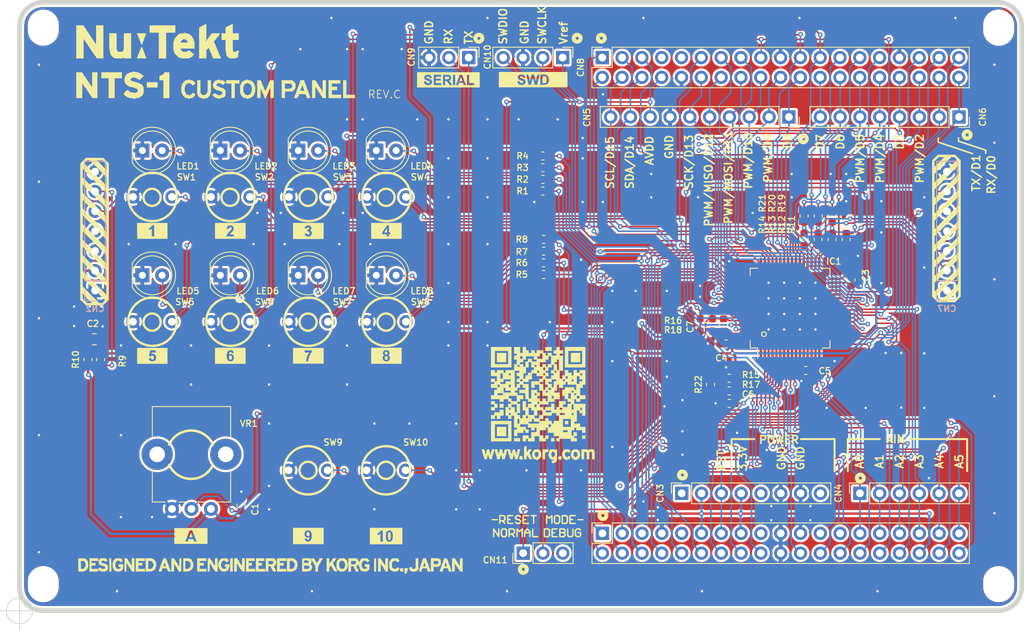
<source format=kicad_pcb>
(kicad_pcb (version 20171130) (host pcbnew "(5.1.5)-3")
  (title_block (title "NTS-1 Custom Panel PCB") (date 2019-12-27) (rev C) (company "KORG INC.") (comment 1 "NTS-1 digital kit") (comment 2 "Kazuya Miura") (comment 3 "Kazuya Miura"))
  (layers (0 F.Cu signal hide) (31 B.Cu signal hide) (34 B.Paste user hide) (35 F.Paste user hide) (36 B.SilkS user hide) (37 F.SilkS user) (38 B.Mask user hide) (39 F.Mask user hide) (44 Edge.Cuts user))
  (net 0 "")
  (net 1 GND)
  (net 2 /PC2)
  (net 3 +3V3)
  (net 4 /BOOT0)
  (net 5 /PA3)
  (net 6 /PA2)
  (net 7 /PA14)
  (net 8 /PA13)
  (net 9 /PC11)
  (net 10 /PC10)
  (net 11 /PD2)
  (net 12 /PC12)
  (net 13 /PF6)
  (net 14 /PF7)
  (net 15 /PA15)
  (net 16 /PB7)
  (net 17 /PC13)
  (net 18 /PC14)
  (net 19 /PA0)
  (net 20 /PC15)
  (net 21 /PA1)
  (net 22 /PF0)
  (net 23 /PA4)
  (net 24 /PF1)
  (net 25 /PB0)
  (net 26 /PC1)
  (net 27 /PC0)
  (net 28 /PC3)
  (net 29 /PA9)
  (net 30 /PC7)
  (net 31 /PB6)
  (net 32 /PA7)
  (net 33 /PA6)
  (net 34 /PA5)
  (net 35 /PB9)
  (net 36 /PB8)
  (net 37 /PA10)
  (net 38 /PB3)
  (net 39 /PB5)
  (net 40 /PB4)
  (net 41 /PB10)
  (net 42 /PA8)
  (net 43 /PF4)
  (net 44 /PF5)
  (net 45 /PC4)
  (net 46 /PB13)
  (net 47 /PB14)
  (net 48 /PB15)
  (net 49 /PB1)
  (net 50 /PB2)
  (net 51 /PB11)
  (net 52 /PB12)
  (net 53 /PA11)
  (net 54 /PA12)
  (net 55 /PC5)
  (net 56 /PC6)
  (net 57 /PC9)
  (net 58 /PC8)
  (net 59 /~RESET_PNL)
  (net 60 "Net-(CN11-Pad2)")
  (net 61 /PANEL_ACK)
  (net 62 /BOOT_PNL)
  (net 63 /TX_PNL)
  (net 64 /RX_PNL)
  (net 65 /CK_PNL)
  (net 66 "Net-(LED1-Pad2)")
  (net 67 "Net-(LED2-Pad2)")
  (net 68 "Net-(LED3-Pad2)")
  (net 69 "Net-(LED4-Pad2)")
  (net 70 "Net-(LED5-Pad2)")
  (net 71 "Net-(LED6-Pad2)")
  (net 72 "Net-(LED7-Pad2)")
  (net 73 "Net-(LED8-Pad2)")
  (net 74 "Net-(CN11-Pad3)")
  (net 75 /NRST)
  (net 76 +3V3Ref)
  (net 77 "Net-(CN1-Pad5)")
  (net 78 "Net-(CN1-Pad9)")
  (net 79 "Net-(CN1-Pad17)")
  (net 80 "Net-(CN1-Pad23)")
  (net 81 "Net-(CN1-Pad25)")
  (net 82 "Net-(CN2-Pad3)")
  (net 83 "Net-(CN2-Pad4)")
  (net 84 "Net-(CN2-Pad6)")
  (net 85 "Net-(CN3-Pad8)")
  (net 86 "Net-(CN3-Pad5)")
  (net 87 "Net-(CN3-Pad1)")
  (net 88 "Net-(CN8-Pad9)")
  (net 89 "Net-(CN8-Pad7)")
  (net 90 "Net-(R15-Pad1)")
  (module CustomPanel:NTS-1_Custom_Silk4 (layer F.Cu) (at 100 150)
    (fp_text reference G*** hide)
    (fp_text value LOGO hide)
  )
  (module Resistor_SMD:R_0603_1608Metric (layer F.Cu) (at 167.2 102.4)
    (fp_text reference R8 (at -2.8 0 unlocked) (layer F.SilkS) (effects (font (size 0.8 0.8))))
    (fp_text value 220)
    (pad 2 smd roundrect (at 0.7875 0) (size 0.875 0.95) (layers F.Cu F.Paste F.Mask) (net 18 /PC14))
    (pad 1 smd roundrect (at -0.7875 0) (size 0.875 0.95) (layers F.Cu F.Paste F.Mask) (net 73 "Net-(LED8-Pad2)"))
  )
  (module Resistor_SMD:R_0603_1608Metric (layer F.Cu) (at 167.2 103.9)
    (fp_text reference R7 (at -2.8 0.1 unlocked) (layer F.SilkS) (effects (font (size 0.8 0.8))))
    (fp_text value 220)
    (pad 2 smd roundrect (at 0.7875 0) (size 0.875 0.95) (layers F.Cu F.Paste F.Mask) (net 17 /PC13))
    (pad 1 smd roundrect (at -0.7875 0) (size 0.875 0.95) (layers F.Cu F.Paste F.Mask) (net 72 "Net-(LED7-Pad2)"))
  )
  (module Resistor_SMD:R_0603_1608Metric (layer F.Cu) (at 167.2 105.4)
    (fp_text reference R6 (at -2.8 0 unlocked) (layer F.SilkS) (effects (font (size 0.8 0.8))))
    (fp_text value 220)
    (pad 2 smd roundrect (at 0.7875 0) (size 0.875 0.95) (layers F.Cu F.Paste F.Mask) (net 16 /PB7))
    (pad 1 smd roundrect (at -0.7875 0) (size 0.875 0.95) (layers F.Cu F.Paste F.Mask) (net 71 "Net-(LED6-Pad2)"))
  )
  (module Resistor_SMD:R_0603_1608Metric (layer F.Cu) (at 167.2 106.9)
    (fp_text reference R5 (at -2.8 0 unlocked) (layer F.SilkS) (effects (font (size 0.8 0.8))))
    (fp_text value 220)
    (pad 2 smd roundrect (at 0.7875 0) (size 0.875 0.95) (layers F.Cu F.Paste F.Mask) (net 15 /PA15))
    (pad 1 smd roundrect (at -0.7875 0) (size 0.875 0.95) (layers F.Cu F.Paste F.Mask) (net 70 "Net-(LED5-Pad2)"))
  )
  (module Resistor_SMD:R_0603_1608Metric (layer F.Cu) (at 167.1 91.7)
    (fp_text reference R4 (at -2.6 0 unlocked) (layer F.SilkS) (effects (font (size 0.8 0.8))))
    (fp_text value 220)
    (pad 2 smd roundrect (at 0.7875 0) (size 0.875 0.95) (layers F.Cu F.Paste F.Mask) (net 14 /PF7))
    (pad 1 smd roundrect (at -0.7875 0) (size 0.875 0.95) (layers F.Cu F.Paste F.Mask) (net 69 "Net-(LED4-Pad2)"))
  )
  (module Resistor_SMD:R_0603_1608Metric (layer F.Cu) (at 167.1 93.2)
    (fp_text reference R3 (at -2.6 0 unlocked) (layer F.SilkS) (effects (font (size 0.8 0.8))))
    (fp_text value 220)
    (pad 2 smd roundrect (at 0.7875 0) (size 0.875 0.95) (layers F.Cu F.Paste F.Mask) (net 13 /PF6))
    (pad 1 smd roundrect (at -0.7875 0) (size 0.875 0.95) (layers F.Cu F.Paste F.Mask) (net 68 "Net-(LED3-Pad2)"))
  )
  (module Resistor_SMD:R_0603_1608Metric (layer F.Cu) (at 167.1 94.7)
    (fp_text reference R2 (at -2.6 0 unlocked) (layer F.SilkS) (effects (font (size 0.8 0.8))))
    (fp_text value 220)
    (pad 2 smd roundrect (at 0.7875 0) (size 0.875 0.95) (layers F.Cu F.Paste F.Mask) (net 12 /PC12))
    (pad 1 smd roundrect (at -0.7875 0) (size 0.875 0.95) (layers F.Cu F.Paste F.Mask) (net 67 "Net-(LED2-Pad2)"))
  )
  (module Resistor_SMD:R_0603_1608Metric (layer F.Cu) (at 167.1 96.2)
    (fp_text reference R1 (at -2.6 0 unlocked) (layer F.SilkS) (effects (font (size 0.8 0.8))))
    (fp_text value 220)
    (pad 2 smd roundrect (at 0.7875 0) (size 0.875 0.95) (layers F.Cu F.Paste F.Mask) (net 10 /PC10))
    (pad 1 smd roundrect (at -0.7875 0) (size 0.875 0.95) (layers F.Cu F.Paste F.Mask) (net 66 "Net-(LED1-Pad2)"))
  )
  (module CustomPanel:NTS-1_Custom_Silk3 (layer F.Cu) (at 100 150)
    (fp_text reference G*** hide)
    (fp_text value LOGO hide)
  )
  (module Connector_PinSocket_2.54mm:PinSocket_1x06_P2.54mm_Vertical (layer F.Cu) (at 207.75 134.95 90)
    (fp_text reference CN4 (at 0 -2.77 90 unlocked) (layer F.SilkS) (effects (font (size 0.8 0.8))))
    (fp_text value "1x6 2.54mm connector")
    (pad 6 thru_hole oval (at 0 12.7 90) (size 1.7 1.7) (drill 1) (layers *.Cu *.Mask) (net 27 /PC0))
    (pad 5 thru_hole oval (at 0 10.16 90) (size 1.7 1.7) (drill 1) (layers *.Cu *.Mask) (net 26 /PC1))
    (pad 4 thru_hole oval (at 0 7.62 90) (size 1.7 1.7) (drill 1) (layers *.Cu *.Mask) (net 25 /PB0))
    (pad 3 thru_hole oval (at 0 5.08 90) (size 1.7 1.7) (drill 1) (layers *.Cu *.Mask) (net 23 /PA4))
    (pad 2 thru_hole oval (at 0 2.54 90) (size 1.7 1.7) (drill 1) (layers *.Cu *.Mask) (net 21 /PA1))
    (pad 1 thru_hole rect (at 0 0 90) (size 1.7 1.7) (drill 1) (layers *.Cu *.Mask) (net 19 /PA0))
  )
  (module Connector_PinHeader_2.54mm:PinHeader_1x03_P2.54mm_Vertical (layer F.Cu) (at 164.58 142.62 90)
    (fp_text reference CN11 (at -0.89 -3.58 unlocked) (layer F.SilkS) (effects (font (size 0.8 0.8))))
    (fp_text value "1x3 2.54mm header")
    (pad 3 thru_hole oval (at 0 5.08 90) (size 1.7 1.7) (drill 1) (layers *.Cu *.Mask) (net 74 "Net-(CN11-Pad3)"))
    (pad 2 thru_hole oval (at 0 2.54 90) (size 1.7 1.7) (drill 1) (layers *.Cu *.Mask) (net 60 "Net-(CN11-Pad2)"))
    (pad 1 thru_hole rect (at 0 0 90) (size 1.7 1.7) (drill 1) (layers *.Cu *.Mask) (net 59 /~RESET_PNL))
  )
  (module CustomPanel:NTS-1_Custom_Silk2 (layer F.Cu) (at 140.5 110.01)
    (fp_text reference G*** hide)
    (fp_text value LOGO hide)
  )
  (module Connector_PinHeader_2.54mm:PinHeader_1x04_P2.54mm_Vertical (layer F.Cu) (at 169.64 79.08 270)
    (fp_text reference CN10 (at -0.07 9.64 90 unlocked) (layer F.SilkS) (effects (font (size 0.8 0.8))))
    (fp_text value "1x4 2.54mm header")
    (pad 4 thru_hole oval (at 0 7.62 270) (size 1.7 1.7) (drill 1) (layers *.Cu *.Mask) (net 8 /PA13))
    (pad 3 thru_hole oval (at 0 5.08 270) (size 1.7 1.7) (drill 1) (layers *.Cu *.Mask) (net 1 GND))
    (pad 2 thru_hole oval (at 0 2.54 270) (size 1.7 1.7) (drill 1) (layers *.Cu *.Mask) (net 7 /PA14))
    (pad 1 thru_hole rect (at 0 0 270) (size 1.7 1.7) (drill 1) (layers *.Cu *.Mask) (net 3 +3V3))
  )
  (module CustomPanel:MountingHole_3mm_3.65mm (layer F.Cu) (at 225.55 146.596)
    (fp_text reference REF** hide)
    (fp_text value MountingHole_3_3.65 hide)
    (pad "" np_thru_hole oval (at 0 0) (size 3 3.65) (drill oval 3 3.65) (layers *.Cu *.Mask))
  )
  (module CustomPanel:MountingHole_3mm_3.65mm (layer F.Cu) (at 103.05 75.246)
    (fp_text reference REF** hide)
    (fp_text value MountingHole_3_3.65 hide)
    (pad "" np_thru_hole oval (at 0 0) (size 3 3.65) (drill oval 3 3.65) (layers *.Cu *.Mask))
  )
  (module CustomPanel:MountingHole_3mm_3.65mm (layer F.Cu) (at 225.55 75.246)
    (fp_text reference REF** hide)
    (fp_text value MountingHole_3_3.65 hide)
    (pad "" np_thru_hole oval (at 0 0) (size 3 3.65) (drill oval 3 3.65) (layers *.Cu *.Mask))
  )
  (module CustomPanel:MountingHole_3mm_3.65mm (layer F.Cu) (at 103.05 146.596)
    (fp_text reference REF** hide)
    (fp_text value MountingHole_3_3.65 hide)
    (pad "" np_thru_hole oval (at 0 0) (size 3 3.65) (drill oval 3 3.65) (layers *.Cu *.Mask))
  )
  (module CustomPanel:SW_Tactile_SKRH (layer F.Cu) (at 136.99948 131.99999 180)
    (fp_text reference SW9 (at -3.20052 3.58999 unlocked) (layer F.SilkS) (effects (font (size 0.8 0.8))))
    (fp_text value "TACT SW")
    (pad 2 thru_hole circle (at 2.5 0) (size 1.7 1.7) (drill 1) (layers *.Cu *.Mask) (net 1 GND))
    (pad 1 thru_hole circle (at -2.5 0) (size 1.7 1.7) (drill 1) (layers *.Cu *.Mask) (net 45 /PC4))
  )
  (module CustomPanel:SW_Tactile_SKRH (layer F.Cu) (at 146.99948 131.99999 180)
    (fp_text reference SW10 (at -3.80052 3.58999 unlocked) (layer F.SilkS) (effects (font (size 0.8 0.8))))
    (fp_text value "TACT SW")
    (pad 2 thru_hole circle (at 2.5 0) (size 1.7 1.7) (drill 1) (layers *.Cu *.Mask) (net 1 GND))
    (pad 1 thru_hole circle (at -2.5 0) (size 1.7 1.7) (drill 1) (layers *.Cu *.Mask) (net 44 /PF5))
  )
  (module Connector_PinSocket_2.54mm:PinSocket_2x19_P2.54mm_Vertical (layer F.Cu) (at 174.72 79.08 90)
    (fp_text reference CN8 (at -1.27 -2.77 90 unlocked) (layer F.SilkS) (effects (font (size 0.8 0.8))))
    (fp_text value "19x2 2.54mm header")
    (pad 38 thru_hole oval (at -2.54 45.72 90) (size 1.7 1.7) (drill 1) (layers *.Cu *.Mask) (net 5 /PA3))
    (pad 37 thru_hole oval (at 0 45.72 90) (size 1.7 1.7) (drill 1) (layers *.Cu *.Mask) (net 43 /PF4))
    (pad 36 thru_hole oval (at -2.54 43.18 90) (size 1.7 1.7) (drill 1) (layers *.Cu *.Mask) (net 6 /PA2))
    (pad 35 thru_hole oval (at 0 43.18 90) (size 1.7 1.7) (drill 1) (layers *.Cu *.Mask) (net 44 /PF5))
    (pad 34 thru_hole oval (at -2.54 40.64 90) (size 1.7 1.7) (drill 1) (layers *.Cu *.Mask) (net 37 /PA10))
    (pad 33 thru_hole oval (at 0 40.64 90) (size 1.7 1.7) (drill 1) (layers *.Cu *.Mask) (net 45 /PC4))
    (pad 32 thru_hole oval (at -2.54 38.1 90) (size 1.7 1.7) (drill 1) (layers *.Cu *.Mask) (net 38 /PB3))
    (pad 31 thru_hole oval (at 0 38.1 90) (size 1.7 1.7) (drill 1) (layers *.Cu *.Mask) (net 1 GND))
    (pad 30 thru_hole oval (at -2.54 35.56 90) (size 1.7 1.7) (drill 1) (layers *.Cu *.Mask) (net 39 /PB5))
    (pad 29 thru_hole oval (at 0 35.56 90) (size 1.7 1.7) (drill 1) (layers *.Cu *.Mask) (net 46 /PB13))
    (pad 28 thru_hole oval (at -2.54 33.02 90) (size 1.7 1.7) (drill 1) (layers *.Cu *.Mask) (net 40 /PB4))
    (pad 27 thru_hole oval (at 0 33.02 90) (size 1.7 1.7) (drill 1) (layers *.Cu *.Mask) (net 47 /PB14))
    (pad 26 thru_hole oval (at -2.54 30.48 90) (size 1.7 1.7) (drill 1) (layers *.Cu *.Mask) (net 41 /PB10))
    (pad 25 thru_hole oval (at 0 30.48 90) (size 1.7 1.7) (drill 1) (layers *.Cu *.Mask) (net 48 /PB15))
    (pad 24 thru_hole oval (at -2.54 27.94 90) (size 1.7 1.7) (drill 1) (layers *.Cu *.Mask) (net 42 /PA8))
    (pad 23 thru_hole oval (at 0 27.94 90) (size 1.7 1.7) (drill 1) (layers *.Cu *.Mask) (net 49 /PB1))
    (pad 22 thru_hole oval (at -2.54 25.4 90) (size 1.7 1.7) (drill 1) (layers *.Cu *.Mask) (net 29 /PA9))
    (pad 21 thru_hole oval (at 0 25.4 90) (size 1.7 1.7) (drill 1) (layers *.Cu *.Mask) (net 50 /PB2))
    (pad 20 thru_hole oval (at -2.54 22.86 90) (size 1.7 1.7) (drill 1) (layers *.Cu *.Mask) (net 30 /PC7))
    (pad 19 thru_hole oval (at 0 22.86 90) (size 1.7 1.7) (drill 1) (layers *.Cu *.Mask) (net 1 GND))
    (pad 18 thru_hole oval (at -2.54 20.32 90) (size 1.7 1.7) (drill 1) (layers *.Cu *.Mask) (net 31 /PB6))
    (pad 17 thru_hole oval (at 0 20.32 90) (size 1.7 1.7) (drill 1) (layers *.Cu *.Mask) (net 51 /PB11))
    (pad 16 thru_hole oval (at -2.54 17.78 90) (size 1.7 1.7) (drill 1) (layers *.Cu *.Mask) (net 32 /PA7))
    (pad 15 thru_hole oval (at 0 17.78 90) (size 1.7 1.7) (drill 1) (layers *.Cu *.Mask) (net 52 /PB12))
    (pad 14 thru_hole oval (at -2.54 15.24 90) (size 1.7 1.7) (drill 1) (layers *.Cu *.Mask) (net 33 /PA6))
    (pad 13 thru_hole oval (at 0 15.24 90) (size 1.7 1.7) (drill 1) (layers *.Cu *.Mask) (net 53 /PA11))
    (pad 12 thru_hole oval (at -2.54 12.7 90) (size 1.7 1.7) (drill 1) (layers *.Cu *.Mask) (net 34 /PA5))
    (pad 11 thru_hole oval (at 0 12.7 90) (size 1.7 1.7) (drill 1) (layers *.Cu *.Mask) (net 54 /PA12))
    (pad 10 thru_hole oval (at -2.54 10.16 90) (size 1.7 1.7) (drill 1) (layers *.Cu *.Mask) (net 1 GND))
    (pad 9 thru_hole oval (at 0 10.16 90) (size 1.7 1.7) (drill 1) (layers *.Cu *.Mask) (net 88 "Net-(CN8-Pad9)"))
    (pad 8 thru_hole oval (at -2.54 7.62 90) (size 1.7 1.7) (drill 1) (layers *.Cu *.Mask) (net 3 +3V3))
    (pad 7 thru_hole oval (at 0 7.62 90) (size 1.7 1.7) (drill 1) (layers *.Cu *.Mask) (net 89 "Net-(CN8-Pad7)"))
    (pad 6 thru_hole oval (at -2.54 5.08 90) (size 1.7 1.7) (drill 1) (layers *.Cu *.Mask) (net 35 /PB9))
    (pad 5 thru_hole oval (at 0 5.08 90) (size 1.7 1.7) (drill 1) (layers *.Cu *.Mask) (net 55 /PC5))
    (pad 4 thru_hole oval (at -2.54 2.54 90) (size 1.7 1.7) (drill 1) (layers *.Cu *.Mask) (net 36 /PB8))
    (pad 3 thru_hole oval (at 0 2.54 90) (size 1.7 1.7) (drill 1) (layers *.Cu *.Mask) (net 56 /PC6))
    (pad 2 thru_hole oval (at -2.54 0 90) (size 1.7 1.7) (drill 1) (layers *.Cu *.Mask) (net 57 /PC9))
    (pad 1 thru_hole rect (at 0 0 90) (size 1.7 1.7) (drill 1) (layers *.Cu *.Mask) (net 58 /PC8))
  )
  (module CustomPanel:SW_Tactile_SKRH (layer F.Cu) (at 117.05 112.95 180)
    (fp_text reference SW5 (at -4.15 2.54 unlocked) (layer F.SilkS) (effects (font (size 0.8 0.8))))
    (fp_text value "TACT SW")
    (pad 2 thru_hole circle (at 2.5 0) (size 1.7 1.7) (drill 1) (layers *.Cu *.Mask) (net 1 GND))
    (pad 1 thru_hole circle (at -2.5 0) (size 1.7 1.7) (drill 1) (layers *.Cu *.Mask) (net 53 /PA11))
  )
  (module Capacitor_SMD:C_0805_2012Metric (layer F.Cu) (at 109.59948 115.19998)
    (fp_text reference C2 (at -0.19948 -1.99998 unlocked) (layer F.SilkS) (effects (font (size 0.8 0.8))))
    (fp_text value 10u)
    (pad 1 smd roundrect (at -0.9375 0) (size 0.975 1.4) (layers F.Cu F.Paste F.Mask) (net 3 +3V3))
    (pad 2 smd roundrect (at 0.9375 0) (size 0.975 1.4) (layers F.Cu F.Paste F.Mask) (net 1 GND))
  )
  (module Resistor_SMD:R_0603_1608Metric (layer F.Cu) (at 108.79948 117.79998 90)
    (fp_text reference R10 (at 0 -1.59948 90 unlocked) (layer F.SilkS) (effects (font (size 0.8 0.8))))
    (fp_text value 0)
    (pad 2 smd roundrect (at 0.7875 0 90) (size 0.875 0.95) (layers F.Cu F.Paste F.Mask) (net 3 +3V3))
    (pad 1 smd roundrect (at -0.7875 0 90) (size 0.875 0.95) (layers F.Cu F.Paste F.Mask) (net 76 +3V3Ref))
  )
  (module Resistor_SMD:R_0603_1608Metric (layer F.Cu) (at 110.39948 117.79998 270)
    (fp_text reference R9 (at 0.20002 -2.80052 90 unlocked) (layer F.SilkS) (effects (font (size 0.8 0.8))))
    (fp_text value 10k)
    (pad 1 smd roundrect (at -0.7875 0 270) (size 0.875 0.95) (layers F.Cu F.Paste F.Mask) (net 3 +3V3))
    (pad 2 smd roundrect (at 0.7875 0 270) (size 0.875 0.95) (layers F.Cu F.Paste F.Mask) (net 84 "Net-(CN2-Pad6)"))
  )
  (module Capacitor_SMD:C_0603_1608Metric (layer F.Cu) (at 128.39948 136.47498 90)
    (fp_text reference C1 (at -0.52502 1.80052 90 unlocked) (layer F.SilkS) (effects (font (size 0.8 0.8))))
    (fp_text value 0.1u)
    (pad 2 smd roundrect (at 0.7875 0 90) (size 0.875 0.95) (layers F.Cu F.Paste F.Mask) (net 1 GND))
    (pad 1 smd roundrect (at -0.7875 0 90) (size 0.875 0.95) (layers F.Cu F.Paste F.Mask) (net 2 /PC2))
  )
  (module Capacitor_SMD:C_0603_1608Metric (layer F.Cu) (at 200.79948 119.19998 180)
    (fp_text reference C5 (at -2.45052 -0.06002 unlocked) (layer F.SilkS) (effects (font (size 0.8 0.8))))
    (fp_text value 0.1u)
    (pad 1 smd roundrect (at -0.7875 0 180) (size 0.875 0.95) (layers F.Cu F.Paste F.Mask) (net 76 +3V3Ref))
    (pad 2 smd roundrect (at 0.7875 0 180) (size 0.875 0.95) (layers F.Cu F.Paste F.Mask) (net 1 GND))
  )
  (module Capacitor_SMD:C_0603_1608Metric (layer F.Cu) (at 206.59948 107.59998 270)
    (fp_text reference C3 (at -0.58998 -1.90052 90 unlocked) (layer F.SilkS) (effects (font (size 0.8 0.8))))
    (fp_text value 0.1u)
    (pad 1 smd roundrect (at -0.7875 0 270) (size 0.875 0.95) (layers F.Cu F.Paste F.Mask) (net 3 +3V3))
    (pad 2 smd roundrect (at 0.7875 0 270) (size 0.875 0.95) (layers F.Cu F.Paste F.Mask) (net 1 GND))
  )
  (module Capacitor_SMD:C_0603_1608Metric (layer F.Cu) (at 190.59948 115.79999 180)
    (fp_text reference C4 (at 0.59948 -1.81001 unlocked) (layer F.SilkS) (effects (font (size 0.8 0.8))))
    (fp_text value 0.1u)
    (pad 2 smd roundrect (at 0.7875 0 180) (size 0.875 0.95) (layers F.Cu F.Paste F.Mask) (net 1 GND))
    (pad 1 smd roundrect (at -0.7875 0 180) (size 0.875 0.95) (layers F.Cu F.Paste F.Mask) (net 3 +3V3))
  )
  (module Capacitor_SMD:C_0603_1608Metric (layer F.Cu) (at 190.99948 123.42499 180)
    (fp_text reference C6 (at -2.40052 1.16499 unlocked) (layer F.SilkS) (effects (font (size 0.8 0.8))))
    (fp_text value 1000p)
    (pad 2 smd roundrect (at 0.7875 0 180) (size 0.875 0.95) (layers F.Cu F.Paste F.Mask) (net 1 GND))
    (pad 1 smd roundrect (at -0.7875 0 180) (size 0.875 0.95) (layers F.Cu F.Paste F.Mask) (net 75 /NRST))
  )
  (module Capacitor_SMD:C_0603_1608Metric (layer F.Cu) (at 190.26675 113.3678 270)
    (fp_text reference C7 (at 0.2322 4.26675 90 unlocked) (layer F.SilkS) (effects (font (size 0.8 0.8))))
    (fp_text value 1000p)
    (pad 1 smd roundrect (at -0.7875 0 270) (size 0.875 0.95) (layers F.Cu F.Paste F.Mask) (net 4 /BOOT0))
    (pad 2 smd roundrect (at 0.7875 0 270) (size 0.875 0.95) (layers F.Cu F.Paste F.Mask) (net 1 GND))
  )
  (module Connector_PinSocket_2.54mm:PinSocket_2x19_P2.54mm_Vertical (layer F.Cu) (at 174.74 140.08 90)
    (fp_text reference CN1 hide)
    (fp_text value "19x2 2.54mm header")
    (pad 1 thru_hole rect (at 0 0 90) (size 1.7 1.7) (drill 1) (layers *.Cu *.Mask) (net 9 /PC11))
    (pad 2 thru_hole oval (at -2.54 0 90) (size 1.7 1.7) (drill 1) (layers *.Cu *.Mask) (net 10 /PC10))
    (pad 3 thru_hole oval (at 0 2.54 90) (size 1.7 1.7) (drill 1) (layers *.Cu *.Mask) (net 11 /PD2))
    (pad 4 thru_hole oval (at -2.54 2.54 90) (size 1.7 1.7) (drill 1) (layers *.Cu *.Mask) (net 12 /PC12))
    (pad 5 thru_hole oval (at 0 5.08 90) (size 1.7 1.7) (drill 1) (layers *.Cu *.Mask) (net 77 "Net-(CN1-Pad5)"))
    (pad 6 thru_hole oval (at -2.54 5.08 90) (size 1.7 1.7) (drill 1) (layers *.Cu *.Mask) (net 3 +3V3))
    (pad 7 thru_hole oval (at 0 7.62 90) (size 1.7 1.7) (drill 1) (layers *.Cu *.Mask) (net 1 GND))
    (pad 8 thru_hole oval (at -2.54 7.62 90) (size 1.7 1.7) (drill 1) (layers *.Cu *.Mask) (net 4 /BOOT0))
    (pad 9 thru_hole oval (at 0 10.16 90) (size 1.7 1.7) (drill 1) (layers *.Cu *.Mask) (net 78 "Net-(CN1-Pad9)"))
    (pad 10 thru_hole oval (at -2.54 10.16 90) (size 1.7 1.7) (drill 1) (layers *.Cu *.Mask) (net 13 /PF6))
    (pad 11 thru_hole oval (at 0 12.7 90) (size 1.7 1.7) (drill 1) (layers *.Cu *.Mask) (net 3 +3V3))
    (pad 12 thru_hole oval (at -2.54 12.7 90) (size 1.7 1.7) (drill 1) (layers *.Cu *.Mask) (net 14 /PF7))
    (pad 13 thru_hole oval (at 0 15.24 90) (size 1.7 1.7) (drill 1) (layers *.Cu *.Mask) (net 75 /NRST))
    (pad 14 thru_hole oval (at -2.54 15.24 90) (size 1.7 1.7) (drill 1) (layers *.Cu *.Mask) (net 8 /PA13))
    (pad 15 thru_hole oval (at 0 17.78 90) (size 1.7 1.7) (drill 1) (layers *.Cu *.Mask) (net 3 +3V3))
    (pad 16 thru_hole oval (at -2.54 17.78 90) (size 1.7 1.7) (drill 1) (layers *.Cu *.Mask) (net 7 /PA14))
    (pad 17 thru_hole oval (at 0 20.32 90) (size 1.7 1.7) (drill 1) (layers *.Cu *.Mask) (net 79 "Net-(CN1-Pad17)"))
    (pad 18 thru_hole oval (at -2.54 20.32 90) (size 1.7 1.7) (drill 1) (layers *.Cu *.Mask) (net 15 /PA15))
    (pad 19 thru_hole oval (at 0 22.86 90) (size 1.7 1.7) (drill 1) (layers *.Cu *.Mask) (net 1 GND))
    (pad 20 thru_hole oval (at -2.54 22.86 90) (size 1.7 1.7) (drill 1) (layers *.Cu *.Mask) (net 1 GND))
    (pad 21 thru_hole oval (at 0 25.4 90) (size 1.7 1.7) (drill 1) (layers *.Cu *.Mask) (net 1 GND))
    (pad 22 thru_hole oval (at -2.54 25.4 90) (size 1.7 1.7) (drill 1) (layers *.Cu *.Mask) (net 16 /PB7))
    (pad 23 thru_hole oval (at 0 27.94 90) (size 1.7 1.7) (drill 1) (layers *.Cu *.Mask) (net 80 "Net-(CN1-Pad23)"))
    (pad 24 thru_hole oval (at -2.54 27.94 90) (size 1.7 1.7) (drill 1) (layers *.Cu *.Mask) (net 17 /PC13))
    (pad 25 thru_hole oval (at 0 30.48 90) (size 1.7 1.7) (drill 1) (layers *.Cu *.Mask) (net 81 "Net-(CN1-Pad25)"))
    (pad 26 thru_hole oval (at -2.54 30.48 90) (size 1.7 1.7) (drill 1) (layers *.Cu *.Mask) (net 18 /PC14))
    (pad 27 thru_hole oval (at 0 33.02 90) (size 1.7 1.7) (drill 1) (layers *.Cu *.Mask) (net 19 /PA0))
    (pad 28 thru_hole oval (at -2.54 33.02 90) (size 1.7 1.7) (drill 1) (layers *.Cu *.Mask) (net 20 /PC15))
    (pad 29 thru_hole oval (at 0 35.56 90) (size 1.7 1.7) (drill 1) (layers *.Cu *.Mask) (net 21 /PA1))
    (pad 30 thru_hole oval (at -2.54 35.56 90) (size 1.7 1.7) (drill 1) (layers *.Cu *.Mask) (net 22 /PF0))
    (pad 31 thru_hole oval (at 0 38.1 90) (size 1.7 1.7) (drill 1) (layers *.Cu *.Mask) (net 23 /PA4))
    (pad 32 thru_hole oval (at -2.54 38.1 90) (size 1.7 1.7) (drill 1) (layers *.Cu *.Mask) (net 24 /PF1))
    (pad 33 thru_hole oval (at 0 40.64 90) (size 1.7 1.7) (drill 1) (layers *.Cu *.Mask) (net 25 /PB0))
    (pad 34 thru_hole oval (at -2.54 40.64 90) (size 1.7 1.7) (drill 1) (layers *.Cu *.Mask) (net 3 +3V3))
    (pad 35 thru_hole oval (at 0 43.18 90) (size 1.7 1.7) (drill 1) (layers *.Cu *.Mask) (net 26 /PC1))
    (pad 36 thru_hole oval (at -2.54 43.18 90) (size 1.7 1.7) (drill 1) (layers *.Cu *.Mask) (net 2 /PC2))
    (pad 37 thru_hole oval (at 0 45.72 90) (size 1.7 1.7) (drill 1) (layers *.Cu *.Mask) (net 27 /PC0))
    (pad 38 thru_hole oval (at -2.54 45.72 90) (size 1.7 1.7) (drill 1) (layers *.Cu *.Mask) (net 28 /PC3))
  )
  (module Connector_PinSocket_2.54mm:PinSocket_1x08_P2.54mm_Vertical (layer F.Cu) (at 184.91 134.95 90)
    (fp_text reference CN3 (at 0 -2.77 90 unlocked) (layer F.SilkS) (effects (font (size 0.8 0.8))))
    (fp_text value "1x8 2.54mm connector")
    (pad 8 thru_hole oval (at 0 17.78 90) (size 1.7 1.7) (drill 1) (layers *.Cu *.Mask) (net 85 "Net-(CN3-Pad8)"))
    (pad 7 thru_hole oval (at 0 15.24 90) (size 1.7 1.7) (drill 1) (layers *.Cu *.Mask) (net 1 GND))
    (pad 6 thru_hole oval (at 0 12.7 90) (size 1.7 1.7) (drill 1) (layers *.Cu *.Mask) (net 1 GND))
    (pad 5 thru_hole oval (at 0 10.16 90) (size 1.7 1.7) (drill 1) (layers *.Cu *.Mask) (net 86 "Net-(CN3-Pad5)"))
    (pad 4 thru_hole oval (at 0 7.62 90) (size 1.7 1.7) (drill 1) (layers *.Cu *.Mask) (net 3 +3V3))
    (pad 3 thru_hole oval (at 0 5.08 90) (size 1.7 1.7) (drill 1) (layers *.Cu *.Mask) (net 75 /NRST))
    (pad 2 thru_hole oval (at 0 2.54 90) (size 1.7 1.7) (drill 1) (layers *.Cu *.Mask) (net 3 +3V3))
    (pad 1 thru_hole rect (at 0 0 90) (size 1.7 1.7) (drill 1) (layers *.Cu *.Mask) (net 87 "Net-(CN3-Pad1)"))
  )
  (module Connector_PinSocket_2.54mm:PinSocket_1x08_P2.54mm_Vertical (layer F.Cu) (at 220.46 86.7 270)
    (fp_text reference CN6 (at 0 -3.04 90 unlocked) (layer F.SilkS) (effects (font (size 0.8 0.8))))
    (fp_text value "1x8 2.54mm connector")
    (pad 1 thru_hole rect (at 0 0 270) (size 1.7 1.7) (drill 1) (layers *.Cu *.Mask) (net 5 /PA3))
    (pad 2 thru_hole oval (at 0 2.54 270) (size 1.7 1.7) (drill 1) (layers *.Cu *.Mask) (net 6 /PA2))
    (pad 3 thru_hole oval (at 0 5.08 270) (size 1.7 1.7) (drill 1) (layers *.Cu *.Mask) (net 37 /PA10))
    (pad 4 thru_hole oval (at 0 7.62 270) (size 1.7 1.7) (drill 1) (layers *.Cu *.Mask) (net 38 /PB3))
    (pad 5 thru_hole oval (at 0 10.16 270) (size 1.7 1.7) (drill 1) (layers *.Cu *.Mask) (net 39 /PB5))
    (pad 6 thru_hole oval (at 0 12.7 270) (size 1.7 1.7) (drill 1) (layers *.Cu *.Mask) (net 40 /PB4))
    (pad 7 thru_hole oval (at 0 15.24 270) (size 1.7 1.7) (drill 1) (layers *.Cu *.Mask) (net 41 /PB10))
    (pad 8 thru_hole oval (at 0 17.78 270) (size 1.7 1.7) (drill 1) (layers *.Cu *.Mask) (net 42 /PA8))
  )
  (module Connector_PinHeader_2.54mm:PinHeader_1x07_P2.54mm_Vertical (layer B.Cu) (at 109.69 108.95)
    (fp_text reference CN2 (at 0 2.33 unlocked) (layer B.SilkS) (effects (font (size 0.8 0.8)) (justify mirror)))
    (fp_text value "1x7 2.54mm header")
    (pad 1 thru_hole rect (at 0 0) (size 1.7 1.7) (drill 1) (layers *.Cu *.Mask) (net 1 GND))
    (pad 2 thru_hole oval (at 0 -2.54) (size 1.7 1.7) (drill 1) (layers *.Cu *.Mask) (net 3 +3V3))
    (pad 3 thru_hole oval (at 0 -5.08) (size 1.7 1.7) (drill 1) (layers *.Cu *.Mask) (net 82 "Net-(CN2-Pad3)"))
    (pad 4 thru_hole oval (at 0 -7.62) (size 1.7 1.7) (drill 1) (layers *.Cu *.Mask) (net 83 "Net-(CN2-Pad4)"))
    (pad 5 thru_hole oval (at 0 -10.16) (size 1.7 1.7) (drill 1) (layers *.Cu *.Mask) (net 61 /PANEL_ACK))
    (pad 6 thru_hole oval (at 0 -12.7) (size 1.7 1.7) (drill 1) (layers *.Cu *.Mask) (net 84 "Net-(CN2-Pad6)"))
    (pad 7 thru_hole oval (at 0 -15.24) (size 1.7 1.7) (drill 1) (layers *.Cu *.Mask) (net 1 GND))
  )
  (module Connector_PinHeader_2.54mm:PinHeader_1x07_P2.54mm_Vertical (layer B.Cu) (at 218.91 108.95)
    (fp_text reference CN7 (at 0 2.33 unlocked) (layer B.SilkS) (effects (font (size 0.8 0.8)) (justify mirror)))
    (fp_text value "1x7 2.54mm header")
    (pad 7 thru_hole oval (at 0 -15.24) (size 1.7 1.7) (drill 1) (layers *.Cu *.Mask) (net 1 GND))
    (pad 6 thru_hole oval (at 0 -12.7) (size 1.7 1.7) (drill 1) (layers *.Cu *.Mask) (net 62 /BOOT_PNL))
    (pad 5 thru_hole oval (at 0 -10.16) (size 1.7 1.7) (drill 1) (layers *.Cu *.Mask) (net 59 /~RESET_PNL))
    (pad 4 thru_hole oval (at 0 -7.62) (size 1.7 1.7) (drill 1) (layers *.Cu *.Mask) (net 63 /TX_PNL))
    (pad 3 thru_hole oval (at 0 -5.08) (size 1.7 1.7) (drill 1) (layers *.Cu *.Mask) (net 64 /RX_PNL))
    (pad 2 thru_hole oval (at 0 -2.54) (size 1.7 1.7) (drill 1) (layers *.Cu *.Mask) (net 65 /CK_PNL))
    (pad 1 thru_hole rect (at 0 0) (size 1.7 1.7) (drill 1) (layers *.Cu *.Mask) (net 1 GND))
  )
  (module Resistor_SMD:R_0603_1608Metric (layer F.Cu) (at 190.99948 121.82499)
    (fp_text reference R15 (at 2.80052 -2.06499 unlocked) (layer F.SilkS) (effects (font (size 0.8 0.8))))
    (fp_text value 33)
    (pad 2 smd roundrect (at 0.7875 0) (size 0.875 0.95) (layers F.Cu F.Paste F.Mask) (net 75 /NRST))
    (pad 1 smd roundrect (at -0.7875 0) (size 0.875 0.95) (layers F.Cu F.Paste F.Mask) (net 90 "Net-(R15-Pad1)"))
  )
  (module Resistor_SMD:R_0603_1608Metric (layer F.Cu) (at 188.06675 112.56779)
    (fp_text reference R16 (at -4.26675 0.24221 unlocked) (layer F.SilkS) (effects (font (size 0.8 0.8))))
    (fp_text value 1k)
    (pad 1 smd roundrect (at -0.7875 0) (size 0.875 0.95) (layers F.Cu F.Paste F.Mask) (net 62 /BOOT_PNL))
    (pad 2 smd roundrect (at 0.7875 0) (size 0.875 0.95) (layers F.Cu F.Paste F.Mask) (net 4 /BOOT0))
  )
  (module Resistor_SMD:R_0603_1608Metric (layer F.Cu) (at 190.99948 120.19991 180)
    (fp_text reference R17 (at -2.80052 -0.81009 unlocked) (layer F.SilkS) (effects (font (size 0.8 0.8))))
    (fp_text value 100k)
    (pad 1 smd roundrect (at -0.7875 0 180) (size 0.875 0.95) (layers F.Cu F.Paste F.Mask) (net 3 +3V3))
    (pad 2 smd roundrect (at 0.7875 0 180) (size 0.875 0.95) (layers F.Cu F.Paste F.Mask) (net 90 "Net-(R15-Pad1)"))
  )
  (module Resistor_SMD:R_0603_1608Metric (layer F.Cu) (at 188.06675 114.16779)
    (fp_text reference R18 (at -4.26675 -0.15779 unlocked) (layer F.SilkS) (effects (font (size 0.8 0.8))))
    (fp_text value 47k)
    (pad 2 smd roundrect (at 0.7875 0) (size 0.875 0.95) (layers F.Cu F.Paste F.Mask) (net 1 GND))
    (pad 1 smd roundrect (at -0.7875 0) (size 0.875 0.95) (layers F.Cu F.Paste F.Mask) (net 62 /BOOT_PNL))
  )
  (module Resistor_SMD:R_0603_1608Metric (layer F.Cu) (at 205.99948 102.39998 270)
    (fp_text reference R11 (at -1.89998 6.99948 90 unlocked) (layer F.SilkS) (effects (font (size 0.8 0.8))))
    (fp_text value 47)
    (pad 1 smd roundrect (at -0.7875 0 270) (size 0.875 0.95) (layers F.Cu F.Paste F.Mask) (net 61 /PANEL_ACK))
    (pad 2 smd roundrect (at 0.7875 0 270) (size 0.875 0.95) (layers F.Cu F.Paste F.Mask) (net 52 /PB12))
  )
  (module Resistor_SMD:R_0603_1608Metric (layer F.Cu) (at 204.19948 102.39998 270)
    (fp_text reference R12 (at -1.88998 6.44948 90 unlocked) (layer F.SilkS) (effects (font (size 0.8 0.8))))
    (fp_text value 47)
    (pad 2 smd roundrect (at 0.7875 0 270) (size 0.875 0.95) (layers F.Cu F.Paste F.Mask) (net 46 /PB13))
    (pad 1 smd roundrect (at -0.7875 0 270) (size 0.875 0.95) (layers F.Cu F.Paste F.Mask) (net 65 /CK_PNL))
  )
  (module Resistor_SMD:R_0603_1608Metric (layer F.Cu) (at 202.39948 102.39998 270)
    (fp_text reference R13 (at -1.88998 5.89948 90 unlocked) (layer F.SilkS) (effects (font (size 0.8 0.8))))
    (fp_text value 47)
    (pad 1 smd roundrect (at -0.7875 0 270) (size 0.875 0.95) (layers F.Cu F.Paste F.Mask) (net 63 /TX_PNL))
    (pad 2 smd roundrect (at 0.7875 0 270) (size 0.875 0.95) (layers F.Cu F.Paste F.Mask) (net 47 /PB14))
  )
  (module Resistor_SMD:R_0603_1608Metric (layer F.Cu) (at 200.59948 102.39998 270)
    (fp_text reference R14 (at -1.88998 5.34948 90 unlocked) (layer F.SilkS) (effects (font (size 0.8 0.8))))
    (fp_text value 47)
    (pad 2 smd roundrect (at 0.7875 0 270) (size 0.875 0.95) (layers F.Cu F.Paste F.Mask) (net 48 /PB15))
    (pad 1 smd roundrect (at -0.7875 0 270) (size 0.875 0.95) (layers F.Cu F.Paste F.Mask) (net 64 /RX_PNL))
  )
  (module Resistor_SMD:R_0603_1608Metric (layer F.Cu) (at 188.6 121 90)
    (fp_text reference R22 (at 0 -1.54948 90 unlocked) (layer F.SilkS) (effects (font (size 0.8 0.8))))
    (fp_text value 1k)
    (pad 1 smd roundrect (at -0.7875 0 90) (size 0.875 0.95) (layers F.Cu F.Paste F.Mask) (net 60 "Net-(CN11-Pad2)"))
    (pad 2 smd roundrect (at 0.7875 0 90) (size 0.875 0.95) (layers F.Cu F.Paste F.Mask) (net 90 "Net-(R15-Pad1)"))
  )
  (module Resistor_SMD:R_0603_1608Metric (layer F.Cu) (at 204.2 99.4 270)
    (fp_text reference R19 (at -1.64 6.45 90 unlocked) (layer F.SilkS) (effects (font (size 0.8 0.8))))
    (fp_text value 10k)
    (pad 2 smd roundrect (at 0.7875 0 270) (size 0.875 0.95) (layers F.Cu F.Paste F.Mask) (net 65 /CK_PNL))
    (pad 1 smd roundrect (at -0.7875 0 270) (size 0.875 0.95) (layers F.Cu F.Paste F.Mask) (net 3 +3V3))
  )
  (module Resistor_SMD:R_0603_1608Metric (layer F.Cu) (at 202.4 99.4 270)
    (fp_text reference R20 (at -1.64 5.9 90 unlocked) (layer F.SilkS) (effects (font (size 0.8 0.8))))
    (fp_text value 10k)
    (pad 1 smd roundrect (at -0.7875 0 270) (size 0.875 0.95) (layers F.Cu F.Paste F.Mask) (net 3 +3V3))
    (pad 2 smd roundrect (at 0.7875 0 270) (size 0.875 0.95) (layers F.Cu F.Paste F.Mask) (net 63 /TX_PNL))
  )
  (module Resistor_SMD:R_0603_1608Metric (layer F.Cu) (at 200.6 99.4 270)
    (fp_text reference R21 (at -1.64 5.35 90 unlocked) (layer F.SilkS) (effects (font (size 0.8 0.8))))
    (fp_text value 10k)
    (pad 2 smd roundrect (at 0.7875 0 270) (size 0.875 0.95) (layers F.Cu F.Paste F.Mask) (net 64 /RX_PNL))
    (pad 1 smd roundrect (at -0.7875 0 270) (size 0.875 0.95) (layers F.Cu F.Paste F.Mask) (net 3 +3V3))
  )
  (module Potentiometer_THT:Potentiometer_Alps_RK09K_Single_Vertical (layer F.Cu) (at 124.55 136.95 90)
    (fp_text reference VR1 (at 10.94 4.85 unlocked) (layer F.SilkS) (effects (font (size 0.8 0.8))))
    (fp_text value 10kB)
    (pad 3 thru_hole circle (at 0 -5 90) (size 1.8 1.8) (drill 1) (layers *.Cu *.Mask) (net 1 GND))
    (pad 2 thru_hole circle (at 0 -2.5 90) (size 1.8 1.8) (drill 1) (layers *.Cu *.Mask) (net 2 /PC2))
    (pad 1 thru_hole circle (at 0 0 90) (size 1.8 1.8) (drill 1) (layers *.Cu *.Mask) (net 76 +3V3Ref))
    (pad "" np_thru_hole circle (at 7 -6.9 90) (size 4 4) (drill 2) (layers *.Cu *.Mask))
    (pad "" np_thru_hole circle (at 7 1.9 90) (size 4 4) (drill 2) (layers *.Cu *.Mask))
  )
  (module LED_THT:LED_D5.0mm (layer F.Cu) (at 115.75 90.99999)
    (fp_text reference LED1 (at 5.85 2.01001 unlocked) (layer F.SilkS) (effects (font (size 0.8 0.8))))
    (fp_text value LED)
    (pad 1 thru_hole rect (at 0 0) (size 1.8 1.8) (drill 0.9) (layers *.Cu *.Mask) (net 1 GND))
    (pad 2 thru_hole circle (at 2.54 0) (size 1.8 1.8) (drill 0.9) (layers *.Cu *.Mask) (net 66 "Net-(LED1-Pad2)"))
  )
  (module LED_THT:LED_D5.0mm (layer F.Cu) (at 125.75 90.99999)
    (fp_text reference LED2 (at 5.85 2.01001 unlocked) (layer F.SilkS) (effects (font (size 0.8 0.8))))
    (fp_text value LED)
    (pad 2 thru_hole circle (at 2.54 0) (size 1.8 1.8) (drill 0.9) (layers *.Cu *.Mask) (net 67 "Net-(LED2-Pad2)"))
    (pad 1 thru_hole rect (at 0 0) (size 1.8 1.8) (drill 0.9) (layers *.Cu *.Mask) (net 1 GND))
  )
  (module LED_THT:LED_D5.0mm (layer F.Cu) (at 135.75 90.99999)
    (fp_text reference LED3 (at 5.85 2.01001 unlocked) (layer F.SilkS) (effects (font (size 0.8 0.8))))
    (fp_text value LED)
    (pad 1 thru_hole rect (at 0 0) (size 1.8 1.8) (drill 0.9) (layers *.Cu *.Mask) (net 1 GND))
    (pad 2 thru_hole circle (at 2.54 0) (size 1.8 1.8) (drill 0.9) (layers *.Cu *.Mask) (net 68 "Net-(LED3-Pad2)"))
  )
  (module LED_THT:LED_D5.0mm (layer F.Cu) (at 145.75 90.99999)
    (fp_text reference LED4 (at 5.85 2.01001 unlocked) (layer F.SilkS) (effects (font (size 0.8 0.8))))
    (fp_text value LED)
    (pad 2 thru_hole circle (at 2.54 0) (size 1.8 1.8) (drill 0.9) (layers *.Cu *.Mask) (net 69 "Net-(LED4-Pad2)"))
    (pad 1 thru_hole rect (at 0 0) (size 1.8 1.8) (drill 0.9) (layers *.Cu *.Mask) (net 1 GND))
  )
  (module LED_THT:LED_D5.0mm (layer F.Cu) (at 115.75 107)
    (fp_text reference LED5 (at 5.85 2.01 unlocked) (layer F.SilkS) (effects (font (size 0.8 0.8))))
    (fp_text value LED)
    (pad 1 thru_hole rect (at 0 0) (size 1.8 1.8) (drill 0.9) (layers *.Cu *.Mask) (net 1 GND))
    (pad 2 thru_hole circle (at 2.54 0) (size 1.8 1.8) (drill 0.9) (layers *.Cu *.Mask) (net 70 "Net-(LED5-Pad2)"))
  )
  (module LED_THT:LED_D5.0mm (layer F.Cu) (at 125.75 107)
    (fp_text reference LED6 (at 6.05 2.01 unlocked) (layer F.SilkS) (effects (font (size 0.8 0.8))))
    (fp_text value LED)
    (pad 2 thru_hole circle (at 2.54 0) (size 1.8 1.8) (drill 0.9) (layers *.Cu *.Mask) (net 71 "Net-(LED6-Pad2)"))
    (pad 1 thru_hole rect (at 0 0) (size 1.8 1.8) (drill 0.9) (layers *.Cu *.Mask) (net 1 GND))
  )
  (module LED_THT:LED_D5.0mm (layer F.Cu) (at 135.75 107)
    (fp_text reference LED7 (at 5.85 2.01 unlocked) (layer F.SilkS) (effects (font (size 0.8 0.8))))
    (fp_text value LED)
    (pad 1 thru_hole rect (at 0 0) (size 1.8 1.8) (drill 0.9) (layers *.Cu *.Mask) (net 1 GND))
    (pad 2 thru_hole circle (at 2.54 0) (size 1.8 1.8) (drill 0.9) (layers *.Cu *.Mask) (net 72 "Net-(LED7-Pad2)"))
  )
  (module LED_THT:LED_D5.0mm (layer F.Cu) (at 145.75 107)
    (fp_text reference LED8 (at 5.85 2.01 unlocked) (layer F.SilkS) (effects (font (size 0.8 0.8))))
    (fp_text value LED)
    (pad 2 thru_hole circle (at 2.54 0) (size 1.8 1.8) (drill 0.9) (layers *.Cu *.Mask) (net 73 "Net-(LED8-Pad2)"))
    (pad 1 thru_hole rect (at 0 0) (size 1.8 1.8) (drill 0.9) (layers *.Cu *.Mask) (net 1 GND))
  )
  (module Package_QFP:LQFP-64_10x10mm_P0.5mm (layer F.Cu) (at 198.79948 111.19998 90)
    (fp_text reference IC1 (at 5.98998 5.60052 unlocked) (layer F.SilkS) (effects (font (size 0.8 0.8))))
    (fp_text value STM32F030R8T6)
    (pad 1 smd roundrect (at -5.675 -3.75 90) (size 1.55 0.3) (layers F.Cu F.Paste F.Mask) (net 3 +3V3))
    (pad 2 smd roundrect (at -5.675 -3.25 90) (size 1.55 0.3) (layers F.Cu F.Paste F.Mask) (net 17 /PC13))
    (pad 3 smd roundrect (at -5.675 -2.75 90) (size 1.55 0.3) (layers F.Cu F.Paste F.Mask) (net 18 /PC14))
    (pad 4 smd roundrect (at -5.675 -2.25 90) (size 1.55 0.3) (layers F.Cu F.Paste F.Mask) (net 20 /PC15))
    (pad 5 smd roundrect (at -5.675 -1.75 90) (size 1.55 0.3) (layers F.Cu F.Paste F.Mask) (net 22 /PF0))
    (pad 6 smd roundrect (at -5.675 -1.25 90) (size 1.55 0.3) (layers F.Cu F.Paste F.Mask) (net 24 /PF1))
    (pad 7 smd roundrect (at -5.675 -0.75 90) (size 1.55 0.3) (layers F.Cu F.Paste F.Mask) (net 75 /NRST))
    (pad 8 smd roundrect (at -5.675 -0.25 90) (size 1.55 0.3) (layers F.Cu F.Paste F.Mask) (net 27 /PC0))
    (pad 9 smd roundrect (at -5.675 0.25 90) (size 1.55 0.3) (layers F.Cu F.Paste F.Mask) (net 26 /PC1))
    (pad 10 smd roundrect (at -5.675 0.75 90) (size 1.55 0.3) (layers F.Cu F.Paste F.Mask) (net 2 /PC2))
    (pad 11 smd roundrect (at -5.675 1.25 90) (size 1.55 0.3) (layers F.Cu F.Paste F.Mask) (net 28 /PC3))
    (pad 12 smd roundrect (at -5.675 1.75 90) (size 1.55 0.3) (layers F.Cu F.Paste F.Mask) (net 1 GND))
    (pad 13 smd roundrect (at -5.675 2.25 90) (size 1.55 0.3) (layers F.Cu F.Paste F.Mask) (net 76 +3V3Ref))
    (pad 14 smd roundrect (at -5.675 2.75 90) (size 1.55 0.3) (layers F.Cu F.Paste F.Mask) (net 19 /PA0))
    (pad 15 smd roundrect (at -5.675 3.25 90) (size 1.55 0.3) (layers F.Cu F.Paste F.Mask) (net 21 /PA1))
    (pad 16 smd roundrect (at -5.675 3.75 90) (size 1.55 0.3) (layers F.Cu F.Paste F.Mask) (net 6 /PA2))
    (pad 17 smd roundrect (at -3.75 5.675 90) (size 0.3 1.55) (layers F.Cu F.Paste F.Mask) (net 5 /PA3))
    (pad 18 smd roundrect (at -3.25 5.675 90) (size 0.3 1.55) (layers F.Cu F.Paste F.Mask) (net 43 /PF4))
    (pad 19 smd roundrect (at -2.75 5.675 90) (size 0.3 1.55) (layers F.Cu F.Paste F.Mask) (net 44 /PF5))
    (pad 20 smd roundrect (at -2.25 5.675 90) (size 0.3 1.55) (layers F.Cu F.Paste F.Mask) (net 23 /PA4))
    (pad 21 smd roundrect (at -1.75 5.675 90) (size 0.3 1.55) (layers F.Cu F.Paste F.Mask) (net 34 /PA5))
    (pad 22 smd roundrect (at -1.25 5.675 90) (size 0.3 1.55) (layers F.Cu F.Paste F.Mask) (net 33 /PA6))
    (pad 23 smd roundrect (at -0.75 5.675 90) (size 0.3 1.55) (layers F.Cu F.Paste F.Mask) (net 32 /PA7))
    (pad 24 smd roundrect (at -0.25 5.675 90) (size 0.3 1.55) (layers F.Cu F.Paste F.Mask) (net 45 /PC4))
    (pad 25 smd roundrect (at 0.25 5.675 90) (size 0.3 1.55) (layers F.Cu F.Paste F.Mask) (net 55 /PC5))
    (pad 26 smd roundrect (at 0.75 5.675 90) (size 0.3 1.55) (layers F.Cu F.Paste F.Mask) (net 25 /PB0))
    (pad 27 smd roundrect (at 1.25 5.675 90) (size 0.3 1.55) (layers F.Cu F.Paste F.Mask) (net 49 /PB1))
    (pad 28 smd roundrect (at 1.75 5.675 90) (size 0.3 1.55) (layers F.Cu F.Paste F.Mask) (net 50 /PB2))
    (pad 29 smd roundrect (at 2.25 5.675 90) (size 0.3 1.55) (layers F.Cu F.Paste F.Mask) (net 41 /PB10))
    (pad 30 smd roundrect (at 2.75 5.675 90) (size 0.3 1.55) (layers F.Cu F.Paste F.Mask) (net 51 /PB11))
    (pad 31 smd roundrect (at 3.25 5.675 90) (size 0.3 1.55) (layers F.Cu F.Paste F.Mask) (net 1 GND))
    (pad 32 smd roundrect (at 3.75 5.675 90) (size 0.3 1.55) (layers F.Cu F.Paste F.Mask) (net 3 +3V3))
    (pad 33 smd roundrect (at 5.675 3.75 90) (size 1.55 0.3) (layers F.Cu F.Paste F.Mask) (net 52 /PB12))
    (pad 34 smd roundrect (at 5.675 3.25 90) (size 1.55 0.3) (layers F.Cu F.Paste F.Mask) (net 46 /PB13))
    (pad 35 smd roundrect (at 5.675 2.75 90) (size 1.55 0.3) (layers F.Cu F.Paste F.Mask) (net 47 /PB14))
    (pad 36 smd roundrect (at 5.675 2.25 90) (size 1.55 0.3) (layers F.Cu F.Paste F.Mask) (net 48 /PB15))
    (pad 37 smd roundrect (at 5.675 1.75 90) (size 1.55 0.3) (layers F.Cu F.Paste F.Mask) (net 56 /PC6))
    (pad 38 smd roundrect (at 5.675 1.25 90) (size 1.55 0.3) (layers F.Cu F.Paste F.Mask) (net 30 /PC7))
    (pad 39 smd roundrect (at 5.675 0.75 90) (size 1.55 0.3) (layers F.Cu F.Paste F.Mask) (net 58 /PC8))
    (pad 40 smd roundrect (at 5.675 0.25 90) (size 1.55 0.3) (layers F.Cu F.Paste F.Mask) (net 57 /PC9))
    (pad 41 smd roundrect (at 5.675 -0.25 90) (size 1.55 0.3) (layers F.Cu F.Paste F.Mask) (net 42 /PA8))
    (pad 42 smd roundrect (at 5.675 -0.75 90) (size 1.55 0.3) (layers F.Cu F.Paste F.Mask) (net 29 /PA9))
    (pad 43 smd roundrect (at 5.675 -1.25 90) (size 1.55 0.3) (layers F.Cu F.Paste F.Mask) (net 37 /PA10))
    (pad 44 smd roundrect (at 5.675 -1.75 90) (size 1.55 0.3) (layers F.Cu F.Paste F.Mask) (net 53 /PA11))
    (pad 45 smd roundrect (at 5.675 -2.25 90) (size 1.55 0.3) (layers F.Cu F.Paste F.Mask) (net 54 /PA12))
    (pad 46 smd roundrect (at 5.675 -2.75 90) (size 1.55 0.3) (layers F.Cu F.Paste F.Mask) (net 8 /PA13))
    (pad 47 smd roundrect (at 5.675 -3.25 90) (size 1.55 0.3) (layers F.Cu F.Paste F.Mask) (net 13 /PF6))
    (pad 48 smd roundrect (at 5.675 -3.75 90) (size 1.55 0.3) (layers F.Cu F.Paste F.Mask) (net 14 /PF7))
    (pad 49 smd roundrect (at 3.75 -5.675 90) (size 0.3 1.55) (layers F.Cu F.Paste F.Mask) (net 7 /PA14))
    (pad 50 smd roundrect (at 3.25 -5.675 90) (size 0.3 1.55) (layers F.Cu F.Paste F.Mask) (net 15 /PA15))
    (pad 51 smd roundrect (at 2.75 -5.675 90) (size 0.3 1.55) (layers F.Cu F.Paste F.Mask) (net 10 /PC10))
    (pad 52 smd roundrect (at 2.25 -5.675 90) (size 0.3 1.55) (layers F.Cu F.Paste F.Mask) (net 9 /PC11))
    (pad 53 smd roundrect (at 1.75 -5.675 90) (size 0.3 1.55) (layers F.Cu F.Paste F.Mask) (net 12 /PC12))
    (pad 54 smd roundrect (at 1.25 -5.675 90) (size 0.3 1.55) (layers F.Cu F.Paste F.Mask) (net 11 /PD2))
    (pad 55 smd roundrect (at 0.75 -5.675 90) (size 0.3 1.55) (layers F.Cu F.Paste F.Mask) (net 38 /PB3))
    (pad 56 smd roundrect (at 0.25 -5.675 90) (size 0.3 1.55) (layers F.Cu F.Paste F.Mask) (net 40 /PB4))
    (pad 57 smd roundrect (at -0.25 -5.675 90) (size 0.3 1.55) (layers F.Cu F.Paste F.Mask) (net 39 /PB5))
    (pad 58 smd roundrect (at -0.75 -5.675 90) (size 0.3 1.55) (layers F.Cu F.Paste F.Mask) (net 31 /PB6))
    (pad 59 smd roundrect (at -1.25 -5.675 90) (size 0.3 1.55) (layers F.Cu F.Paste F.Mask) (net 16 /PB7))
    (pad 60 smd roundrect (at -1.75 -5.675 90) (size 0.3 1.55) (layers F.Cu F.Paste F.Mask) (net 4 /BOOT0))
    (pad 61 smd roundrect (at -2.25 -5.675 90) (size 0.3 1.55) (layers F.Cu F.Paste F.Mask) (net 36 /PB8))
    (pad 62 smd roundrect (at -2.75 -5.675 90) (size 0.3 1.55) (layers F.Cu F.Paste F.Mask) (net 35 /PB9))
    (pad 63 smd roundrect (at -3.25 -5.675 90) (size 0.3 1.55) (layers F.Cu F.Paste F.Mask) (net 1 GND))
    (pad 64 smd roundrect (at -3.75 -5.675 90) (size 0.3 1.55) (layers F.Cu F.Paste F.Mask) (net 3 +3V3))
  )
  (module CustomPanel:SW_Tactile_SKRH (layer F.Cu) (at 117.05 96.95 180)
    (fp_text reference SW1 (at -4.35 2.54 unlocked) (layer F.SilkS) (effects (font (size 0.8 0.8))))
    (fp_text value "TACT SW")
    (pad 2 thru_hole circle (at 2.5 0) (size 1.7 1.7) (drill 1) (layers *.Cu *.Mask) (net 1 GND))
    (pad 1 thru_hole circle (at -2.5 0) (size 1.7 1.7) (drill 1) (layers *.Cu *.Mask) (net 58 /PC8))
  )
  (module CustomPanel:SW_Tactile_SKRH (layer F.Cu) (at 127.05 96.95 180)
    (fp_text reference SW2 (at -4.35 2.54 unlocked) (layer F.SilkS) (effects (font (size 0.8 0.8))))
    (fp_text value "TACT SW")
    (pad 1 thru_hole circle (at -2.5 0) (size 1.7 1.7) (drill 1) (layers *.Cu *.Mask) (net 56 /PC6))
    (pad 2 thru_hole circle (at 2.5 0) (size 1.7 1.7) (drill 1) (layers *.Cu *.Mask) (net 1 GND))
  )
  (module CustomPanel:SW_Tactile_SKRH (layer F.Cu) (at 137.05 96.95 180)
    (fp_text reference SW3 (at -4.35 2.54 unlocked) (layer F.SilkS) (effects (font (size 0.8 0.8))))
    (fp_text value "TACT SW")
    (pad 2 thru_hole circle (at 2.5 0) (size 1.7 1.7) (drill 1) (layers *.Cu *.Mask) (net 1 GND))
    (pad 1 thru_hole circle (at -2.5 0) (size 1.7 1.7) (drill 1) (layers *.Cu *.Mask) (net 55 /PC5))
  )
  (module CustomPanel:SW_Tactile_SKRH (layer F.Cu) (at 147.05 96.95 180)
    (fp_text reference SW4 (at -4.35 2.54 unlocked) (layer F.SilkS) (effects (font (size 0.8 0.8))))
    (fp_text value "TACT SW")
    (pad 1 thru_hole circle (at -2.5 0) (size 1.7 1.7) (drill 1) (layers *.Cu *.Mask) (net 54 /PA12))
    (pad 2 thru_hole circle (at 2.5 0) (size 1.7 1.7) (drill 1) (layers *.Cu *.Mask) (net 1 GND))
  )
  (module CustomPanel:SW_Tactile_SKRH (layer F.Cu) (at 127.05 112.95 180)
    (fp_text reference SW6 (at -4.35 2.54 unlocked) (layer F.SilkS) (effects (font (size 0.8 0.8))))
    (fp_text value "TACT SW")
    (pad 1 thru_hole circle (at -2.5 0) (size 1.7 1.7) (drill 1) (layers *.Cu *.Mask) (net 51 /PB11))
    (pad 2 thru_hole circle (at 2.5 0) (size 1.7 1.7) (drill 1) (layers *.Cu *.Mask) (net 1 GND))
  )
  (module CustomPanel:SW_Tactile_SKRH (layer F.Cu) (at 137.05 112.95 180)
    (fp_text reference SW7 (at -4.35 2.54 unlocked) (layer F.SilkS) (effects (font (size 0.8 0.8))))
    (fp_text value "TACT SW")
    (pad 1 thru_hole circle (at -2.5 0) (size 1.7 1.7) (drill 1) (layers *.Cu *.Mask) (net 50 /PB2))
    (pad 2 thru_hole circle (at 2.5 0) (size 1.7 1.7) (drill 1) (layers *.Cu *.Mask) (net 1 GND))
  )
  (module CustomPanel:SW_Tactile_SKRH (layer F.Cu) (at 147.05 112.95 180)
    (fp_text reference SW8 (at -4.35 2.54 unlocked) (layer F.SilkS) (effects (font (size 0.8 0.8))))
    (fp_text value "TACT SW")
    (pad 2 thru_hole circle (at 2.5 0) (size 1.7 1.7) (drill 1) (layers *.Cu *.Mask) (net 1 GND))
    (pad 1 thru_hole circle (at -2.5 0) (size 1.7 1.7) (drill 1) (layers *.Cu *.Mask) (net 49 /PB1))
  )
  (module Connector_PinSocket_2.54mm:PinSocket_1x10_P2.54mm_Vertical (layer F.Cu) (at 198.65 86.7 270)
    (fp_text reference CN5 (at 0.06 25.9 90 unlocked) (layer F.SilkS) (effects (font (size 0.8 0.8))))
    (fp_text value "1x10 2.54mm connector")
    (pad 1 thru_hole rect (at 0 0 270) (size 1.7 1.7) (drill 1) (layers *.Cu *.Mask) (net 29 /PA9))
    (pad 2 thru_hole oval (at 0 2.54 270) (size 1.7 1.7) (drill 1) (layers *.Cu *.Mask) (net 30 /PC7))
    (pad 3 thru_hole oval (at 0 5.08 270) (size 1.7 1.7) (drill 1) (layers *.Cu *.Mask) (net 31 /PB6))
    (pad 4 thru_hole oval (at 0 7.62 270) (size 1.7 1.7) (drill 1) (layers *.Cu *.Mask) (net 32 /PA7))
    (pad 5 thru_hole oval (at 0 10.16 270) (size 1.7 1.7) (drill 1) (layers *.Cu *.Mask) (net 33 /PA6))
    (pad 6 thru_hole oval (at 0 12.7 270) (size 1.7 1.7) (drill 1) (layers *.Cu *.Mask) (net 34 /PA5))
    (pad 7 thru_hole oval (at 0 15.24 270) (size 1.7 1.7) (drill 1) (layers *.Cu *.Mask) (net 1 GND))
    (pad 8 thru_hole oval (at 0 17.78 270) (size 1.7 1.7) (drill 1) (layers *.Cu *.Mask) (net 3 +3V3))
    (pad 9 thru_hole oval (at 0 20.32 270) (size 1.7 1.7) (drill 1) (layers *.Cu *.Mask) (net 35 /PB9))
    (pad 10 thru_hole oval (at 0 22.86 270) (size 1.7 1.7) (drill 1) (layers *.Cu *.Mask) (net 36 /PB8))
  )
  (module Connector_PinHeader_2.54mm:PinHeader_1x03_P2.54mm_Vertical (layer F.Cu) (at 157.59 79.08 270)
    (fp_text reference CN9 (at -0.07 7.34 90 unlocked) (layer F.SilkS) (effects (font (size 0.8 0.8))))
    (fp_text value "1x3 2.54mm header")
    (pad 1 thru_hole rect (at 0 0 270) (size 1.7 1.7) (drill 1) (layers *.Cu *.Mask) (net 6 /PA2))
    (pad 2 thru_hole oval (at 0 2.54 270) (size 1.7 1.7) (drill 1) (layers *.Cu *.Mask) (net 5 /PA3))
    (pad 3 thru_hole oval (at 0 5.08 270) (size 1.7 1.7) (drill 1) (layers *.Cu *.Mask) (net 1 GND))
  )
  (gr_circle (center 164.6 144.7) (end 164.8 144.7) (layer F.SilkS) (width 0.5))
  (gr_circle (center 158.9 76.6) (end 159.1 76.6) (layer F.SilkS) (width 0.5))
  (gr_circle (center 171.5 76.6) (end 171.7 76.6) (layer F.SilkS) (width 0.5))
  (gr_circle (center 174.8 137.8) (end 175 137.8) (layer F.SilkS) (width 0.5))
  (gr_circle (center 207.8 133) (end 208 133) (layer F.SilkS) (width 0.5))
  (gr_circle (center 185 132.6) (end 185.2 132.6) (layer F.SilkS) (width 0.5))
  (gr_circle (center 174.6 76.6) (end 174.8 76.6) (layer F.SilkS) (width 0.5))
  (gr_circle (center 221.5 89) (end 221.7 89) (layer F.SilkS) (width 0.5))
  (gr_circle (center 200.5 89.5) (end 200.7 89.5) (layer F.SilkS) (width 0.5))
  (gr_arc (start 103 147) (end 100 147) (angle -90) (layer Edge.Cuts) (width 0.6))
  (target plus (at 100 150) (size 5) (width 0.1) (layer Edge.Cuts))
  (gr_arc (start 225.5 75) (end 228.5 75) (angle -90) (layer Edge.Cuts) (width 0.6))
  (gr_arc (start 121.99948 129.99998) (end 124.80903 128.68986) (angle -130) (layer F.SilkS) (width 0.32))
  (gr_arc (start 121.99948 129.99998) (end 119.18993 131.3101) (angle -130) (layer F.SilkS) (width 0.32))
  (gr_arc (start 146.99948 131.99999) (end 148.09948 131.99999) (angle -360) (layer F.SilkS) (width 0.3))
  (gr_arc (start 136.99948 131.99999) (end 138.09948 131.99999) (angle -360) (layer F.SilkS) (width 0.3))
  (gr_arc (start 195.44948 114.54999) (end 195.74948 114.54999) (angle -360) (layer F.SilkS) (width 0.15))
  (gr_arc (start 194.19948 117.79998) (end 194.32448 117.79998) (angle -360) (layer F.SilkS) (width 0.0625))
  (gr_arc (start 126.99948 112.99999) (end 128.09948 112.99999) (angle -360) (layer F.SilkS) (width 0.3))
  (gr_arc (start 116.99948 112.99999) (end 118.09948 112.99999) (angle -360) (layer F.SilkS) (width 0.3))
  (gr_arc (start 136.99948 112.99999) (end 138.09948 112.99999) (angle -360) (layer F.SilkS) (width 0.3))
  (gr_arc (start 146.99948 112.99999) (end 148.09948 112.99999) (angle -360) (layer F.SilkS) (width 0.3))
  (gr_arc (start 146.99948 96.99999) (end 148.09948 96.99999) (angle -360) (layer F.SilkS) (width 0.3))
  (gr_arc (start 136.99948 96.99999) (end 138.09948 96.99999) (angle -360) (layer F.SilkS) (width 0.3))
  (gr_arc (start 126.99948 96.99999) (end 128.09948 96.99999) (angle -360) (layer F.SilkS) (width 0.3))
  (gr_arc (start 116.99948 96.99999) (end 118.09948 96.99999) (angle -360) (layer F.SilkS) (width 0.3))
  (gr_arc (start 103 75) (end 103 72) (angle -90) (layer Edge.Cuts) (width 0.6))
  (gr_arc (start 225.5 147) (end 225.5 150) (angle -90) (layer Edge.Cuts) (width 0.6))
  (gr_line (start 223.87948 91.35999) (end 223.87948 90.95998) (layer F.SilkS) (width 0.2))
  (gr_line (start 220.39948 89.79999) (end 223.87948 90.95998) (layer F.SilkS) (width 0.2))
  (gr_line (start 220.39948 89.79999) (end 220.39948 89.39998) (layer F.SilkS) (width 0.2))
  (gr_line (start 217.79948 89.93332) (end 222.19948 91.39999) (layer F.SilkS) (width 0.2))
  (gr_line (start 217.79948 89.93332) (end 217.79948 89.39998) (layer F.SilkS) (width 0.2))
  (gr_line (start 221.49948 132.09999) (end 221.5 128) (layer F.SilkS) (width 0.254))
  (gr_line (start 206.19948 132.09999) (end 206.19948 128) (layer F.SilkS) (width 0.254))
  (gr_line (start 204.49948 132.09998) (end 204.49948 128) (layer F.SilkS) (width 0.254))
  (gr_line (start 191.29948 132.09999) (end 191.3 128) (layer F.SilkS) (width 0.254))
  (gr_line (start 191.29948 128) (end 194.19948 128) (layer F.SilkS) (width 0.254))
  (gr_line (start 200.19948 128) (end 204.49948 128) (layer F.SilkS) (width 0.254))
  (gr_line (start 214 128) (end 221.5 128) (layer F.SilkS) (width 0.254))
  (gr_line (start 206.2 128) (end 210.3 128) (layer F.SilkS) (width 0.254))
  (gr_line (start 100 147) (end 100 75) (layer Edge.Cuts) (width 0.6))
  (gr_line (start 103.004353 72) (end 225.5 72) (layer Edge.Cuts) (width 0.6))
  (gr_line (start 103 150) (end 225.49948 150) (layer Edge.Cuts) (width 0.6))
  (gr_line (start 228.5 146.99562) (end 228.5 75) (layer Edge.Cuts) (width 0.6))
  (gr_text o (at 108.8712 63.54999) (layer B.SilkS) (effects (font (size 0.1 0.1) (thickness 0.1)) (justify left)))
  (gr_text REV.C (at 144.59948 83.79999) (layer F.SilkS) (effects (font (size 1 1) (thickness 0.1)) (justify left)))
  (gr_text POWER (at 194.7 128.1) (layer F.SilkS) (effects (font (size 1 1) (thickness 0.2)) (justify left)))
  (gr_text D3 (at 212.8709 91 90) (layer F.SilkS) (effects (font (size 1 1) (thickness 0.2)) (justify left)))
  (gr_text GND (at 183.29947 92.2003 90) (layer F.SilkS) (effects (font (size 1 1) (thickness 0.2)) (justify left)))
  (gr_text AVDD (at 180.76614 93 90) (layer F.SilkS) (effects (font (size 1 1) (thickness 0.2)) (justify left)))
  (gr_text RX/D0 (at 224.59946 96.69999 90) (layer F.SilkS) (effects (font (size 1 1) (thickness 0.2)) (justify left)))
  (gr_text TX/D1 (at 222.65661 96.36676 90) (layer F.SilkS) (effects (font (size 1 1) (thickness 0.2)) (justify left)))
  (gr_text PWM/D2 (at 215.41375 95.2987 90) (layer F.SilkS) (effects (font (size 1 1) (thickness 0.2)) (justify left)))
  (gr_text PWM/D4 (at 210.32804 95.2987 90) (layer F.SilkS) (effects (font (size 1 1) (thickness 0.2)) (justify left)))
  (gr_text PWM/D5 (at 207.78519 95.2987 90) (layer F.SilkS) (effects (font (size 1 1) (thickness 0.2)) (justify left)))
  (gr_text D6 (at 205.24233 91 90) (layer F.SilkS) (effects (font (size 1 1) (thickness 0.2)) (justify left)))
  (gr_text D7 (at 202.69948 91 90) (layer F.SilkS) (effects (font (size 1 1) (thickness 0.2)) (justify left)))
  (gr_text D8 (at 198.49945 90.9 90) (layer F.SilkS) (effects (font (size 1 1) (thickness 0.2)) (justify left)))
  (gr_text PWM/D9 (at 195.96612 95.19934 90) (layer F.SilkS) (effects (font (size 1 1) (thickness 0.2)) (justify left)))
  (gr_text PWM/D10 (at 193.43279 96.0324 90) (layer F.SilkS) (effects (font (size 1 1) (thickness 0.2)) (justify left)))
  (gr_text PWM/MOSI/D11 (at 190.89946 100.53095 90) (layer F.SilkS) (effects (font (size 1 1) (thickness 0.2)) (justify left)))
  (gr_text PWM/MISO/D12 (at 188.36613 100.86418 90) (layer F.SilkS) (effects (font (size 1 1) (thickness 0.2)) (justify left)))
  (gr_text SCK/D13 (at 185.8328 96.0324 90) (layer F.SilkS) (effects (font (size 1 1) (thickness 0.2)) (justify left)))
  (gr_text SDA/D14 (at 178.23281 96.0324 90) (layer F.SilkS) (effects (font (size 1 1) (thickness 0.2)) (justify left)))
  (gr_text SCL/D15 (at 175.69948 96.0324 90) (layer F.SilkS) (effects (font (size 1 1) (thickness 0.2)) (justify left)))
  (gr_text RST (at 190 132.25 90) (layer F.SilkS) (effects (font (size 1 1) (thickness 0.2)) (justify left)))
  (gr_text 3.3V (at 192.75 132.25 90) (layer F.SilkS) (effects (font (size 1 1) (thickness 0.2)) (justify left)))
  (gr_text GND (at 197.7 132.09998 90) (layer F.SilkS) (effects (font (size 1 1) (thickness 0.2)) (justify left)))
  (gr_text GND (at 200.1 132.09998 90) (layer F.SilkS) (effects (font (size 1 1) (thickness 0.2)) (justify left)))
  (gr_text A5 (at 220.49947 131.89998 90) (layer F.SilkS) (effects (font (size 1 1) (thickness 0.2)) (justify left)))
  (gr_text A4 (at 217.93947 131.89998 90) (layer F.SilkS) (effects (font (size 1 1) (thickness 0.2)) (justify left)))
  (gr_text A3 (at 215.37947 131.89998 90) (layer F.SilkS) (effects (font (size 1 1) (thickness 0.2)) (justify left)))
  (gr_text A2 (at 212.81947 131.89998 90) (layer F.SilkS) (effects (font (size 1 1) (thickness 0.2)) (justify left)))
  (gr_text A1 (at 210.25948 131.89999 90) (layer F.SilkS) (effects (font (size 1 1) (thickness 0.2)) (justify left)))
  (gr_text A0 (at 207.69948 131.89999 90) (layer F.SilkS) (effects (font (size 1 1) (thickness 0.2)) (justify left)))
  (gr_text AIN (at 210.99947 127.99495) (layer F.SilkS) (effects (font (size 1 1) (thickness 0.2)) (justify left)))
  (gr_text GND (at 152.5 77.5 90) (layer F.SilkS) (effects (font (size 1 1) (thickness 0.2)) (justify left)))
  (gr_text TX (at 157.6 77.5 90) (layer F.SilkS) (effects (font (size 1 1) (thickness 0.2)) (justify left)))
  (gr_text RX (at 155 77.5 90) (layer F.SilkS) (effects (font (size 1 1) (thickness 0.2)) (justify left)))
  (gr_text SWCLK (at 167 77.5 90) (layer F.SilkS) (effects (font (size 1 1) (thickness 0.2)) (justify left)))
  (gr_text SWDIO (at 162 77.5 90) (layer F.SilkS) (effects (font (size 1 1) (thickness 0.2)) (justify left)))
  (gr_text Vref (at 169.75 77.5 90) (layer F.SilkS) (effects (font (size 1 1) (thickness 0.2)) (justify left)))
  (gr_text GND (at 164.75 77.5 90) (layer F.SilkS) (effects (font (size 1 1) (thickness 0.2)) (justify left)))
  (via (at 177 134) (size 0.6) (drill 0.3) (layers F.Cu B.Cu) (net 0))
  (segment (start 206.16198 107.94998) (end 206.59948 108.38748) (width 0.2) (layer F.Cu) (net 1))
  (segment (start 204.47448 107.94998) (end 206.16198 107.94998) (width 0.2) (layer F.Cu) (net 1))
  (segment (start 200.54948 116.87498) (end 200.54948 118.20052) (width 0.2) (layer F.Cu) (net 1))
  (segment (start 200.54948 118.20052) (end 200.25 118.5) (width 0.2) (layer F.Cu) (net 1))
  (segment (start 200.01198 118.72498) (end 200.01198 119.19998) (width 0.2) (layer F.Cu) (net 1))
  (segment (start 200.23696 118.5) (end 200.01198 118.72498) (width 0.2) (layer F.Cu) (net 1))
  (segment (start 200.25 118.5) (end 200.23696 118.5) (width 0.2) (layer F.Cu) (net 1))
  (segment (start 190.25426 114.16779) (end 190.26675 114.1553) (width 0.2) (layer F.Cu) (net 1))
  (segment (start 188.85425 114.16779) (end 190.25426 114.16779) (width 0.2) (layer F.Cu) (net 1))
  (segment (start 192.34948 114.44998) (end 192.34946 114.45) (width 0.2) (layer F.Cu) (net 1))
  (segment (start 193.12448 114.44998) (end 192.34948 114.44998) (width 0.2) (layer F.Cu) (net 1))
  (segment (start 191.03645 114.45) (end 190.74175 114.1553) (width 0.2) (layer F.Cu) (net 1))
  (segment (start 192.34946 114.45) (end 191.03645 114.45) (width 0.2) (layer F.Cu) (net 1))
  (segment (start 190.26675 114.1553) (end 190.74175 114.1553) (width 0.2) (layer F.Cu) (net 1))
  (via (at 189.25 123.4) (size 0.6) (drill 0.3) (layers F.Cu B.Cu) (net 1))
  (segment (start 190.21198 123.42499) (end 189.27499 123.42499) (width 0.2) (layer F.Cu) (net 1))
  (segment (start 189.27499 123.42499) (end 189.25 123.4) (width 0.2) (layer F.Cu) (net 1))
  (via (at 200.25 120.55) (size 0.6) (drill 0.3) (layers F.Cu B.Cu) (net 1))
  (segment (start 200.01198 119.19998) (end 200.01198 120.31198) (width 0.3) (layer F.Cu) (net 1))
  (segment (start 200.01198 120.31198) (end 200.25 120.55) (width 0.3) (layer F.Cu) (net 1))
  (via (at 110.65 113.55) (size 0.6) (drill 0.3) (layers F.Cu B.Cu) (net 1))
  (segment (start 110.53698 115.19998) (end 110.53698 113.66302) (width 0.3) (layer F.Cu) (net 1))
  (segment (start 110.53698 113.66302) (end 110.65 113.55) (width 0.3) (layer F.Cu) (net 1))
  (via (at 128.45 134.75) (size 0.6) (drill 0.3) (layers F.Cu B.Cu) (net 1))
  (segment (start 128.39948 135.68748) (end 128.39948 134.80052) (width 0.2) (layer F.Cu) (net 1))
  (segment (start 128.39948 134.80052) (end 128.45 134.75) (width 0.2) (layer F.Cu) (net 1))
  (via (at 188.25 115.75) (size 0.6) (drill 0.3) (layers F.Cu B.Cu) (net 1))
  (segment (start 188.85425 114.16779) (end 188.85425 115.14575) (width 0.2) (layer F.Cu) (net 1))
  (segment (start 188.85425 115.14575) (end 188.25 115.75) (width 0.2) (layer F.Cu) (net 1))
  (segment (start 207.81252 108.38748) (end 207.85 108.35) (width 0.3) (layer F.Cu) (net 1))
  (segment (start 206.59948 108.38748) (end 207.81252 108.38748) (width 0.3) (layer F.Cu) (net 1))
  (via (at 207.85 108.35) (size 0.6) (drill 0.3) (layers F.Cu B.Cu) (net 1))
  (via (at 187.25 108.35) (size 0.6) (drill 0.3) (layers F.Cu B.Cu) (net 1))
  (via (at 187.25 109.75) (size 0.6) (drill 0.3) (layers F.Cu B.Cu) (net 1))
  (via (at 196.05 107.95) (size 0.6) (drill 0.3) (layers F.Cu B.Cu) (net 1))
  (via (at 198.05 107.95) (size 0.6) (drill 0.3) (layers F.Cu B.Cu) (net 1))
  (via (at 200.05 107.95) (size 0.6) (drill 0.3) (layers F.Cu B.Cu) (net 1))
  (via (at 202.05 107.95) (size 0.6) (drill 0.3) (layers F.Cu B.Cu) (net 1))
  (via (at 196.05 109.95) (size 0.6) (drill 0.3) (layers F.Cu B.Cu) (net 1))
  (via (at 196.05 111.95) (size 0.6) (drill 0.3) (layers F.Cu B.Cu) (net 1))
  (via (at 196.05 113.95) (size 0.6) (drill 0.3) (layers F.Cu B.Cu) (net 1))
  (via (at 198.05 113.95) (size 0.6) (drill 0.3) (layers F.Cu B.Cu) (net 1))
  (via (at 198.05 111.95) (size 0.6) (drill 0.3) (layers F.Cu B.Cu) (net 1))
  (via (at 198.05 109.95) (size 0.6) (drill 0.3) (layers F.Cu B.Cu) (net 1))
  (via (at 200.05 109.95) (size 0.6) (drill 0.3) (layers F.Cu B.Cu) (net 1))
  (via (at 202.05 109.95) (size 0.6) (drill 0.3) (layers F.Cu B.Cu) (net 1))
  (via (at 202.05 111.95) (size 0.6) (drill 0.3) (layers F.Cu B.Cu) (net 1))
  (via (at 200.05 111.95) (size 0.6) (drill 0.3) (layers F.Cu B.Cu) (net 1))
  (via (at 200.05 113.95) (size 0.6) (drill 0.3) (layers F.Cu B.Cu) (net 1))
  (via (at 202.05 113.95) (size 0.6) (drill 0.3) (layers F.Cu B.Cu) (net 1))
  (via (at 213.05 116.95) (size 0.6) (drill 0.3) (layers F.Cu B.Cu) (net 1))
  (via (at 211.05 116.95) (size 0.6) (drill 0.3) (layers F.Cu B.Cu) (net 1))
  (via (at 213.05 123.95) (size 0.6) (drill 0.3) (layers F.Cu B.Cu) (net 1))
  (segment (start 202.05002 107.94998) (end 202.05 107.95) (width 0.2) (layer F.Cu) (net 1))
  (segment (start 204.47448 107.94998) (end 202.05002 107.94998) (width 0.2) (layer F.Cu) (net 1))
  (segment (start 195.55002 114.44998) (end 196.05 113.95) (width 0.2) (layer F.Cu) (net 1))
  (segment (start 193.12448 114.44998) (end 195.55002 114.44998) (width 0.2) (layer F.Cu) (net 1))
  (segment (start 200.54948 114.44948) (end 200.05 113.95) (width 0.2) (layer F.Cu) (net 1))
  (segment (start 200.54948 116.87498) (end 200.54948 114.44948) (width 0.2) (layer F.Cu) (net 1))
  (via (at 181.85 136.75) (size 0.6) (drill 0.3) (layers F.Cu B.Cu) (net 1))
  (via (at 181.85 138.35) (size 0.6) (drill 0.3) (layers F.Cu B.Cu) (net 1))
  (segment (start 188.29999 115.79999) (end 188.25 115.75) (width 0.2) (layer F.Cu) (net 1))
  (segment (start 189.81198 115.79999) (end 188.29999 115.79999) (width 0.2) (layer F.Cu) (net 1))
  (via (at 144 78) (size 0.6) (drill 0.3) (layers F.Cu B.Cu) (net 1))
  (via (at 149 78) (size 0.6) (drill 0.3) (layers F.Cu B.Cu) (net 1))
  (via (at 142 78) (size 0.6) (drill 0.3) (layers F.Cu B.Cu) (net 1))
  (via (at 136 78) (size 0.6) (drill 0.3) (layers F.Cu B.Cu) (net 1))
  (via (at 142 87) (size 0.6) (drill 0.3) (layers F.Cu B.Cu) (net 1))
  (via (at 144 87) (size 0.6) (drill 0.3) (layers F.Cu B.Cu) (net 1))
  (via (at 151 87) (size 0.6) (drill 0.3) (layers F.Cu B.Cu) (net 1))
  (via (at 155 87) (size 0.6) (drill 0.3) (layers F.Cu B.Cu) (net 1))
  (via (at 160 87) (size 0.6) (drill 0.3) (layers F.Cu B.Cu) (net 1))
  (via (at 164 87) (size 0.6) (drill 0.3) (layers F.Cu B.Cu) (net 1))
  (via (at 169 87) (size 0.6) (drill 0.3) (layers F.Cu B.Cu) (net 1))
  (via (at 155 92) (size 0.6) (drill 0.3) (layers F.Cu B.Cu) (net 1))
  (via (at 160 92) (size 0.6) (drill 0.3) (layers F.Cu B.Cu) (net 1))
  (via (at 160 97) (size 0.6) (drill 0.3) (layers F.Cu B.Cu) (net 1))
  (via (at 155 97) (size 0.6) (drill 0.3) (layers F.Cu B.Cu) (net 1))
  (via (at 155 103) (size 0.6) (drill 0.3) (layers F.Cu B.Cu) (net 1))
  (via (at 160 103) (size 0.6) (drill 0.3) (layers F.Cu B.Cu) (net 1))
  (via (at 172 105) (size 0.6) (drill 0.3) (layers F.Cu B.Cu) (net 1))
  (via (at 179 109) (size 0.6) (drill 0.3) (layers F.Cu B.Cu) (net 1))
  (via (at 183 109) (size 0.6) (drill 0.3) (layers F.Cu B.Cu) (net 1))
  (via (at 176 113) (size 0.6) (drill 0.3) (layers F.Cu B.Cu) (net 1))
  (via (at 176 109) (size 0.6) (drill 0.3) (layers F.Cu B.Cu) (net 1))
  (via (at 176 118) (size 0.6) (drill 0.3) (layers F.Cu B.Cu) (net 1))
  (via (at 176 129) (size 0.6) (drill 0.3) (layers F.Cu B.Cu) (net 1))
  (via (at 180 136) (size 0.6) (drill 0.3) (layers F.Cu B.Cu) (net 1))
  (via (at 172 132) (size 0.6) (drill 0.3) (layers F.Cu B.Cu) (net 1))
  (via (at 165 132) (size 0.6) (drill 0.3) (layers F.Cu B.Cu) (net 1))
  (via (at 159 132) (size 0.6) (drill 0.3) (layers F.Cu B.Cu) (net 1))
  (via (at 156 132) (size 0.6) (drill 0.3) (layers F.Cu B.Cu) (net 1))
  (via (at 156 137) (size 0.6) (drill 0.3) (layers F.Cu B.Cu) (net 1))
  (via (at 159 137) (size 0.6) (drill 0.3) (layers F.Cu B.Cu) (net 1))
  (via (at 199 97) (size 0.6) (drill 0.3) (layers F.Cu B.Cu) (net 1))
  (via (at 199 94) (size 0.6) (drill 0.3) (layers F.Cu B.Cu) (net 1))
  (via (at 206 94) (size 0.6) (drill 0.3) (layers F.Cu B.Cu) (net 1))
  (via (at 206 97.5) (size 0.6) (drill 0.3) (layers F.Cu B.Cu) (net 1))
  (via (at 210.5 97.5) (size 0.6) (drill 0.3) (layers F.Cu B.Cu) (net 1))
  (via (at 210.5 101.5) (size 0.6) (drill 0.3) (layers F.Cu B.Cu) (net 1))
  (via (at 210.5 108) (size 0.6) (drill 0.3) (layers F.Cu B.Cu) (net 1))
  (via (at 204.5 118) (size 0.6) (drill 0.3) (layers F.Cu B.Cu) (net 1))
  (via (at 203.5 124) (size 0.6) (drill 0.3) (layers F.Cu B.Cu) (net 1))
  (via (at 208.5 124) (size 0.6) (drill 0.3) (layers F.Cu B.Cu) (net 1))
  (via (at 183 118) (size 0.6) (drill 0.3) (layers F.Cu B.Cu) (net 1))
  (via (at 183 120) (size 0.6) (drill 0.3) (layers F.Cu B.Cu) (net 1))
  (via (at 185 123) (size 0.6) (drill 0.3) (layers F.Cu B.Cu) (net 1))
  (via (at 185 127) (size 0.6) (drill 0.3) (layers F.Cu B.Cu) (net 1))
  (via (at 185 130) (size 0.6) (drill 0.3) (layers F.Cu B.Cu) (net 1))
  (via (at 216 106) (size 0.6) (drill 0.3) (layers F.Cu B.Cu) (net 1))
  (via (at 216 117) (size 0.6) (drill 0.3) (layers F.Cu B.Cu) (net 1))
  (via (at 216 124) (size 0.6) (drill 0.3) (layers F.Cu B.Cu) (net 1))
  (via (at 216 97) (size 0.6) (drill 0.3) (layers F.Cu B.Cu) (net 1))
  (via (at 194 99) (size 0.6) (drill 0.3) (layers F.Cu B.Cu) (net 1))
  (via (at 187 97) (size 0.6) (drill 0.3) (layers F.Cu B.Cu) (net 1))
  (via (at 166 97.6) (size 0.6) (drill 0.3) (layers F.Cu B.Cu) (net 1))
  (via (at 168 113) (size 0.6) (drill 0.3) (layers F.Cu B.Cu) (net 1))
  (via (at 160 113) (size 0.6) (drill 0.3) (layers F.Cu B.Cu) (net 1))
  (via (at 155 113) (size 0.6) (drill 0.3) (layers F.Cu B.Cu) (net 1))
  (via (at 155 108) (size 0.6) (drill 0.3) (layers F.Cu B.Cu) (net 1))
  (via (at 142 116) (size 0.6) (drill 0.3) (layers F.Cu B.Cu) (net 1))
  (via (at 132 116) (size 0.6) (drill 0.3) (layers F.Cu B.Cu) (net 1))
  (via (at 122 116) (size 0.6) (drill 0.3) (layers F.Cu B.Cu) (net 1))
  (via (at 122 121) (size 0.6) (drill 0.3) (layers F.Cu B.Cu) (net 1))
  (via (at 132 121) (size 0.6) (drill 0.3) (layers F.Cu B.Cu) (net 1))
  (via (at 142 121) (size 0.6) (drill 0.3) (layers F.Cu B.Cu) (net 1))
  (via (at 141 103) (size 0.6) (drill 0.3) (layers F.Cu B.Cu) (net 1))
  (via (at 145 103) (size 0.6) (drill 0.3) (layers F.Cu B.Cu) (net 1))
  (via (at 134 103) (size 0.6) (drill 0.3) (layers F.Cu B.Cu) (net 1))
  (via (at 130 103) (size 0.6) (drill 0.3) (layers F.Cu B.Cu) (net 1))
  (via (at 120 103) (size 0.6) (drill 0.3) (layers F.Cu B.Cu) (net 1))
  (via (at 114 103) (size 0.6) (drill 0.3) (layers F.Cu B.Cu) (net 1))
  (via (at 110.5 111) (size 0.6) (drill 0.3) (layers F.Cu B.Cu) (net 1))
  (via (at 109 111) (size 0.6) (drill 0.3) (layers F.Cu B.Cu) (net 1))
  (via (at 107 111) (size 0.6) (drill 0.3) (layers F.Cu B.Cu) (net 1))
  (via (at 107 113.5) (size 0.6) (drill 0.3) (layers F.Cu B.Cu) (net 1))
  (via (at 113 116) (size 0.6) (drill 0.3) (layers F.Cu B.Cu) (net 1))
  (via (at 132 134) (size 0.6) (drill 0.3) (layers F.Cu B.Cu) (net 1))
  (via (at 132 126) (size 0.6) (drill 0.3) (layers F.Cu B.Cu) (net 1))
  (via (at 145.5 126) (size 0.6) (drill 0.3) (layers F.Cu B.Cu) (net 1))
  (via (at 156 126) (size 0.6) (drill 0.3) (layers F.Cu B.Cu) (net 1))
  (via (at 150 126) (size 0.6) (drill 0.3) (layers F.Cu B.Cu) (net 1))
  (via (at 155 116) (size 0.6) (drill 0.3) (layers F.Cu B.Cu) (net 1))
  (via (at 181 97) (size 0.6) (drill 0.3) (layers F.Cu B.Cu) (net 1))
  (via (at 181 94) (size 0.6) (drill 0.3) (layers F.Cu B.Cu) (net 1))
  (via (at 204 94) (size 0.6) (drill 0.3) (layers F.Cu B.Cu) (net 1))
  (via (at 145.5 137) (size 0.6) (drill 0.3) (layers F.Cu B.Cu) (net 1))
  (via (at 132 137) (size 0.6) (drill 0.3) (layers F.Cu B.Cu) (net 1))
  (via (at 113 138) (size 0.6) (drill 0.3) (layers F.Cu B.Cu) (net 1))
  (via (at 117 138) (size 0.6) (drill 0.3) (layers F.Cu B.Cu) (net 1))
  (via (at 112.5 147.5) (size 0.6) (drill 0.3) (layers F.Cu B.Cu) (net 1))
  (via (at 137.5 147.5) (size 0.6) (drill 0.3) (layers F.Cu B.Cu) (net 1))
  (via (at 162.5 147.5) (size 0.6) (drill 0.3) (layers F.Cu B.Cu) (net 1))
  (via (at 187.5 147.5) (size 0.6) (drill 0.3) (layers F.Cu B.Cu) (net 1))
  (via (at 210 147.5) (size 0.6) (drill 0.3) (layers F.Cu B.Cu) (net 1))
  (via (at 225 137.5) (size 0.6) (drill 0.3) (layers F.Cu B.Cu) (net 1))
  (via (at 225 122.5) (size 0.6) (drill 0.3) (layers F.Cu B.Cu) (net 1))
  (via (at 225 107.5) (size 0.6) (drill 0.3) (layers F.Cu B.Cu) (net 1))
  (via (at 225 90) (size 0.6) (drill 0.3) (layers F.Cu B.Cu) (net 1))
  (via (at 225 80) (size 0.6) (drill 0.3) (layers F.Cu B.Cu) (net 1))
  (via (at 220 74) (size 0.6) (drill 0.3) (layers F.Cu B.Cu) (net 1))
  (via (at 200 74) (size 0.6) (drill 0.3) (layers F.Cu B.Cu) (net 1))
  (via (at 180 74) (size 0.6) (drill 0.3) (layers F.Cu B.Cu) (net 1))
  (via (at 160 74) (size 0.6) (drill 0.3) (layers F.Cu B.Cu) (net 1))
  (via (at 140 74) (size 0.6) (drill 0.3) (layers F.Cu B.Cu) (net 1))
  (via (at 102.5 80) (size 0.6) (drill 0.3) (layers F.Cu B.Cu) (net 1))
  (via (at 102.5 95) (size 0.6) (drill 0.3) (layers F.Cu B.Cu) (net 1))
  (via (at 102.5 112.5) (size 0.6) (drill 0.3) (layers F.Cu B.Cu) (net 1))
  (via (at 102.5 127.5) (size 0.6) (drill 0.3) (layers F.Cu B.Cu) (net 1))
  (via (at 102.5 142.5) (size 0.6) (drill 0.3) (layers F.Cu B.Cu) (net 1))
  (via (at 195.8 129.4) (size 0.6) (drill 0.3) (layers F.Cu B.Cu) (net 1))
  (via (at 216.6 133) (size 0.6) (drill 0.3) (layers F.Cu B.Cu) (net 1))
  (via (at 113 127.5) (size 0.6) (drill 0.3) (layers F.Cu B.Cu) (net 1))
  (via (at 207.5 104.5) (size 0.6) (drill 0.3) (layers F.Cu B.Cu) (net 1))
  (segment (start 183.41 86.7) (end 183.41 83.09) (width 0.2) (layer B.Cu) (net 1))
  (via (at 191 105.2) (size 0.6) (drill 0.3) (layers F.Cu B.Cu) (net 1))
  (via (at 182.7 123.8) (size 0.6) (drill 0.3) (layers F.Cu B.Cu) (net 1))
  (via (at 160 116) (size 0.6) (drill 0.3) (layers F.Cu B.Cu) (net 1))
  (via (at 144 99) (size 0.6) (drill 0.3) (layers F.Cu B.Cu) (net 1))
  (via (at 141.5 99) (size 0.6) (drill 0.3) (layers F.Cu B.Cu) (net 1))
  (via (at 133.5 99) (size 0.6) (drill 0.3) (layers F.Cu B.Cu) (net 1))
  (via (at 130.5 99) (size 0.6) (drill 0.3) (layers F.Cu B.Cu) (net 1))
  (via (at 190.6 118.8) (size 0.6) (drill 0.3) (layers F.Cu B.Cu) (net 1))
  (via (at 192 127.2) (size 0.6) (drill 0.3) (layers F.Cu B.Cu) (net 1))
  (via (at 174.8 97.6) (size 0.6) (drill 0.3) (layers F.Cu B.Cu) (net 1))
  (via (at 174.8 83.8) (size 0.6) (drill 0.3) (layers F.Cu B.Cu) (net 1))
  (via (at 196.4 136.6) (size 0.6) (drill 0.3) (layers F.Cu B.Cu) (net 1))
  (via (at 196.4 138.4) (size 0.6) (drill 0.3) (layers F.Cu B.Cu) (net 1))
  (via (at 201.4 138.4) (size 0.6) (drill 0.3) (layers F.Cu B.Cu) (net 1))
  (via (at 201.4 136.6) (size 0.6) (drill 0.3) (layers F.Cu B.Cu) (net 1))
  (via (at 172.2 92) (size 0.6) (drill 0.3) (layers F.Cu B.Cu) (net 1))
  (via (at 172.2 89.4) (size 0.6) (drill 0.3) (layers F.Cu B.Cu) (net 1))
  (via (at 172.2 97.6) (size 0.6) (drill 0.3) (layers F.Cu B.Cu) (net 1))
  (segment (start 219.45 127.574264) (end 219.45 127.15) (width 0.2) (layer B.Cu) (net 2))
  (segment (start 217.92 142.62) (end 219.25 141.29) (width 0.2) (layer B.Cu) (net 2))
  (segment (start 219.25 127.774264) (end 219.45 127.574264) (width 0.2) (layer B.Cu) (net 2))
  (segment (start 219.25 141.29) (end 219.25 127.774264) (width 0.2) (layer B.Cu) (net 2))
  (via (at 219.45 127.15) (size 0.6) (drill 0.3) (layers F.Cu B.Cu) (net 2))
  (segment (start 199.54948 116.87498) (end 199.54948 118.02547) (width 0.2) (layer F.Cu) (net 2))
  (segment (start 198.85002 121.283507) (end 198.85002 121.707771) (width 0.2) (layer F.Cu) (net 2))
  (segment (start 198.85002 118.72493) (end 198.85002 121.283507) (width 0.2) (layer F.Cu) (net 2))
  (via (at 198.85002 121.707771) (size 0.6) (drill 0.3) (layers F.Cu B.Cu) (net 2))
  (segment (start 199.54948 118.02547) (end 198.85002 118.72493) (width 0.2) (layer F.Cu) (net 2))
  (via (at 127.25 137.15) (size 0.6) (drill 0.3) (layers F.Cu B.Cu) (net 2))
  (segment (start 128.39948 137.26248) (end 127.36248 137.26248) (width 0.2) (layer F.Cu) (net 2))
  (segment (start 127.36248 137.26248) (end 127.25 137.15) (width 0.2) (layer F.Cu) (net 2))
  (segment (start 123.65 135.35) (end 122.05 136.95) (width 0.2) (layer B.Cu) (net 2))
  (segment (start 127.25 137.15) (end 125.45 135.35) (width 0.2) (layer B.Cu) (net 2))
  (segment (start 125.45 135.35) (end 123.65 135.35) (width 0.2) (layer B.Cu) (net 2))
  (segment (start 198.85002 121.707771) (end 198.85002 129.249785) (width 0.2) (layer B.Cu) (net 2))
  (segment (start 130.776949 135.360011) (end 177.049989 135.360011) (width 0.2) (layer F.Cu) (net 2))
  (via (at 199.1 129.499765) (size 0.6) (drill 0.3) (layers F.Cu B.Cu) (net 2))
  (segment (start 198.675736 129.5) (end 199.1 129.5) (width 0.2) (layer F.Cu) (net 2))
  (segment (start 199.1 129.5) (end 199.1 129.499765) (width 0.2) (layer F.Cu) (net 2))
  (segment (start 219.45 127.15) (end 217.299989 129.300011) (width 0.2) (layer F.Cu) (net 2))
  (segment (start 198.85002 129.249785) (end 199.1 129.499765) (width 0.2) (layer B.Cu) (net 2))
  (segment (start 181.8 130.61) (end 197.565736 130.61) (width 0.2) (layer F.Cu) (net 2))
  (segment (start 177.049989 135.360011) (end 181.8 130.61) (width 0.2) (layer F.Cu) (net 2))
  (segment (start 217.299989 129.300011) (end 199.724018 129.300011) (width 0.2) (layer F.Cu) (net 2))
  (segment (start 199.724018 129.300011) (end 199.524264 129.499765) (width 0.2) (layer F.Cu) (net 2))
  (segment (start 199.524264 129.499765) (end 199.1 129.499765) (width 0.2) (layer F.Cu) (net 2))
  (segment (start 197.565736 130.61) (end 198.675736 129.5) (width 0.2) (layer F.Cu) (net 2))
  (segment (start 128.39948 137.26248) (end 128.87448 137.26248) (width 0.2) (layer F.Cu) (net 2))
  (segment (start 128.87448 137.26248) (end 130.776949 135.360011) (width 0.2) (layer F.Cu) (net 2))
  (segment (start 204.47448 107.44998) (end 205.04998 107.44998) (width 0.2) (layer F.Cu) (net 3))
  (segment (start 205.04998 107.44998) (end 205.05 107.45) (width 0.2) (layer F.Cu) (net 3))
  (segment (start 205.05 107.45) (end 205.45 107.45) (width 0.2) (layer F.Cu) (net 3))
  (segment (start 206.08752 106.81248) (end 206.59948 106.81248) (width 0.2) (layer F.Cu) (net 3))
  (segment (start 205.45 107.45) (end 206.08752 106.81248) (width 0.2) (layer F.Cu) (net 3))
  (via (at 204.2 97.6) (size 0.6) (drill 0.3) (layers F.Cu B.Cu) (net 3))
  (segment (start 204.2 98.6125) (end 204.2 97.6) (width 0.2) (layer F.Cu) (net 3))
  (via (at 200.6 97.6) (size 0.6) (drill 0.3) (layers F.Cu B.Cu) (net 3))
  (segment (start 200.6 97.6) (end 200.6 98.6125) (width 0.2) (layer F.Cu) (net 3))
  (via (at 202.4 97.6) (size 0.6) (drill 0.3) (layers F.Cu B.Cu) (net 3))
  (segment (start 202.5 97.6) (end 202.4 97.6) (width 0.2) (layer B.Cu) (net 3))
  (segment (start 202.4 97.6) (end 200.6 97.6) (width 0.2) (layer B.Cu) (net 3))
  (segment (start 204.2 97.6) (end 202.5 97.6) (width 0.2) (layer B.Cu) (net 3))
  (segment (start 202.4 98.6125) (end 202.4 97.6) (width 0.2) (layer F.Cu) (net 3))
  (via (at 191.4 117) (size 0.6) (drill 0.3) (layers F.Cu B.Cu) (net 3))
  (segment (start 191.38698 116.98698) (end 191.4 117) (width 0.3) (layer F.Cu) (net 3))
  (segment (start 191.38698 115.79999) (end 191.38698 116.98698) (width 0.3) (layer F.Cu) (net 3))
  (segment (start 191.78698 117.38698) (end 191.4 117) (width 0.3) (layer F.Cu) (net 3))
  (segment (start 191.78698 120.19991) (end 191.78698 117.38698) (width 0.3) (layer F.Cu) (net 3))
  (segment (start 192.23699 114.94998) (end 191.38698 115.79999) (width 0.3) (layer F.Cu) (net 3))
  (segment (start 193.12448 114.94998) (end 192.23699 114.94998) (width 0.3) (layer F.Cu) (net 3))
  (segment (start 195.04948 116.87498) (end 195.04948 115.79948) (width 0.3) (layer F.Cu) (net 3))
  (segment (start 194.19998 114.94998) (end 193.12448 114.94998) (width 0.3) (layer F.Cu) (net 3))
  (segment (start 195.04948 115.79948) (end 194.19998 114.94998) (width 0.3) (layer F.Cu) (net 3))
  (segment (start 108.487919 106.41) (end 108.05 106.847919) (width 0.3) (layer F.Cu) (net 3))
  (segment (start 109.69 106.41) (end 108.487919 106.41) (width 0.3) (layer F.Cu) (net 3))
  (segment (start 108.05 114.588) (end 108.66198 115.19998) (width 0.3) (layer F.Cu) (net 3))
  (segment (start 108.05 106.847919) (end 108.05 114.588) (width 0.3) (layer F.Cu) (net 3))
  (segment (start 108.66198 116.87498) (end 108.79948 117.01248) (width 0.3) (layer F.Cu) (net 3))
  (segment (start 108.66198 115.19998) (end 108.66198 116.87498) (width 0.3) (layer F.Cu) (net 3))
  (segment (start 108.79948 117.01248) (end 110.39948 117.01248) (width 0.3) (layer F.Cu) (net 3))
  (segment (start 191.38752 117.01248) (end 191.4 117) (width 0.3) (layer F.Cu) (net 3))
  (via (at 208.65 108.35) (size 0.6) (drill 0.3) (layers F.Cu B.Cu) (net 3))
  (segment (start 208.65 107.35) (end 208.65 108.35) (width 0.3) (layer F.Cu) (net 3))
  (segment (start 206.59948 106.81248) (end 208.11248 106.81248) (width 0.3) (layer F.Cu) (net 3))
  (segment (start 208.11248 106.81248) (end 208.65 107.35) (width 0.3) (layer F.Cu) (net 3))
  (via (at 162.45 84.75) (size 0.6) (drill 0.3) (layers F.Cu B.Cu) (net 3))
  (segment (start 178.58752 117.01248) (end 191.38752 117.01248) (width 0.3) (layer F.Cu) (net 3))
  (via (at 178.58752 117.012482) (size 0.6) (drill 0.3) (layers F.Cu B.Cu) (net 3))
  (segment (start 178.58752 117.01248) (end 178.58752 117.012482) (width 0.3) (layer F.Cu) (net 3))
  (segment (start 179.82 142.62) (end 178.58752 141.38752) (width 0.3) (layer B.Cu) (net 3))
  (segment (start 187.45 140.07) (end 187.44 140.08) (width 0.3) (layer B.Cu) (net 3))
  (segment (start 187.45 134.95) (end 187.45 140.07) (width 0.3) (layer B.Cu) (net 3))
  (via (at 192.45 137.55) (size 0.6) (drill 0.3) (layers F.Cu B.Cu) (net 3))
  (segment (start 192.53 137.47) (end 192.45 137.55) (width 0.3) (layer B.Cu) (net 3))
  (segment (start 192.53 134.95) (end 192.53 137.47) (width 0.3) (layer B.Cu) (net 3))
  (segment (start 192.45 140.01) (end 192.52 140.08) (width 0.3) (layer B.Cu) (net 3))
  (segment (start 192.45 137.55) (end 192.45 140.01) (width 0.3) (layer B.Cu) (net 3))
  (via (at 187.45 137.55) (size 0.6) (drill 0.3) (layers F.Cu B.Cu) (net 3))
  (segment (start 192.45 137.55) (end 187.45 137.55) (width 0.3) (layer F.Cu) (net 3))
  (via (at 178.58752 137.48752) (size 0.6) (drill 0.3) (layers F.Cu B.Cu) (net 3))
  (segment (start 178.65 137.55) (end 178.58752 137.48752) (width 0.3) (layer F.Cu) (net 3))
  (segment (start 187.45 137.55) (end 178.65 137.55) (width 0.3) (layer F.Cu) (net 3))
  (segment (start 178.58752 141.38752) (end 178.58752 137.48752) (width 0.3) (layer B.Cu) (net 3))
  (segment (start 178.58752 137.48752) (end 178.58752 117.012482) (width 0.3) (layer B.Cu) (net 3))
  (segment (start 192.45 137.55) (end 216.65 137.55) (width 0.3) (layer F.Cu) (net 3))
  (via (at 216.65 137.55) (size 0.6) (drill 0.3) (layers F.Cu B.Cu) (net 3))
  (segment (start 216.65 141.35) (end 215.38 142.62) (width 0.3) (layer B.Cu) (net 3))
  (segment (start 216.65 137.55) (end 216.65 141.35) (width 0.3) (layer B.Cu) (net 3))
  (segment (start 206.4 117) (end 193.3 117) (width 0.3) (layer B.Cu) (net 3))
  (segment (start 209.85 113.55) (end 206.4 117) (width 0.3) (layer B.Cu) (net 3))
  (segment (start 208.65 108.35) (end 209.85 109.55) (width 0.3) (layer B.Cu) (net 3))
  (segment (start 193.3 117) (end 191.4 117) (width 0.3) (layer B.Cu) (net 3))
  (segment (start 209.85 109.55) (end 209.85 113.55) (width 0.3) (layer B.Cu) (net 3))
  (segment (start 162.45 84.75) (end 162.45 113.76) (width 0.2) (layer B.Cu) (net 3))
  (via (at 162.4 113.81) (size 0.6) (drill 0.3) (layers F.Cu B.Cu) (net 3))
  (segment (start 162.45 113.76) (end 162.4 113.81) (width 0.2) (layer B.Cu) (net 3))
  (segment (start 110.39948 117.01248) (end 151.59752 117.01248) (width 0.3) (layer F.Cu) (net 3))
  (segment (start 154.8 113.81) (end 162.4 113.81) (width 0.3) (layer F.Cu) (net 3))
  (segment (start 151.59752 117.01248) (end 154.8 113.81) (width 0.3) (layer F.Cu) (net 3))
  (segment (start 175.38504 113.81) (end 162.4 113.81) (width 0.3) (layer F.Cu) (net 3))
  (segment (start 178.58752 117.01248) (end 175.38504 113.81) (width 0.3) (layer F.Cu) (net 3))
  (segment (start 180.87 83.09) (end 182.34 81.62) (width 0.2) (layer B.Cu) (net 3))
  (via (at 180.87 84.78) (size 0.6) (drill 0.3) (layers F.Cu B.Cu) (net 3))
  (segment (start 180.87 86.7) (end 180.87 84.78) (width 0.2) (layer B.Cu) (net 3))
  (segment (start 180.87 84.78) (end 180.87 83.09) (width 0.2) (layer B.Cu) (net 3))
  (segment (start 204.2 96.8) (end 204.749999 96.250001) (width 0.3) (layer F.Cu) (net 3))
  (segment (start 204.749999 96.250001) (end 208.049991 96.250001) (width 0.3) (layer F.Cu) (net 3))
  (via (at 208.54999 96.75) (size 0.6) (drill 0.3) (layers F.Cu B.Cu) (net 3))
  (segment (start 208.65 108.35) (end 208.65 96.85001) (width 0.3) (layer B.Cu) (net 3))
  (segment (start 208.65 96.85001) (end 208.54999 96.75) (width 0.3) (layer B.Cu) (net 3))
  (segment (start 208.049991 96.250001) (end 208.249991 96.450001) (width 0.3) (layer F.Cu) (net 3))
  (segment (start 204.2 97.6) (end 204.2 96.8) (width 0.3) (layer F.Cu) (net 3))
  (segment (start 208.249991 96.450001) (end 208.54999 96.75) (width 0.3) (layer F.Cu) (net 3))
  (segment (start 171.83 84.78) (end 171.8 84.75) (width 0.2) (layer F.Cu) (net 3))
  (segment (start 162.45 84.75) (end 171.8 84.75) (width 0.2) (layer F.Cu) (net 3))
  (segment (start 180.87 84.78) (end 171.83 84.78) (width 0.2) (layer F.Cu) (net 3))
  (via (at 171.8 84.75) (size 0.6) (drill 0.3) (layers F.Cu B.Cu) (net 3))
  (segment (start 169.64 79.08) (end 169.64 82.59) (width 0.2) (layer B.Cu) (net 3))
  (segment (start 169.64 82.59) (end 171.8 84.75) (width 0.2) (layer B.Cu) (net 3))
  (segment (start 190.25424 112.56779) (end 190.26675 112.5803) (width 0.2) (layer F.Cu) (net 4))
  (segment (start 188.85425 112.56779) (end 190.25424 112.56779) (width 0.2) (layer F.Cu) (net 4))
  (segment (start 193.12448 112.94998) (end 192.34948 112.94998) (width 0.2) (layer F.Cu) (net 4))
  (segment (start 190.961452 112.800002) (end 190.74175 112.5803) (width 0.2) (layer F.Cu) (net 4))
  (segment (start 190.74175 112.5803) (end 190.26675 112.5803) (width 0.2) (layer F.Cu) (net 4))
  (segment (start 192.199502 112.800002) (end 190.961452 112.800002) (width 0.2) (layer F.Cu) (net 4))
  (segment (start 192.34948 112.94998) (end 192.199502 112.800002) (width 0.2) (layer F.Cu) (net 4))
  (segment (start 187.96676 114.618208) (end 187.692168 114.8928) (width 0.2) (layer F.Cu) (net 4))
  (segment (start 188.41675 112.56779) (end 187.96676 113.01778) (width 0.2) (layer F.Cu) (net 4))
  (segment (start 181.516081 114.8928) (end 180.099978 113.476697) (width 0.2) (layer F.Cu) (net 4))
  (segment (start 187.692168 114.8928) (end 181.516081 114.8928) (width 0.2) (layer F.Cu) (net 4))
  (segment (start 187.96676 113.01778) (end 187.96676 114.618208) (width 0.2) (layer F.Cu) (net 4))
  (segment (start 188.85425 112.56779) (end 188.41675 112.56779) (width 0.2) (layer F.Cu) (net 4))
  (via (at 179.799979 113.176698) (size 0.6) (drill 0.3) (layers F.Cu B.Cu) (net 4))
  (segment (start 180.099978 113.476697) (end 179.799979 113.176698) (width 0.2) (layer F.Cu) (net 4))
  (segment (start 179.85 113.650983) (end 179.799979 113.600962) (width 0.2) (layer B.Cu) (net 4))
  (segment (start 179.85 133.95) (end 179.85 113.650983) (width 0.2) (layer B.Cu) (net 4))
  (segment (start 181.05 135.15) (end 179.85 133.95) (width 0.2) (layer B.Cu) (net 4))
  (segment (start 181.05 141.31) (end 181.05 135.15) (width 0.2) (layer B.Cu) (net 4))
  (segment (start 182.36 142.62) (end 181.05 141.31) (width 0.2) (layer B.Cu) (net 4))
  (segment (start 179.799979 113.600962) (end 179.799979 113.176698) (width 0.2) (layer B.Cu) (net 4))
  (segment (start 220.46 81.64) (end 220.44 81.62) (width 0.2) (layer B.Cu) (net 5))
  (segment (start 220.46 86.7) (end 220.46 81.64) (width 0.2) (layer B.Cu) (net 5))
  (segment (start 204.64998 114.94998) (end 204.47448 114.94998) (width 0.2) (layer F.Cu) (net 5))
  (segment (start 204.84998 114.94998) (end 204.47448 114.94998) (width 0.2) (layer F.Cu) (net 5))
  (via (at 208.938916 115.838916) (size 0.6) (drill 0.3) (layers F.Cu B.Cu) (net 5))
  (segment (start 205.363416 115.838916) (end 208.514652 115.838916) (width 0.2) (layer F.Cu) (net 5))
  (segment (start 204.47448 114.94998) (end 205.363416 115.838916) (width 0.2) (layer F.Cu) (net 5))
  (segment (start 208.514652 115.838916) (end 208.938916 115.838916) (width 0.2) (layer F.Cu) (net 5))
  (segment (start 209.238915 115.538917) (end 208.938916 115.838916) (width 0.2) (layer B.Cu) (net 5))
  (segment (start 209.777834 114.999998) (end 209.238915 115.538917) (width 0.2) (layer B.Cu) (net 5))
  (segment (start 212.000002 114.999998) (end 209.777834 114.999998) (width 0.2) (layer B.Cu) (net 5))
  (segment (start 214.05 93.35) (end 214.05 112.95) (width 0.2) (layer B.Cu) (net 5))
  (segment (start 214.05 112.95) (end 212.000002 114.999998) (width 0.2) (layer B.Cu) (net 5))
  (segment (start 220.46 86.7) (end 220.46 86.94) (width 0.2) (layer B.Cu) (net 5))
  (segment (start 220.46 86.94) (end 214.05 93.35) (width 0.2) (layer B.Cu) (net 5))
  (segment (start 157 81.03) (end 157 133.585736) (width 0.2) (layer B.Cu) (net 5))
  (segment (start 157 133.585736) (end 157 134.01) (width 0.2) (layer B.Cu) (net 5))
  (via (at 157 134.01) (size 0.6) (drill 0.3) (layers F.Cu B.Cu) (net 5))
  (segment (start 155.05 79.08) (end 157 81.03) (width 0.2) (layer B.Cu) (net 5))
  (segment (start 199.760668 125.500022) (end 183.404968 125.500022) (width 0.2) (layer F.Cu) (net 5))
  (segment (start 157.574275 134.160011) (end 157.424264 134.01) (width 0.2) (layer F.Cu) (net 5))
  (segment (start 183.404968 125.500022) (end 174.744979 134.160011) (width 0.2) (layer F.Cu) (net 5))
  (segment (start 157.424264 134.01) (end 157 134.01) (width 0.2) (layer F.Cu) (net 5))
  (segment (start 208.938916 115.838916) (end 208.938916 116.321774) (width 0.2) (layer F.Cu) (net 5))
  (segment (start 174.744979 134.160011) (end 157.574275 134.160011) (width 0.2) (layer F.Cu) (net 5))
  (segment (start 208.938916 116.321774) (end 199.760668 125.500022) (width 0.2) (layer F.Cu) (net 5))
  (segment (start 217.92 81.64) (end 217.9 81.62) (width 0.2) (layer B.Cu) (net 6))
  (segment (start 217.92 86.7) (end 217.92 81.64) (width 0.2) (layer B.Cu) (net 6))
  (via (at 203.65 120.35) (size 0.6) (drill 0.3) (layers F.Cu B.Cu) (net 6))
  (segment (start 203.65 118.75) (end 203.65 120.35) (width 0.2) (layer F.Cu) (net 6))
  (segment (start 202.54948 116.87498) (end 202.54948 117.64948) (width 0.2) (layer F.Cu) (net 6))
  (segment (start 202.54948 117.64948) (end 203.65 118.75) (width 0.2) (layer F.Cu) (net 6))
  (via (at 157.6 133.41) (size 0.6) (drill 0.3) (layers F.Cu B.Cu) (net 6))
  (segment (start 157.59 79.08) (end 157.59 133.4) (width 0.2) (layer B.Cu) (net 6))
  (segment (start 157.59 133.4) (end 157.6 133.41) (width 0.2) (layer B.Cu) (net 6))
  (segment (start 174.6 133.81) (end 158 133.81) (width 0.2) (layer F.Cu) (net 6))
  (segment (start 203.65 121.1157) (end 199.615689 125.150011) (width 0.2) (layer F.Cu) (net 6))
  (segment (start 158 133.81) (end 157.6 133.41) (width 0.2) (layer F.Cu) (net 6))
  (segment (start 203.65 120.35) (end 203.65 121.1157) (width 0.2) (layer F.Cu) (net 6))
  (segment (start 199.615689 125.150011) (end 183.259989 125.150011) (width 0.2) (layer F.Cu) (net 6))
  (segment (start 183.259989 125.150011) (end 174.6 133.81) (width 0.2) (layer F.Cu) (net 6))
  (segment (start 203.949999 120.050001) (end 203.65 120.35) (width 0.2) (layer B.Cu) (net 6))
  (segment (start 210.25 113.75) (end 203.949999 120.050001) (width 0.2) (layer B.Cu) (net 6))
  (segment (start 210.635996 113.75) (end 210.25 113.75) (width 0.2) (layer B.Cu) (net 6))
  (segment (start 217.92 88.48) (end 213.25 93.15) (width 0.2) (layer B.Cu) (net 6))
  (segment (start 211.185966 114.29997) (end 210.635996 113.75) (width 0.2) (layer B.Cu) (net 6))
  (segment (start 217.92 86.7) (end 217.92 88.48) (width 0.2) (layer B.Cu) (net 6))
  (segment (start 213.25 93.15) (end 213.25 112.76002) (width 0.2) (layer B.Cu) (net 6))
  (segment (start 213.25 112.76002) (end 211.71005 114.29997) (width 0.2) (layer B.Cu) (net 6))
  (segment (start 211.71005 114.29997) (end 211.185966 114.29997) (width 0.2) (layer B.Cu) (net 6))
  (via (at 181.89999 105.15) (size 0.6) (drill 0.3) (layers F.Cu B.Cu) (net 7))
  (via (at 182.486411 129.113589) (size 0.6) (drill 0.3) (layers F.Cu B.Cu) (net 7))
  (segment (start 181.45 128.077178) (end 182.486411 129.113589) (width 0.2) (layer B.Cu) (net 7))
  (segment (start 181.89999 105.15) (end 181.45 105.59999) (width 0.2) (layer B.Cu) (net 7))
  (segment (start 181.45 105.59999) (end 181.45 128.077178) (width 0.2) (layer B.Cu) (net 7))
  (segment (start 190.621454 129.113589) (end 190.657865 129.15) (width 0.2) (layer F.Cu) (net 7))
  (via (at 190.657865 129.15) (size 0.6) (drill 0.3) (layers F.Cu B.Cu) (net 7))
  (segment (start 191.25 129.742135) (end 190.957864 129.449999) (width 0.2) (layer B.Cu) (net 7))
  (segment (start 192.52 142.62) (end 191.25 141.35) (width 0.2) (layer B.Cu) (net 7))
  (segment (start 182.486411 129.113589) (end 190.621454 129.113589) (width 0.2) (layer F.Cu) (net 7))
  (segment (start 190.957864 129.449999) (end 190.657865 129.15) (width 0.2) (layer B.Cu) (net 7))
  (segment (start 191.25 141.35) (end 191.25 129.742135) (width 0.2) (layer B.Cu) (net 7))
  (segment (start 182.199989 104.850001) (end 181.89999 105.15) (width 0.2) (layer F.Cu) (net 7))
  (segment (start 182.249992 104.799998) (end 182.199989 104.850001) (width 0.2) (layer F.Cu) (net 7))
  (segment (start 189.189998 104.799998) (end 182.249992 104.799998) (width 0.2) (layer F.Cu) (net 7))
  (segment (start 193.12448 107.44998) (end 191.83998 107.44998) (width 0.2) (layer F.Cu) (net 7))
  (segment (start 191.83998 107.44998) (end 189.189998 104.799998) (width 0.2) (layer F.Cu) (net 7))
  (segment (start 173.85 103.35) (end 180.524254 103.35) (width 0.2) (layer B.Cu) (net 7))
  (segment (start 167.1 80.54499) (end 171.25 84.69499) (width 0.2) (layer B.Cu) (net 7))
  (segment (start 171.25 100.75) (end 173.85 103.35) (width 0.2) (layer B.Cu) (net 7))
  (segment (start 167.1 79.08) (end 167.1 80.54499) (width 0.2) (layer B.Cu) (net 7))
  (segment (start 171.25 84.69499) (end 171.25 100.75) (width 0.2) (layer B.Cu) (net 7))
  (segment (start 180.524254 103.35) (end 181.89999 104.725736) (width 0.2) (layer B.Cu) (net 7))
  (segment (start 181.89999 104.725736) (end 181.89999 105.15) (width 0.2) (layer B.Cu) (net 7))
  (via (at 174.45 103.95) (size 0.6) (drill 0.3) (layers F.Cu B.Cu) (net 8))
  (segment (start 189.98 142.62) (end 188.649957 141.289957) (width 0.2) (layer B.Cu) (net 8))
  (segment (start 188.649957 141.289957) (end 188.649957 134.149957) (width 0.2) (layer B.Cu) (net 8))
  (segment (start 188.649957 134.149957) (end 188.649957 133.949957) (width 0.2) (layer B.Cu) (net 8))
  (segment (start 196.04948 104.64998) (end 195.149467 103.749967) (width 0.2) (layer F.Cu) (net 8))
  (segment (start 195.149467 103.749967) (end 175.074297 103.749967) (width 0.2) (layer F.Cu) (net 8))
  (segment (start 174.874264 103.95) (end 174.45 103.95) (width 0.2) (layer F.Cu) (net 8))
  (segment (start 196.04948 105.52498) (end 196.04948 104.64998) (width 0.2) (layer F.Cu) (net 8))
  (segment (start 175.074297 103.749967) (end 174.874264 103.95) (width 0.2) (layer F.Cu) (net 8))
  (via (at 181.4 131.81) (size 0.6) (drill 0.3) (layers F.Cu B.Cu) (net 8))
  (segment (start 174.45 103.95) (end 180.55501 103.95) (width 0.2) (layer B.Cu) (net 8))
  (segment (start 181.05 131.46) (end 181.100001 131.510001) (width 0.2) (layer B.Cu) (net 8))
  (segment (start 181.100001 131.510001) (end 181.4 131.81) (width 0.2) (layer B.Cu) (net 8))
  (segment (start 181.05 104.44499) (end 181.05 131.46) (width 0.2) (layer B.Cu) (net 8))
  (segment (start 180.55501 103.95) (end 181.05 104.44499) (width 0.2) (layer B.Cu) (net 8))
  (segment (start 188.9 131.634264) (end 188.9 131.21) (width 0.2) (layer B.Cu) (net 8))
  (segment (start 188.9 133.899914) (end 188.9 131.634264) (width 0.2) (layer B.Cu) (net 8))
  (segment (start 188.649957 134.149957) (end 188.9 133.899914) (width 0.2) (layer B.Cu) (net 8))
  (segment (start 181.4 131.81) (end 182 131.21) (width 0.2) (layer F.Cu) (net 8))
  (segment (start 182 131.21) (end 188.9 131.21) (width 0.2) (layer F.Cu) (net 8))
  (via (at 188.9 131.21) (size 0.6) (drill 0.3) (layers F.Cu B.Cu) (net 8))
  (segment (start 162.02 79.08) (end 162.48 79.08) (width 0.2) (layer B.Cu) (net 8))
  (segment (start 164.34 81.4) (end 162.02 79.08) (width 0.2) (layer B.Cu) (net 8))
  (segment (start 173.95501 103.95) (end 170.85 100.84499) (width 0.2) (layer B.Cu) (net 8))
  (segment (start 174.45 103.95) (end 173.95501 103.95) (width 0.2) (layer B.Cu) (net 8))
  (segment (start 170.85 84.85) (end 167.4 81.4) (width 0.2) (layer B.Cu) (net 8))
  (segment (start 170.85 100.84499) (end 170.85 84.85) (width 0.2) (layer B.Cu) (net 8))
  (segment (start 167.4 81.4) (end 164.34 81.4) (width 0.2) (layer B.Cu) (net 8))
  (via (at 174.49999 107.411784) (size 0.6) (drill 0.3) (layers F.Cu B.Cu) (net 9))
  (segment (start 191.56501 108.94998) (end 189.165039 106.550009) (width 0.2) (layer F.Cu) (net 9))
  (segment (start 193.12448 108.94998) (end 191.56501 108.94998) (width 0.2) (layer F.Cu) (net 9))
  (segment (start 175.361765 106.550009) (end 174.799989 107.111785) (width 0.2) (layer F.Cu) (net 9))
  (segment (start 174.799989 107.111785) (end 174.49999 107.411784) (width 0.2) (layer F.Cu) (net 9))
  (segment (start 189.165039 106.550009) (end 175.361765 106.550009) (width 0.2) (layer F.Cu) (net 9))
  (segment (start 174.655011 140.08) (end 173.699989 139.124978) (width 0.2) (layer B.Cu) (net 9))
  (segment (start 174.74 140.08) (end 174.655011 140.08) (width 0.2) (layer B.Cu) (net 9))
  (segment (start 174.199991 107.711783) (end 174.49999 107.411784) (width 0.2) (layer B.Cu) (net 9))
  (segment (start 173.699989 108.211785) (end 174.199991 107.711783) (width 0.2) (layer B.Cu) (net 9))
  (segment (start 173.699989 139.124978) (end 173.699989 108.211785) (width 0.2) (layer B.Cu) (net 9))
  (via (at 173.337767 107.457371) (size 0.6) (drill 0.3) (layers F.Cu B.Cu) (net 10))
  (segment (start 173.337767 107.881635) (end 173.337767 107.457371) (width 0.2) (layer B.Cu) (net 10))
  (segment (start 174.74 142.62) (end 173.337767 141.217767) (width 0.2) (layer B.Cu) (net 10))
  (segment (start 173.337767 141.217767) (end 173.337767 107.881635) (width 0.2) (layer B.Cu) (net 10))
  (segment (start 167.8875 96.2) (end 169.149985 96.2) (width 0.2) (layer F.Cu) (net 10))
  (segment (start 169.149985 101.124935) (end 169.149985 96.624264) (width 0.2) (layer B.Cu) (net 10))
  (segment (start 169.149985 96.624264) (end 169.149985 96.2) (width 0.2) (layer B.Cu) (net 10))
  (segment (start 173.337767 105.312717) (end 169.149985 101.124935) (width 0.2) (layer B.Cu) (net 10))
  (segment (start 173.337767 107.457371) (end 173.337767 105.312717) (width 0.2) (layer B.Cu) (net 10))
  (via (at 169.149985 96.2) (size 0.6) (drill 0.3) (layers F.Cu B.Cu) (net 10))
  (segment (start 173.337767 106.657223) (end 173.337767 107.033107) (width 0.2) (layer F.Cu) (net 10))
  (segment (start 191.56 108.44998) (end 189.310018 106.199998) (width 0.2) (layer F.Cu) (net 10))
  (segment (start 189.310018 106.199998) (end 173.794992 106.199998) (width 0.2) (layer F.Cu) (net 10))
  (segment (start 193.12448 108.44998) (end 191.56 108.44998) (width 0.2) (layer F.Cu) (net 10))
  (segment (start 173.337767 107.033107) (end 173.337767 107.457371) (width 0.2) (layer F.Cu) (net 10))
  (segment (start 173.794992 106.199998) (end 173.337767 106.657223) (width 0.2) (layer F.Cu) (net 10))
  (segment (start 177.45 139.91) (end 177.28 140.08) (width 0.2) (layer B.Cu) (net 11))
  (via (at 175.65 107.85) (size 0.6) (drill 0.3) (layers F.Cu B.Cu) (net 11))
  (segment (start 188.97505 107.35) (end 176.15 107.35) (width 0.2) (layer F.Cu) (net 11))
  (segment (start 191.57503 109.94998) (end 188.97505 107.35) (width 0.2) (layer F.Cu) (net 11))
  (segment (start 176.15 107.35) (end 175.65 107.85) (width 0.2) (layer F.Cu) (net 11))
  (segment (start 193.12448 109.94998) (end 191.57503 109.94998) (width 0.2) (layer F.Cu) (net 11))
  (segment (start 174.40001 135.30001) (end 174.40001 109.09999) (width 0.2) (layer B.Cu) (net 11))
  (segment (start 174.40001 109.09999) (end 175.65 107.85) (width 0.2) (layer B.Cu) (net 11))
  (segment (start 177.28 138.18) (end 174.40001 135.30001) (width 0.2) (layer B.Cu) (net 11))
  (segment (start 177.28 140.08) (end 177.28 138.18) (width 0.2) (layer B.Cu) (net 11))
  (via (at 174.05 106.749998) (size 0.6) (drill 0.3) (layers F.Cu B.Cu) (net 12))
  (segment (start 173.949989 106.850009) (end 174.05 106.749998) (width 0.2) (layer F.Cu) (net 12))
  (segment (start 193.12448 109.44998) (end 191.57002 109.44998) (width 0.2) (layer F.Cu) (net 12))
  (segment (start 173.949989 107.675785) (end 173.949989 106.850009) (width 0.2) (layer F.Cu) (net 12))
  (segment (start 175.735996 106.95) (end 175.099998 107.585998) (width 0.2) (layer F.Cu) (net 12))
  (segment (start 175.099998 107.585998) (end 175.099998 107.797888) (width 0.2) (layer F.Cu) (net 12))
  (segment (start 189.07004 106.95) (end 175.735996 106.95) (width 0.2) (layer F.Cu) (net 12))
  (segment (start 174.235989 107.961785) (end 173.949989 107.675785) (width 0.2) (layer F.Cu) (net 12))
  (segment (start 191.57002 109.44998) (end 189.07004 106.95) (width 0.2) (layer F.Cu) (net 12))
  (segment (start 175.099998 107.797888) (end 174.9361 107.961786) (width 0.2) (layer F.Cu) (net 12))
  (segment (start 174.9361 107.961786) (end 174.235989 107.961785) (width 0.2) (layer F.Cu) (net 12))
  (segment (start 176.13 141.47) (end 176.430001 141.770001) (width 0.2) (layer B.Cu) (net 12))
  (segment (start 176.13 137.63) (end 176.13 141.47) (width 0.2) (layer B.Cu) (net 12))
  (segment (start 174.05 135.55) (end 176.13 137.63) (width 0.2) (layer B.Cu) (net 12))
  (segment (start 174.05 108.799999) (end 174.05 135.55) (width 0.2) (layer B.Cu) (net 12))
  (segment (start 176.430001 141.770001) (end 177.28 142.62) (width 0.2) (layer B.Cu) (net 12))
  (segment (start 175.099999 107.75) (end 174.05 108.799999) (width 0.2) (layer B.Cu) (net 12))
  (segment (start 175.099999 107.185999) (end 175.099999 107.75) (width 0.2) (layer B.Cu) (net 12))
  (segment (start 174.663998 106.749998) (end 175.099999 107.185999) (width 0.2) (layer B.Cu) (net 12))
  (segment (start 174.05 106.749998) (end 174.663998 106.749998) (width 0.2) (layer B.Cu) (net 12))
  (segment (start 174.05 105.52996) (end 169.699989 101.179949) (width 0.2) (layer B.Cu) (net 12))
  (segment (start 169.699989 95.199985) (end 169.500003 94.999999) (width 0.2) (layer B.Cu) (net 12))
  (via (at 169.200004 94.7) (size 0.6) (drill 0.3) (layers F.Cu B.Cu) (net 12))
  (segment (start 169.699989 101.179949) (end 169.699989 95.199985) (width 0.2) (layer B.Cu) (net 12))
  (segment (start 169.500003 94.999999) (end 169.200004 94.7) (width 0.2) (layer B.Cu) (net 12))
  (segment (start 174.05 106.749998) (end 174.05 105.52996) (width 0.2) (layer B.Cu) (net 12))
  (segment (start 167.8875 94.7) (end 169.200004 94.7) (width 0.2) (layer F.Cu) (net 12))
  (segment (start 180.384263 104.099978) (end 179.750276 104.733965) (width 0.2) (layer F.Cu) (net 13))
  (segment (start 179.750276 104.733965) (end 179.750276 105.158229) (width 0.2) (layer F.Cu) (net 13))
  (via (at 179.750276 105.158229) (size 0.6) (drill 0.3) (layers F.Cu B.Cu) (net 13))
  (segment (start 194.999478 104.099978) (end 180.384263 104.099978) (width 0.2) (layer F.Cu) (net 13))
  (segment (start 195.54948 104.64998) (end 194.999478 104.099978) (width 0.2) (layer F.Cu) (net 13))
  (segment (start 195.54948 105.52498) (end 195.54948 104.64998) (width 0.2) (layer F.Cu) (net 13))
  (segment (start 183.65 141.37) (end 183.65 137.25501) (width 0.2) (layer B.Cu) (net 13))
  (segment (start 180.349989 106.182206) (end 179.750276 105.582493) (width 0.2) (layer B.Cu) (net 13))
  (segment (start 180.349989 133.954999) (end 180.349989 106.182206) (width 0.2) (layer B.Cu) (net 13))
  (segment (start 183.65 137.25501) (end 180.349989 133.954999) (width 0.2) (layer B.Cu) (net 13))
  (segment (start 179.750276 105.582493) (end 179.750276 105.158229) (width 0.2) (layer B.Cu) (net 13))
  (segment (start 184.9 142.62) (end 183.65 141.37) (width 0.2) (layer B.Cu) (net 13))
  (segment (start 170.099999 101.084969) (end 170.099999 94.099997) (width 0.2) (layer B.Cu) (net 13))
  (segment (start 169.500001 93.499999) (end 169.200002 93.2) (width 0.2) (layer B.Cu) (net 13))
  (segment (start 179.750276 105.158229) (end 174.173259 105.158229) (width 0.2) (layer B.Cu) (net 13))
  (segment (start 167.8875 93.2) (end 169.200002 93.2) (width 0.2) (layer F.Cu) (net 13))
  (via (at 169.200002 93.2) (size 0.6) (drill 0.3) (layers F.Cu B.Cu) (net 13))
  (segment (start 174.173259 105.158229) (end 170.099999 101.084969) (width 0.2) (layer B.Cu) (net 13))
  (segment (start 170.099999 94.099997) (end 169.500001 93.499999) (width 0.2) (layer B.Cu) (net 13))
  (via (at 180.49999 105.137078) (size 0.6) (drill 0.3) (layers F.Cu B.Cu) (net 14))
  (segment (start 180.799989 104.837079) (end 180.49999 105.137078) (width 0.2) (layer F.Cu) (net 14))
  (segment (start 181.187081 104.449987) (end 180.799989 104.837079) (width 0.2) (layer F.Cu) (net 14))
  (segment (start 193.974487 104.449987) (end 181.187081 104.449987) (width 0.2) (layer F.Cu) (net 14))
  (segment (start 195.04948 105.52498) (end 193.974487 104.449987) (width 0.2) (layer F.Cu) (net 14))
  (segment (start 187.44 142.62) (end 186.339999 141.519999) (width 0.2) (layer B.Cu) (net 14))
  (segment (start 186.339999 141.519999) (end 186.339999 139.450019) (width 0.2) (layer B.Cu) (net 14))
  (segment (start 180.49999 105.561342) (end 180.49999 105.137078) (width 0.2) (layer B.Cu) (net 14))
  (segment (start 186.339999 139.450019) (end 180.7 133.81002) (width 0.2) (layer B.Cu) (net 14))
  (segment (start 180.7 133.81002) (end 180.7 105.761352) (width 0.2) (layer B.Cu) (net 14))
  (segment (start 180.7 105.761352) (end 180.49999 105.561342) (width 0.2) (layer B.Cu) (net 14))
  (via (at 169.199998 91.7) (size 0.6) (drill 0.3) (layers F.Cu B.Cu) (net 14))
  (segment (start 180.49999 105.137078) (end 180.49999 104.712814) (width 0.2) (layer B.Cu) (net 14))
  (segment (start 167.8875 91.7) (end 169.199998 91.7) (width 0.2) (layer F.Cu) (net 14))
  (segment (start 180.49999 104.712814) (end 180.287178 104.500002) (width 0.2) (layer B.Cu) (net 14))
  (segment (start 170.499989 92.999991) (end 169.499997 91.999999) (width 0.2) (layer B.Cu) (net 14))
  (segment (start 169.499997 91.999999) (end 169.199998 91.7) (width 0.2) (layer B.Cu) (net 14))
  (segment (start 170.499989 100.989969) (end 170.499989 92.999991) (width 0.2) (layer B.Cu) (net 14))
  (segment (start 174.010022 104.500002) (end 170.499989 100.989969) (width 0.2) (layer B.Cu) (net 14))
  (segment (start 180.287178 104.500002) (end 174.010022 104.500002) (width 0.2) (layer B.Cu) (net 14))
  (via (at 182.65 105.35) (size 0.6) (drill 0.3) (layers F.Cu B.Cu) (net 15))
  (via (at 182.475327 128.324673) (size 0.6) (drill 0.3) (layers F.Cu B.Cu) (net 15))
  (segment (start 181.85 127.699346) (end 182.475327 128.324673) (width 0.2) (layer B.Cu) (net 15))
  (segment (start 182.65 105.35) (end 181.85 106.15) (width 0.2) (layer B.Cu) (net 15))
  (segment (start 181.85 106.15) (end 181.85 127.699346) (width 0.2) (layer B.Cu) (net 15))
  (via (at 191.85 129.149998) (size 0.6) (drill 0.3) (layers F.Cu B.Cu) (net 15))
  (segment (start 191.250002 128.55) (end 191.85 129.149998) (width 0.2) (layer F.Cu) (net 15))
  (segment (start 182.475327 128.324673) (end 182.700654 128.55) (width 0.2) (layer F.Cu) (net 15))
  (segment (start 182.700654 128.55) (end 191.250002 128.55) (width 0.2) (layer F.Cu) (net 15))
  (segment (start 193.85 134.15) (end 191.85 132.15) (width 0.2) (layer B.Cu) (net 15))
  (segment (start 195.06 142.62) (end 193.85 141.41) (width 0.2) (layer B.Cu) (net 15))
  (segment (start 191.85 132.15) (end 191.85 129.149998) (width 0.2) (layer B.Cu) (net 15))
  (segment (start 193.85 141.41) (end 193.85 134.15) (width 0.2) (layer B.Cu) (net 15))
  (segment (start 193.12448 107.94998) (end 191.55499 107.94998) (width 0.2) (layer F.Cu) (net 15))
  (segment (start 182.79 105.21) (end 182.65 105.35) (width 0.2) (layer F.Cu) (net 15))
  (segment (start 188.81501 105.21) (end 182.79 105.21) (width 0.2) (layer F.Cu) (net 15))
  (segment (start 191.55499 107.94998) (end 188.81501 105.21) (width 0.2) (layer F.Cu) (net 15))
  (segment (start 172.6 106.9) (end 167.9875 106.9) (width 0.2) (layer F.Cu) (net 15))
  (segment (start 173.75 105.75) (end 172.6 106.9) (width 0.2) (layer F.Cu) (net 15))
  (segment (start 182.25 105.75) (end 173.75 105.75) (width 0.2) (layer F.Cu) (net 15))
  (segment (start 182.65 105.35) (end 182.25 105.75) (width 0.2) (layer F.Cu) (net 15))
  (via (at 184.938589 111.511411) (size 0.6) (drill 0.3) (layers F.Cu B.Cu) (net 16))
  (segment (start 193.12448 112.44998) (end 191.600082 112.44998) (width 0.2) (layer F.Cu) (net 16))
  (segment (start 191.600082 112.44998) (end 190.300102 111.15) (width 0.2) (layer F.Cu) (net 16))
  (segment (start 185.850002 110.599998) (end 185.238588 111.211412) (width 0.2) (layer F.Cu) (net 16))
  (segment (start 185.238588 111.211412) (end 184.938589 111.511411) (width 0.2) (layer F.Cu) (net 16))
  (segment (start 190.300102 111.15) (end 187.664004 111.15) (width 0.2) (layer F.Cu) (net 16))
  (segment (start 187.664004 111.15) (end 187.114002 110.599998) (width 0.2) (layer F.Cu) (net 16))
  (segment (start 187.114002 110.599998) (end 185.850002 110.599998) (width 0.2) (layer F.Cu) (net 16))
  (segment (start 193.250001 117.550001) (end 190.977179 117.550001) (width 0.2) (layer B.Cu) (net 16))
  (segment (start 198.95 141.43) (end 198.95 130.9) (width 0.2) (layer B.Cu) (net 16))
  (segment (start 198.95 130.9) (end 198.050001 130.000001) (width 0.2) (layer B.Cu) (net 16))
  (segment (start 200.14 142.62) (end 198.95 141.43) (width 0.2) (layer B.Cu) (net 16))
  (segment (start 185.238588 111.81141) (end 184.938589 111.511411) (width 0.2) (layer B.Cu) (net 16))
  (segment (start 198.050001 130.000001) (end 198.050001 122.350001) (width 0.2) (layer B.Cu) (net 16))
  (segment (start 190.977179 117.550001) (end 185.238588 111.81141) (width 0.2) (layer B.Cu) (net 16))
  (segment (start 198.050001 122.350001) (end 193.250001 117.550001) (width 0.2) (layer B.Cu) (net 16))
  (via (at 169.8 111.410002) (size 0.6) (drill 0.3) (layers F.Cu B.Cu) (net 16))
  (segment (start 184.938589 111.511411) (end 169.901409 111.511411) (width 0.2) (layer F.Cu) (net 16))
  (segment (start 169.901409 111.511411) (end 169.8 111.410002) (width 0.2) (layer F.Cu) (net 16))
  (via (at 169.8 105.4) (size 0.6) (drill 0.3) (layers F.Cu B.Cu) (net 16))
  (segment (start 167.9875 105.4) (end 169.8 105.4) (width 0.2) (layer F.Cu) (net 16))
  (segment (start 169.8 111.410002) (end 169.8 105.4) (width 0.2) (layer B.Cu) (net 16))
  (via (at 193.999978 123.402411) (size 0.6) (drill 0.3) (layers F.Cu B.Cu) (net 17))
  (segment (start 193.999978 122.978147) (end 193.999978 123.402411) (width 0.2) (layer F.Cu) (net 17))
  (segment (start 195.54948 116.87498) (end 195.54948 120.42056) (width 0.2) (layer F.Cu) (net 17))
  (segment (start 193.999978 121.970062) (end 193.999978 122.978147) (width 0.2) (layer F.Cu) (net 17))
  (segment (start 195.54948 120.42056) (end 193.999978 121.970062) (width 0.2) (layer F.Cu) (net 17))
  (via (at 205.075953 130.95) (size 0.6) (drill 0.3) (layers F.Cu B.Cu) (net 17))
  (segment (start 205.05 130.975953) (end 205.075953 130.95) (width 0.2) (layer B.Cu) (net 17))
  (segment (start 202.68 142.62) (end 203.9 141.4) (width 0.2) (layer B.Cu) (net 17))
  (segment (start 203.9 139.7) (end 205.05 138.55) (width 0.2) (layer B.Cu) (net 17))
  (segment (start 203.9 141.4) (end 203.9 139.7) (width 0.2) (layer B.Cu) (net 17))
  (segment (start 205.05 138.55) (end 205.05 130.975953) (width 0.2) (layer B.Cu) (net 17))
  (via (at 169.2 136.01) (size 0.6) (drill 0.3) (layers F.Cu B.Cu) (net 17))
  (segment (start 193.999978 123.402411) (end 193.999978 130.977986) (width 0.2) (layer B.Cu) (net 17))
  (segment (start 178 136.01) (end 182.200002 131.809998) (width 0.2) (layer F.Cu) (net 17))
  (segment (start 182.200002 131.809998) (end 193.167966 131.809998) (width 0.2) (layer F.Cu) (net 17))
  (segment (start 193.167966 131.809998) (end 193.517955 131.460009) (width 0.2) (layer F.Cu) (net 17))
  (segment (start 193.517955 131.460009) (end 193.817954 131.16001) (width 0.2) (layer F.Cu) (net 17))
  (via (at 193.817954 131.16001) (size 0.6) (drill 0.3) (layers F.Cu B.Cu) (net 17))
  (segment (start 193.999978 130.977986) (end 193.817954 131.16001) (width 0.2) (layer B.Cu) (net 17))
  (segment (start 169.2 136.01) (end 178 136.01) (width 0.2) (layer F.Cu) (net 17))
  (segment (start 193.817954 131.317954) (end 193.817954 131.16001) (width 0.2) (layer F.Cu) (net 17))
  (segment (start 205.075953 130.95) (end 204.315941 131.710012) (width 0.2) (layer F.Cu) (net 17))
  (segment (start 194.210012 131.710012) (end 193.817954 131.317954) (width 0.2) (layer F.Cu) (net 17))
  (segment (start 204.315941 131.710012) (end 194.210012 131.710012) (width 0.2) (layer F.Cu) (net 17))
  (via (at 169.2 103.9) (size 0.6) (drill 0.3) (layers F.Cu B.Cu) (net 17))
  (segment (start 167.9875 103.9) (end 169.2 103.9) (width 0.2) (layer F.Cu) (net 17))
  (segment (start 169.2 136.01) (end 169.2 103.9) (width 0.2) (layer B.Cu) (net 17))
  (via (at 194.549988 123.976188) (size 0.6) (drill 0.3) (layers F.Cu B.Cu) (net 18))
  (segment (start 195.899967 120.565063) (end 194.549988 121.915042) (width 0.2) (layer F.Cu) (net 18))
  (segment (start 195.899967 117.965063) (end 195.899967 120.565063) (width 0.2) (layer F.Cu) (net 18))
  (segment (start 194.549988 123.551924) (end 194.549988 123.976188) (width 0.2) (layer F.Cu) (net 18))
  (segment (start 196.04948 117.81555) (end 195.899967 117.965063) (width 0.2) (layer F.Cu) (net 18))
  (segment (start 194.549988 121.915042) (end 194.549988 123.551924) (width 0.2) (layer F.Cu) (net 18))
  (segment (start 196.04948 116.87498) (end 196.04948 117.81555) (width 0.2) (layer F.Cu) (net 18))
  (via (at 205.65 130.349988) (size 0.6) (drill 0.3) (layers F.Cu B.Cu) (net 18))
  (segment (start 205.65 130.774252) (end 205.65 130.349988) (width 0.2) (layer B.Cu) (net 18))
  (segment (start 206.5 139.4) (end 205.65 138.55) (width 0.2) (layer B.Cu) (net 18))
  (segment (start 205.22 142.62) (end 206.5 141.34) (width 0.2) (layer B.Cu) (net 18))
  (segment (start 205.65 138.55) (end 205.65 130.774252) (width 0.2) (layer B.Cu) (net 18))
  (segment (start 206.5 141.34) (end 206.5 139.4) (width 0.2) (layer B.Cu) (net 18))
  (via (at 169.8 114.81) (size 0.6) (drill 0.3) (layers F.Cu B.Cu) (net 18))
  (segment (start 170 114.61) (end 169.8 114.81) (width 0.2) (layer F.Cu) (net 18))
  (segment (start 174.8 114.61) (end 170 114.61) (width 0.2) (layer F.Cu) (net 18))
  (segment (start 194.549988 123.976188) (end 194.249989 124.276187) (width 0.2) (layer F.Cu) (net 18))
  (segment (start 184.466187 124.276187) (end 174.8 114.61) (width 0.2) (layer F.Cu) (net 18))
  (segment (start 194.249989 124.276187) (end 184.466187 124.276187) (width 0.2) (layer F.Cu) (net 18))
  (segment (start 194.992231 131.16001) (end 194.567967 131.16001) (width 0.2) (layer F.Cu) (net 18))
  (segment (start 205.65 130.349988) (end 204.850012 130.349988) (width 0.2) (layer F.Cu) (net 18))
  (segment (start 194.567967 130.735746) (end 194.567967 131.16001) (width 0.2) (layer B.Cu) (net 18))
  (segment (start 194.380201 130.54798) (end 194.567967 130.735746) (width 0.2) (layer B.Cu) (net 18))
  (segment (start 194.549988 124.400452) (end 194.380201 124.570239) (width 0.2) (layer B.Cu) (net 18))
  (segment (start 194.549988 123.976188) (end 194.549988 124.400452) (width 0.2) (layer B.Cu) (net 18))
  (segment (start 204.850012 130.349988) (end 204.03999 131.16001) (width 0.2) (layer F.Cu) (net 18))
  (segment (start 194.380201 124.570239) (end 194.380201 130.54798) (width 0.2) (layer B.Cu) (net 18))
  (segment (start 204.03999 131.16001) (end 194.992231 131.16001) (width 0.2) (layer F.Cu) (net 18))
  (via (at 194.567967 131.16001) (size 0.6) (drill 0.3) (layers F.Cu B.Cu) (net 18))
  (segment (start 168.5 102.4) (end 169.2 103.1) (width 0.2) (layer F.Cu) (net 18))
  (segment (start 169.8 114.81) (end 170.4 114.21) (width 0.2) (layer B.Cu) (net 18))
  (segment (start 167.9875 102.4) (end 168.5 102.4) (width 0.2) (layer F.Cu) (net 18))
  (segment (start 170.4 114.21) (end 170.4 104.3) (width 0.2) (layer B.Cu) (net 18))
  (via (at 169.2 103.1) (size 0.6) (drill 0.3) (layers F.Cu B.Cu) (net 18))
  (segment (start 170.4 104.3) (end 169.499999 103.399999) (width 0.2) (layer B.Cu) (net 18))
  (segment (start 169.499999 103.399999) (end 169.2 103.1) (width 0.2) (layer B.Cu) (net 18))
  (segment (start 207.76 134.96) (end 207.75 134.95) (width 0.2) (layer B.Cu) (net 19))
  (segment (start 207.76 140.08) (end 207.76 134.96) (width 0.2) (layer B.Cu) (net 19))
  (via (at 202.25 121.549998) (size 0.6) (drill 0.3) (layers F.Cu B.Cu) (net 19))
  (segment (start 201.54948 116.87498) (end 201.54948 117.64998) (width 0.2) (layer F.Cu) (net 19))
  (segment (start 202.299476 118.399976) (end 202.299476 121.076258) (width 0.2) (layer F.Cu) (net 19))
  (segment (start 201.54948 117.64998) (end 202.299476 118.399976) (width 0.2) (layer F.Cu) (net 19))
  (segment (start 202.299476 121.076258) (end 202.25 121.125734) (width 0.2) (layer F.Cu) (net 19))
  (segment (start 202.25 121.125734) (end 202.25 121.549998) (width 0.2) (layer F.Cu) (net 19))
  (segment (start 206.649998 131.949998) (end 206.649998 125.949996) (width 0.2) (layer B.Cu) (net 19))
  (segment (start 202.549999 121.849997) (end 202.25 121.549998) (width 0.2) (layer B.Cu) (net 19))
  (segment (start 206.649998 125.949996) (end 202.549999 121.849997) (width 0.2) (layer B.Cu) (net 19))
  (segment (start 207.75 134.95) (end 207.75 133.05) (width 0.2) (layer B.Cu) (net 19))
  (segment (start 207.75 133.05) (end 206.649998 131.949998) (width 0.2) (layer B.Cu) (net 19))
  (via (at 195.09999 123.343649) (size 0.6) (drill 0.3) (layers F.Cu B.Cu) (net 20))
  (segment (start 196.54948 116.87498) (end 196.54948 117.81054) (width 0.2) (layer F.Cu) (net 20))
  (segment (start 195.09999 121.86003) (end 195.09999 122.919385) (width 0.2) (layer F.Cu) (net 20))
  (segment (start 196.249978 120.710042) (end 195.09999 121.86003) (width 0.2) (layer F.Cu) (net 20))
  (segment (start 196.249978 118.110042) (end 196.249978 120.710042) (width 0.2) (layer F.Cu) (net 20))
  (segment (start 195.09999 122.919385) (end 195.09999 123.343649) (width 0.2) (layer F.Cu) (net 20))
  (segment (start 196.54948 117.81054) (end 196.249978 118.110042) (width 0.2) (layer F.Cu) (net 20))
  (segment (start 195.09999 126.089612) (end 194.730211 126.459391) (width 0.2) (layer B.Cu) (net 20))
  (segment (start 194.730211 126.987393) (end 195.142879 127.400061) (width 0.2) (layer B.Cu) (net 20))
  (segment (start 195.142879 127.400061) (end 195.748212 127.400061) (width 0.2) (layer B.Cu) (net 20))
  (segment (start 194.730211 126.459391) (end 194.730211 126.987393) (width 0.2) (layer B.Cu) (net 20))
  (segment (start 195.09999 123.343649) (end 195.09999 126.089612) (width 0.2) (layer B.Cu) (net 20))
  (segment (start 195.748212 127.400061) (end 196.048211 127.100062) (width 0.2) (layer B.Cu) (net 20))
  (via (at 196.048211 127.100062) (size 0.6) (drill 0.3) (layers F.Cu B.Cu) (net 20))
  (via (at 207.25 127.15) (size 0.6) (drill 0.3) (layers F.Cu B.Cu) (net 20))
  (segment (start 201.25 127.15) (end 207.25 127.15) (width 0.2) (layer F.Cu) (net 20))
  (segment (start 200.350001 128.049999) (end 201.25 127.15) (width 0.2) (layer F.Cu) (net 20))
  (segment (start 196.048211 127.100062) (end 196.998148 128.049999) (width 0.2) (layer F.Cu) (net 20))
  (segment (start 196.998148 128.049999) (end 200.350001 128.049999) (width 0.2) (layer F.Cu) (net 20))
  (segment (start 207.25 132.05) (end 207.25 127.15) (width 0.2) (layer B.Cu) (net 20))
  (segment (start 208.949999 133.749999) (end 207.25 132.05) (width 0.2) (layer B.Cu) (net 20))
  (segment (start 207.76 142.62) (end 208.949999 141.430001) (width 0.2) (layer B.Cu) (net 20))
  (segment (start 208.949999 141.430001) (end 208.949999 133.749999) (width 0.2) (layer B.Cu) (net 20))
  (segment (start 210.29 140.07) (end 210.3 140.08) (width 0.2) (layer B.Cu) (net 21))
  (segment (start 210.29 134.95) (end 210.29 140.07) (width 0.2) (layer B.Cu) (net 21))
  (segment (start 202.649487 120.628844) (end 202.973691 120.953048) (width 0.2) (layer F.Cu) (net 21))
  (segment (start 202.04948 116.87498) (end 202.04948 117.64998) (width 0.2) (layer F.Cu) (net 21))
  (segment (start 202.04948 117.64998) (end 202.649487 118.249987) (width 0.2) (layer F.Cu) (net 21))
  (via (at 202.973691 120.953048) (size 0.6) (drill 0.3) (layers F.Cu B.Cu) (net 21))
  (segment (start 202.649487 118.249987) (end 202.649487 120.628844) (width 0.2) (layer F.Cu) (net 21))
  (segment (start 202.973691 121.673691) (end 202.973691 120.953048) (width 0.2) (layer B.Cu) (net 21))
  (segment (start 207.85 126.55) (end 202.973691 121.673691) (width 0.2) (layer B.Cu) (net 21))
  (segment (start 207.85 132.15) (end 207.85 126.55) (width 0.2) (layer B.Cu) (net 21))
  (segment (start 210.29 134.95) (end 210.29 134.59) (width 0.2) (layer B.Cu) (net 21))
  (segment (start 210.29 134.59) (end 207.85 132.15) (width 0.2) (layer B.Cu) (net 21))
  (via (at 195.65 123.95) (size 0.6) (drill 0.3) (layers F.Cu B.Cu) (net 22))
  (segment (start 197.04948 116.87498) (end 197.04948 117.80553) (width 0.2) (layer F.Cu) (net 22))
  (segment (start 197.04948 117.80553) (end 196.599989 118.255021) (width 0.2) (layer F.Cu) (net 22))
  (segment (start 196.599989 118.255021) (end 196.599989 120.855021) (width 0.2) (layer F.Cu) (net 22))
  (segment (start 196.599989 120.855021) (end 195.65 121.80501) (width 0.2) (layer F.Cu) (net 22))
  (segment (start 195.65 123.525736) (end 195.65 123.95) (width 0.2) (layer F.Cu) (net 22))
  (segment (start 195.65 121.80501) (end 195.65 123.525736) (width 0.2) (layer F.Cu) (net 22))
  (segment (start 195.280212 126.66823) (end 195.280212 126.750052) (width 0.2) (layer B.Cu) (net 22))
  (via (at 195.280212 126.750052) (size 0.6) (drill 0.3) (layers F.Cu B.Cu) (net 22))
  (segment (start 195.65 126.298442) (end 195.280212 126.66823) (width 0.2) (layer B.Cu) (net 22))
  (segment (start 195.65 123.95) (end 195.65 126.298442) (width 0.2) (layer B.Cu) (net 22))
  (segment (start 195.280212 126.750052) (end 195.480212 126.550052) (width 0.2) (layer F.Cu) (net 22))
  (segment (start 195.480212 126.550052) (end 197.904394 126.550052) (width 0.2) (layer F.Cu) (net 22))
  (segment (start 198.654398 127.300056) (end 200.099944 127.300056) (width 0.2) (layer F.Cu) (net 22))
  (segment (start 201.40001 125.99999) (end 210.425736 125.99999) (width 0.2) (layer F.Cu) (net 22))
  (segment (start 200.099944 127.300056) (end 201.40001 125.99999) (width 0.2) (layer F.Cu) (net 22))
  (segment (start 210.425736 125.99999) (end 210.85 125.99999) (width 0.2) (layer F.Cu) (net 22))
  (via (at 210.85 125.99999) (size 0.6) (drill 0.3) (layers F.Cu B.Cu) (net 22))
  (segment (start 197.904394 126.550052) (end 198.654398 127.300056) (width 0.2) (layer F.Cu) (net 22))
  (segment (start 211.549999 126.699989) (end 210.85 125.99999) (width 0.2) (layer B.Cu) (net 22))
  (segment (start 210.3 142.62) (end 211.549999 141.370001) (width 0.2) (layer B.Cu) (net 22))
  (segment (start 211.549999 141.370001) (end 211.549999 126.699989) (width 0.2) (layer B.Cu) (net 22))
  (segment (start 212.83 140.07) (end 212.84 140.08) (width 0.2) (layer B.Cu) (net 23))
  (segment (start 212.83 134.95) (end 212.83 140.07) (width 0.2) (layer B.Cu) (net 23))
  (via (at 211.45 115.55) (size 0.6) (drill 0.3) (layers F.Cu B.Cu) (net 23))
  (segment (start 209.952163 113.149987) (end 211.754997 113.149987) (width 0.2) (layer F.Cu) (net 23))
  (segment (start 212.000001 114.999999) (end 211.749999 115.250001) (width 0.2) (layer F.Cu) (net 23))
  (segment (start 212.000001 113.394991) (end 212.000001 114.999999) (width 0.2) (layer F.Cu) (net 23))
  (segment (start 211.749999 115.250001) (end 211.45 115.55) (width 0.2) (layer F.Cu) (net 23))
  (segment (start 207.844968 114.449978) (end 208.652172 114.449978) (width 0.2) (layer F.Cu) (net 23))
  (segment (start 211.754997 113.149987) (end 212.000001 113.394991) (width 0.2) (layer F.Cu) (net 23))
  (segment (start 204.47448 113.44998) (end 206.84497 113.44998) (width 0.2) (layer F.Cu) (net 23))
  (segment (start 208.652172 114.449978) (end 209.952163 113.149987) (width 0.2) (layer F.Cu) (net 23))
  (segment (start 206.84497 113.44998) (end 207.844968 114.449978) (width 0.2) (layer F.Cu) (net 23))
  (segment (start 212.85 115.55) (end 211.45 115.55) (width 0.2) (layer B.Cu) (net 23))
  (segment (start 213.25 134.53) (end 213.25 128.15) (width 0.2) (layer B.Cu) (net 23))
  (segment (start 214.05 116.75) (end 212.85 115.55) (width 0.2) (layer B.Cu) (net 23))
  (segment (start 213.25 128.15) (end 214.05 127.35) (width 0.2) (layer B.Cu) (net 23))
  (segment (start 212.83 134.95) (end 213.25 134.53) (width 0.2) (layer B.Cu) (net 23))
  (segment (start 214.05 127.35) (end 214.05 116.75) (width 0.2) (layer B.Cu) (net 23))
  (via (at 196.2 123.3) (size 0.6) (drill 0.3) (layers F.Cu B.Cu) (net 24))
  (segment (start 196.95 121) (end 196.2 121.75) (width 0.2) (layer F.Cu) (net 24))
  (segment (start 196.95 118.4) (end 196.95 121) (width 0.2) (layer F.Cu) (net 24))
  (segment (start 197.54948 117.80052) (end 196.95 118.4) (width 0.2) (layer F.Cu) (net 24))
  (segment (start 196.2 121.75) (end 196.2 123.3) (width 0.2) (layer F.Cu) (net 24))
  (segment (start 197.54948 116.87498) (end 197.54948 117.80052) (width 0.2) (layer F.Cu) (net 24))
  (via (at 213.85 128.55) (size 0.6) (drill 0.3) (layers F.Cu B.Cu) (net 24))
  (segment (start 213.85 128.974264) (end 213.85 128.55) (width 0.2) (layer B.Cu) (net 24))
  (segment (start 213.600011 130.300044) (end 213.600011 129.224253) (width 0.2) (layer B.Cu) (net 24))
  (segment (start 214.05 130.750033) (end 213.600011 130.300044) (width 0.2) (layer B.Cu) (net 24))
  (segment (start 213.600011 129.224253) (end 213.85 128.974264) (width 0.2) (layer B.Cu) (net 24))
  (segment (start 212.84 142.62) (end 214.05 141.41) (width 0.2) (layer B.Cu) (net 24))
  (segment (start 214.05 141.41) (end 214.05 130.750033) (width 0.2) (layer B.Cu) (net 24))
  (segment (start 196.2 126.235998) (end 196.6 126.635998) (width 0.2) (layer B.Cu) (net 24))
  (segment (start 197.05 128.55) (end 196.6 129) (width 0.2) (layer F.Cu) (net 24))
  (segment (start 196.2 123.3) (end 196.2 126.235998) (width 0.2) (layer B.Cu) (net 24))
  (via (at 196.6 129) (size 0.6) (drill 0.3) (layers F.Cu B.Cu) (net 24))
  (segment (start 196.6 126.635998) (end 196.6 128.575736) (width 0.2) (layer B.Cu) (net 24))
  (segment (start 213.85 128.55) (end 197.05 128.55) (width 0.2) (layer F.Cu) (net 24))
  (segment (start 196.6 128.575736) (end 196.6 129) (width 0.2) (layer B.Cu) (net 24))
  (segment (start 205.34948 110.44998) (end 205.499469 110.599969) (width 0.2) (layer F.Cu) (net 25))
  (segment (start 214.625736 111.35) (end 215.05 111.35) (width 0.2) (layer F.Cu) (net 25))
  (via (at 215.05 111.35) (size 0.6) (drill 0.3) (layers F.Cu B.Cu) (net 25))
  (segment (start 208.022161 111.35) (end 214.625736 111.35) (width 0.2) (layer F.Cu) (net 25))
  (segment (start 207.272131 110.59997) (end 208.022161 111.35) (width 0.2) (layer F.Cu) (net 25))
  (segment (start 204.47448 110.44998) (end 205.34948 110.44998) (width 0.2) (layer F.Cu) (net 25))
  (segment (start 205.499469 110.599969) (end 207.272131 110.59997) (width 0.2) (layer F.Cu) (net 25))
  (segment (start 215.37 140.07) (end 215.38 140.08) (width 0.2) (layer B.Cu) (net 25))
  (segment (start 215.37 134.95) (end 215.37 140.07) (width 0.2) (layer B.Cu) (net 25))
  (segment (start 214.85 111.55) (end 215.05 111.35) (width 0.2) (layer B.Cu) (net 25))
  (segment (start 215.37 133.55) (end 214.85 133.03) (width 0.2) (layer B.Cu) (net 25))
  (segment (start 214.85 133.03) (end 214.85 111.55) (width 0.2) (layer B.Cu) (net 25))
  (segment (start 215.37 133.55) (end 215.37 134.95) (width 0.2) (layer B.Cu) (net 25))
  (segment (start 217.91 140.07) (end 217.92 140.08) (width 0.2) (layer B.Cu) (net 26))
  (segment (start 217.91 134.95) (end 217.91 140.07) (width 0.2) (layer B.Cu) (net 26))
  (segment (start 199.04948 116.87498) (end 199.04948 118.03048) (width 0.2) (layer F.Cu) (net 26))
  (via (at 198.30001 120.949999) (size 0.6) (drill 0.3) (layers F.Cu B.Cu) (net 26))
  (segment (start 199.04948 118.03048) (end 198.30001 118.77995) (width 0.2) (layer F.Cu) (net 26))
  (segment (start 198.30001 120.525735) (end 198.30001 120.949999) (width 0.2) (layer F.Cu) (net 26))
  (segment (start 198.30001 118.77995) (end 198.30001 120.525735) (width 0.2) (layer F.Cu) (net 26))
  (segment (start 217.91 134.95) (end 217.91 129.69) (width 0.2) (layer B.Cu) (net 26))
  (segment (start 217.91 129.69) (end 218.45 129.15) (width 0.2) (layer B.Cu) (net 26))
  (via (at 218.45 129.15) (size 0.6) (drill 0.3) (layers F.Cu B.Cu) (net 26))
  (segment (start 218.45 129.15) (end 217.949978 129.650022) (width 0.2) (layer F.Cu) (net 26))
  (segment (start 198.30001 120.949999) (end 198.30001 122.05502) (width 0.2) (layer B.Cu) (net 26))
  (segment (start 199.524264 130.249778) (end 199.1 130.249778) (width 0.2) (layer F.Cu) (net 26))
  (segment (start 198.500001 122.255011) (end 198.500001 129.892355) (width 0.2) (layer B.Cu) (net 26))
  (segment (start 198.857424 130.249778) (end 199.1 130.249778) (width 0.2) (layer B.Cu) (net 26))
  (segment (start 198.30001 122.05502) (end 198.500001 122.255011) (width 0.2) (layer B.Cu) (net 26))
  (segment (start 198.500001 129.892355) (end 198.857424 130.249778) (width 0.2) (layer B.Cu) (net 26))
  (segment (start 217.949978 129.650022) (end 200.12402 129.650022) (width 0.2) (layer F.Cu) (net 26))
  (via (at 199.1 130.249778) (size 0.6) (drill 0.3) (layers F.Cu B.Cu) (net 26))
  (segment (start 200.12402 129.650022) (end 199.524264 130.249778) (width 0.2) (layer F.Cu) (net 26))
  (segment (start 220.45 140.07) (end 220.46 140.08) (width 0.2) (layer B.Cu) (net 27))
  (segment (start 220.45 134.95) (end 220.45 140.07) (width 0.2) (layer B.Cu) (net 27))
  (segment (start 220.45 126.95) (end 220.349999 126.849999) (width 0.2) (layer B.Cu) (net 27))
  (via (at 220.05 126.55) (size 0.6) (drill 0.3) (layers F.Cu B.Cu) (net 27))
  (segment (start 220.45 134.95) (end 220.45 126.95) (width 0.2) (layer B.Cu) (net 27))
  (segment (start 220.349999 126.849999) (end 220.05 126.55) (width 0.2) (layer B.Cu) (net 27))
  (via (at 197.3 123.3) (size 0.6) (drill 0.3) (layers F.Cu B.Cu) (net 27))
  (segment (start 197.599999 127.400061) (end 197.3 127.100062) (width 0.2) (layer F.Cu) (net 27))
  (via (at 197.3 127.100062) (size 0.6) (drill 0.3) (layers F.Cu B.Cu) (net 27))
  (segment (start 197.850005 127.650067) (end 197.599999 127.400061) (width 0.2) (layer F.Cu) (net 27))
  (segment (start 220.05 126.55) (end 201.34499 126.55) (width 0.2) (layer F.Cu) (net 27))
  (segment (start 200.244923 127.650067) (end 197.850005 127.650067) (width 0.2) (layer F.Cu) (net 27))
  (segment (start 197.3 123.3) (end 197.3 127.100062) (width 0.2) (layer B.Cu) (net 27))
  (segment (start 201.34499 126.55) (end 200.244923 127.650067) (width 0.2) (layer F.Cu) (net 27))
  (segment (start 197.749999 121.250001) (end 197.3 121.7) (width 0.2) (layer F.Cu) (net 27))
  (segment (start 197.749999 118.800001) (end 197.749999 121.250001) (width 0.2) (layer F.Cu) (net 27))
  (segment (start 198.54948 118.00052) (end 197.749999 118.800001) (width 0.2) (layer F.Cu) (net 27))
  (segment (start 197.3 121.7) (end 197.3 123.3) (width 0.2) (layer F.Cu) (net 27))
  (segment (start 198.54948 116.87498) (end 198.54948 118.00052) (width 0.2) (layer F.Cu) (net 27))
  (via (at 219.456967 125.949992) (size 0.6) (drill 0.3) (layers F.Cu B.Cu) (net 28))
  (segment (start 222.05 141.03) (end 222.05 127.55) (width 0.2) (layer B.Cu) (net 28))
  (segment (start 220.449992 125.949992) (end 219.456967 125.949992) (width 0.2) (layer B.Cu) (net 28))
  (segment (start 220.46 142.62) (end 222.05 141.03) (width 0.2) (layer B.Cu) (net 28))
  (segment (start 222.05 127.55) (end 220.449992 125.949992) (width 0.2) (layer B.Cu) (net 28))
  (segment (start 199.200031 120.275767) (end 199.45 120.525736) (width 0.2) (layer F.Cu) (net 28))
  (segment (start 199.45 120.525736) (end 199.45 120.95) (width 0.2) (layer F.Cu) (net 28))
  (segment (start 200.04948 118.024552) (end 199.200031 118.874001) (width 0.2) (layer F.Cu) (net 28))
  (via (at 199.45 120.95) (size 0.6) (drill 0.3) (layers F.Cu B.Cu) (net 28))
  (segment (start 199.200031 118.874001) (end 199.200031 120.275767) (width 0.2) (layer F.Cu) (net 28))
  (segment (start 200.04948 116.87498) (end 200.04948 118.024552) (width 0.2) (layer F.Cu) (net 28))
  (segment (start 199.45 120.95) (end 199.45 126.750054) (width 0.2) (layer B.Cu) (net 28))
  (via (at 199.45 126.750054) (size 0.6) (drill 0.3) (layers F.Cu B.Cu) (net 28))
  (segment (start 219.456967 125.949992) (end 218.956963 125.449988) (width 0.2) (layer F.Cu) (net 28))
  (segment (start 201.295672 125.449988) (end 199.995606 126.750054) (width 0.2) (layer F.Cu) (net 28))
  (segment (start 199.874264 126.750054) (end 199.45 126.750054) (width 0.2) (layer F.Cu) (net 28))
  (segment (start 218.956963 125.449988) (end 201.295672 125.449988) (width 0.2) (layer F.Cu) (net 28))
  (segment (start 199.995606 126.750054) (end 199.874264 126.750054) (width 0.2) (layer F.Cu) (net 28))
  (segment (start 198.65 86.7) (end 198.65 83.09) (width 0.2) (layer B.Cu) (net 29))
  (segment (start 198.65 83.09) (end 200.12 81.62) (width 0.2) (layer B.Cu) (net 29))
  (via (at 197.174411 102.773118) (size 0.6) (drill 0.3) (layers F.Cu B.Cu) (net 29))
  (segment (start 198.04948 105.52498) (end 198.04948 103.648187) (width 0.2) (layer F.Cu) (net 29))
  (segment (start 197.47441 103.073117) (end 197.174411 102.773118) (width 0.2) (layer F.Cu) (net 29))
  (segment (start 198.04948 103.648187) (end 197.47441 103.073117) (width 0.2) (layer F.Cu) (net 29))
  (segment (start 197.174411 89.930599) (end 197.174411 102.348854) (width 0.2) (layer B.Cu) (net 29))
  (segment (start 198.65 88.45501) (end 197.174411 89.930599) (width 0.2) (layer B.Cu) (net 29))
  (segment (start 197.174411 102.348854) (end 197.174411 102.773118) (width 0.2) (layer B.Cu) (net 29))
  (segment (start 198.65 86.7) (end 198.65 88.45501) (width 0.2) (layer B.Cu) (net 29))
  (segment (start 196.11 83.09) (end 197.58 81.62) (width 0.2) (layer B.Cu) (net 30))
  (segment (start 196.11 86.7) (end 196.11 83.09) (width 0.2) (layer B.Cu) (net 30))
  (segment (start 198.604005 101.250001) (end 194.149999 101.250001) (width 0.2) (layer F.Cu) (net 30))
  (segment (start 200.04948 104.270398) (end 199.524459 103.745377) (width 0.2) (layer F.Cu) (net 30))
  (segment (start 199.524459 103.745377) (end 199.524459 102.170455) (width 0.2) (layer F.Cu) (net 30))
  (segment (start 200.04948 105.52498) (end 200.04948 104.270398) (width 0.2) (layer F.Cu) (net 30))
  (segment (start 194.149999 101.250001) (end 193.85 101.55) (width 0.2) (layer F.Cu) (net 30))
  (via (at 193.85 101.55) (size 0.6) (drill 0.3) (layers F.Cu B.Cu) (net 30))
  (segment (start 199.524459 102.170455) (end 198.604005 101.250001) (width 0.2) (layer F.Cu) (net 30))
  (segment (start 192.65 100.35) (end 193.85 101.55) (width 0.2) (layer B.Cu) (net 30))
  (segment (start 192.65 90.55) (end 192.65 100.35) (width 0.2) (layer B.Cu) (net 30))
  (segment (start 196.11 87.09) (end 192.65 90.55) (width 0.2) (layer B.Cu) (net 30))
  (segment (start 196.11 86.7) (end 196.11 87.09) (width 0.2) (layer B.Cu) (net 30))
  (segment (start 195.04 85.23) (end 195.04 81.62) (width 0.2) (layer B.Cu) (net 31))
  (segment (start 193.57 86.7) (end 195.04 85.23) (width 0.2) (layer B.Cu) (net 31))
  (via (at 192.45 102.35) (size 0.6) (drill 0.3) (layers F.Cu B.Cu) (net 31))
  (via (at 189.05 110.55) (size 0.6) (drill 0.3) (layers F.Cu B.Cu) (net 31))
  (segment (start 189.474264 110.55) (end 189.05 110.55) (width 0.2) (layer F.Cu) (net 31))
  (segment (start 190.19509 110.55) (end 189.474264 110.55) (width 0.2) (layer F.Cu) (net 31))
  (segment (start 191.59507 111.94998) (end 190.19509 110.55) (width 0.2) (layer F.Cu) (net 31))
  (segment (start 193.12448 111.94998) (end 191.59507 111.94998) (width 0.2) (layer F.Cu) (net 31))
  (via (at 188.45 102.35) (size 0.6) (drill 0.3) (layers F.Cu B.Cu) (net 31))
  (segment (start 192.025736 102.35) (end 191.825736 102.15) (width 0.2) (layer F.Cu) (net 31))
  (segment (start 192.45 102.35) (end 192.025736 102.35) (width 0.2) (layer F.Cu) (net 31))
  (segment (start 191.825736 102.15) (end 189.074264 102.15) (width 0.2) (layer F.Cu) (net 31))
  (segment (start 189.074264 102.15) (end 188.874264 102.35) (width 0.2) (layer F.Cu) (net 31))
  (segment (start 188.874264 102.35) (end 188.45 102.35) (width 0.2) (layer F.Cu) (net 31))
  (segment (start 188.85 102.75) (end 188.45 102.35) (width 0.2) (layer B.Cu) (net 31))
  (segment (start 188.05 108.35) (end 188.85 107.55) (width 0.2) (layer B.Cu) (net 31))
  (segment (start 188.05 109.974264) (end 188.05 108.35) (width 0.2) (layer B.Cu) (net 31))
  (segment (start 188.625736 110.55) (end 188.05 109.974264) (width 0.2) (layer B.Cu) (net 31))
  (segment (start 188.85 107.55) (end 188.85 102.75) (width 0.2) (layer B.Cu) (net 31))
  (segment (start 189.05 110.55) (end 188.625736 110.55) (width 0.2) (layer B.Cu) (net 31))
  (segment (start 193.57 86.7) (end 193.57 89.13501) (width 0.2) (layer B.Cu) (net 31))
  (segment (start 193.57 89.13501) (end 192.150001 90.555009) (width 0.2) (layer B.Cu) (net 31))
  (segment (start 192.150001 90.555009) (end 192.150001 102.050001) (width 0.2) (layer B.Cu) (net 31))
  (segment (start 192.150001 102.050001) (end 192.45 102.35) (width 0.2) (layer B.Cu) (net 31))
  (segment (start 192.5 85.23) (end 192.5 81.62) (width 0.2) (layer B.Cu) (net 32))
  (segment (start 191.03 86.7) (end 192.5 85.23) (width 0.2) (layer B.Cu) (net 32))
  (segment (start 207.796191 112.696191) (end 208.05286 112.696191) (width 0.2) (layer F.Cu) (net 32))
  (via (at 208.05286 112.696191) (size 0.6) (drill 0.3) (layers F.Cu B.Cu) (net 32))
  (segment (start 207.04998 111.94998) (end 207.796191 112.696191) (width 0.2) (layer F.Cu) (net 32))
  (segment (start 204.47448 111.94998) (end 207.04998 111.94998) (width 0.2) (layer F.Cu) (net 32))
  (segment (start 191.799978 102.499978) (end 193.45 104.15) (width 0.2) (layer B.Cu) (net 32))
  (segment (start 193.45 104.15) (end 200.65 104.15) (width 0.2) (layer B.Cu) (net 32))
  (segment (start 208.05286 111.55286) (end 208.05286 112.271927) (width 0.2) (layer B.Cu) (net 32))
  (segment (start 200.65 104.15) (end 208.05286 111.55286) (width 0.2) (layer B.Cu) (net 32))
  (segment (start 208.05286 112.271927) (end 208.05286 112.696191) (width 0.2) (layer B.Cu) (net 32))
  (segment (start 191.799978 90.128367) (end 191.799978 102.499978) (width 0.2) (layer B.Cu) (net 32))
  (segment (start 191.461394 89.789783) (end 191.799978 90.128367) (width 0.2) (layer B.Cu) (net 32))
  (segment (start 191.461394 87.131394) (end 191.461394 89.789783) (width 0.2) (layer B.Cu) (net 32))
  (segment (start 191.03 86.7) (end 191.461394 87.131394) (width 0.2) (layer B.Cu) (net 32))
  (segment (start 188.49 83.09) (end 189.96 81.62) (width 0.2) (layer B.Cu) (net 33))
  (segment (start 188.49 86.7) (end 188.49 83.09) (width 0.2) (layer B.Cu) (net 33))
  (segment (start 208.332309 113.256677) (end 208.756573 113.256677) (width 0.2) (layer F.Cu) (net 33))
  (via (at 208.756573 113.256677) (size 0.6) (drill 0.3) (layers F.Cu B.Cu) (net 33))
  (segment (start 207.758627 113.256677) (end 208.332309 113.256677) (width 0.2) (layer F.Cu) (net 33))
  (segment (start 204.47448 112.44998) (end 206.95193 112.44998) (width 0.2) (layer F.Cu) (net 33))
  (segment (start 206.95193 112.44998) (end 207.758627 113.256677) (width 0.2) (layer F.Cu) (net 33))
  (segment (start 208.332309 113.256677) (end 208.756573 113.256677) (width 0.2) (layer B.Cu) (net 33))
  (segment (start 207.758627 113.256677) (end 208.332309 113.256677) (width 0.2) (layer B.Cu) (net 33))
  (segment (start 207.45 112.94805) (end 207.758627 113.256677) (width 0.2) (layer B.Cu) (net 33))
  (segment (start 207.45 111.45501) (end 207.45 112.94805) (width 0.2) (layer B.Cu) (net 33))
  (segment (start 188.49 88.69) (end 190.700032 90.900032) (width 0.2) (layer B.Cu) (net 33))
  (segment (start 200.54499 104.55) (end 207.45 111.45501) (width 0.2) (layer B.Cu) (net 33))
  (segment (start 188.49 86.7) (end 188.49 88.69) (width 0.2) (layer B.Cu) (net 33))
  (segment (start 190.700032 90.900032) (end 190.700032 102.905042) (width 0.2) (layer B.Cu) (net 33))
  (segment (start 192.34499 104.55) (end 200.54499 104.55) (width 0.2) (layer B.Cu) (net 33))
  (segment (start 190.700032 102.905042) (end 192.34499 104.55) (width 0.2) (layer B.Cu) (net 33))
  (segment (start 187.42 84.027919) (end 187.42 81.62) (width 0.2) (layer B.Cu) (net 34))
  (segment (start 185.95 85.497919) (end 187.42 84.027919) (width 0.2) (layer B.Cu) (net 34))
  (segment (start 185.95 86.7) (end 185.95 85.497919) (width 0.2) (layer B.Cu) (net 34))
  (via (at 208.065939 113.849989) (size 0.6) (drill 0.3) (layers F.Cu B.Cu) (net 34))
  (segment (start 207.749989 113.849989) (end 208.065939 113.849989) (width 0.2) (layer F.Cu) (net 34))
  (segment (start 206.84998 112.94998) (end 207.749989 113.849989) (width 0.2) (layer F.Cu) (net 34))
  (segment (start 204.47448 112.94998) (end 206.84998 112.94998) (width 0.2) (layer F.Cu) (net 34))
  (segment (start 207.641675 113.849989) (end 208.065939 113.849989) (width 0.2) (layer B.Cu) (net 34))
  (segment (start 190.350021 91.100021) (end 190.350021 103.050021) (width 0.2) (layer B.Cu) (net 34))
  (segment (start 185.95 86.7) (end 190.350021 91.100021) (width 0.2) (layer B.Cu) (net 34))
  (segment (start 207.05 113.258314) (end 207.641675 113.849989) (width 0.2) (layer B.Cu) (net 34))
  (segment (start 190.350021 103.050021) (end 192.25 104.95) (width 0.2) (layer B.Cu) (net 34))
  (segment (start 192.25 104.95) (end 200.45 104.95) (width 0.2) (layer B.Cu) (net 34))
  (segment (start 207.05 111.55) (end 207.05 113.258314) (width 0.2) (layer B.Cu) (net 34))
  (segment (start 200.45 104.95) (end 207.05 111.55) (width 0.2) (layer B.Cu) (net 34))
  (via (at 191.85001 113.89999) (size 0.6) (drill 0.3) (layers F.Cu B.Cu) (net 35))
  (segment (start 193.12448 113.94998) (end 191.9 113.94998) (width 0.2) (layer F.Cu) (net 35))
  (segment (start 191.9 113.94998) (end 191.85001 113.89999) (width 0.2) (layer F.Cu) (net 35))
  (segment (start 178.33 83.09) (end 179.8 81.62) (width 0.2) (layer B.Cu) (net 35))
  (segment (start 178.33 86.7) (end 178.33 83.09) (width 0.2) (layer B.Cu) (net 35))
  (segment (start 176.65 88.38) (end 178.33 86.7) (width 0.2) (layer B.Cu) (net 35))
  (segment (start 178.299989 100.999989) (end 176.65 99.35) (width 0.2) (layer B.Cu) (net 35))
  (segment (start 185.65 104.85501) (end 181.794979 100.999989) (width 0.2) (layer B.Cu) (net 35))
  (segment (start 185.65 110.95) (end 185.65 104.85501) (width 0.2) (layer B.Cu) (net 35))
  (segment (start 187.171564 112.471564) (end 185.65 110.95) (width 0.2) (layer B.Cu) (net 35))
  (segment (start 181.794979 100.999989) (end 178.299989 100.999989) (width 0.2) (layer B.Cu) (net 35))
  (segment (start 191.85001 113.89999) (end 191.85001 113.05001) (width 0.2) (layer B.Cu) (net 35))
  (segment (start 176.65 99.35) (end 176.65 88.38) (width 0.2) (layer B.Cu) (net 35))
  (segment (start 191.85001 113.05001) (end 191.271564 112.471564) (width 0.2) (layer B.Cu) (net 35))
  (segment (start 191.271564 112.471564) (end 187.171564 112.471564) (width 0.2) (layer B.Cu) (net 35))
  (segment (start 177.26 81.62) (end 175.79 83.09) (width 0.2) (layer B.Cu) (net 36))
  (segment (start 175.79 83.09) (end 175.79 86.7) (width 0.2) (layer B.Cu) (net 36))
  (segment (start 192.249489 113.349989) (end 191.674277 113.349989) (width 0.2) (layer F.Cu) (net 36))
  (segment (start 191.674277 113.349989) (end 191.674254 113.350012) (width 0.2) (layer F.Cu) (net 36))
  (segment (start 193.12448 113.44998) (end 192.34948 113.44998) (width 0.2) (layer F.Cu) (net 36))
  (via (at 191.24999 113.350012) (size 0.6) (drill 0.3) (layers F.Cu B.Cu) (net 36))
  (segment (start 191.674254 113.350012) (end 191.24999 113.350012) (width 0.2) (layer F.Cu) (net 36))
  (segment (start 192.34948 113.44998) (end 192.249489 113.349989) (width 0.2) (layer F.Cu) (net 36))
  (segment (start 191.24999 113.350012) (end 187.555022 113.350012) (width 0.2) (layer B.Cu) (net 36))
  (segment (start 185.25 111.04499) (end 185.25 104.95) (width 0.2) (layer B.Cu) (net 36))
  (segment (start 176.85 101.35) (end 175.79 100.29) (width 0.2) (layer B.Cu) (net 36))
  (segment (start 175.79 100.29) (end 175.79 87.902081) (width 0.2) (layer B.Cu) (net 36))
  (segment (start 187.555022 113.350012) (end 185.25 111.04499) (width 0.2) (layer B.Cu) (net 36))
  (segment (start 185.25 104.95) (end 181.65 101.35) (width 0.2) (layer B.Cu) (net 36))
  (segment (start 181.65 101.35) (end 176.85 101.35) (width 0.2) (layer B.Cu) (net 36))
  (segment (start 175.79 87.902081) (end 175.79 86.7) (width 0.2) (layer B.Cu) (net 36))
  (segment (start 215.38 81.64) (end 215.36 81.62) (width 0.2) (layer B.Cu) (net 37))
  (segment (start 215.38 86.7) (end 215.38 81.64) (width 0.2) (layer B.Cu) (net 37))
  (segment (start 196.349975 103.049999) (end 196.049976 102.75) (width 0.2) (layer F.Cu) (net 37))
  (segment (start 197.54948 104.249504) (end 196.349975 103.049999) (width 0.2) (layer F.Cu) (net 37))
  (segment (start 197.54948 105.52498) (end 197.54948 104.249504) (width 0.2) (layer F.Cu) (net 37))
  (via (at 196.049976 102.75) (size 0.6) (drill 0.3) (layers F.Cu B.Cu) (net 37))
  (via (at 194.7 89.5) (size 0.6) (drill 0.3) (layers F.Cu B.Cu) (net 37))
  (segment (start 196.049976 90.849976) (end 194.7 89.5) (width 0.2) (layer B.Cu) (net 37))
  (segment (start 196.049976 102.75) (end 196.049976 90.849976) (width 0.2) (layer B.Cu) (net 37))
  (segment (start 215.38 86.7) (end 215.38 88.470004) (width 0.2) (layer B.Cu) (net 37))
  (segment (start 194.7 89.5) (end 194.999999 89.799999) (width 0.2) (layer F.Cu) (net 37))
  (segment (start 214.050005 89.799999) (end 214.100004 89.75) (width 0.2) (layer F.Cu) (net 37))
  (segment (start 194.999999 89.799999) (end 214.050005 89.799999) (width 0.2) (layer F.Cu) (net 37))
  (segment (start 215.38 88.470004) (end 214.100004 89.75) (width 0.2) (layer B.Cu) (net 37))
  (via (at 214.100004 89.75) (size 0.6) (drill 0.3) (layers F.Cu B.Cu) (net 37))
  (segment (start 212.84 81.64) (end 212.82 81.62) (width 0.2) (layer B.Cu) (net 38))
  (segment (start 212.84 86.7) (end 212.84 81.64) (width 0.2) (layer B.Cu) (net 38))
  (via (at 189.65 108.849989) (size 0.6) (drill 0.3) (layers F.Cu B.Cu) (net 38))
  (segment (start 193.12448 110.44998) (end 191.58004 110.44998) (width 0.2) (layer F.Cu) (net 38))
  (segment (start 191.58004 110.44998) (end 189.980049 108.849989) (width 0.2) (layer F.Cu) (net 38))
  (segment (start 189.980049 108.849989) (end 189.65 108.849989) (width 0.2) (layer F.Cu) (net 38))
  (segment (start 212.84 86.7) (end 212.84 88.74) (width 0.2) (layer B.Cu) (net 38))
  (segment (start 212.84 88.74) (end 212.85 88.75) (width 0.2) (layer B.Cu) (net 38))
  (via (at 212.85 88.75) (size 0.6) (drill 0.3) (layers F.Cu B.Cu) (net 38))
  (via (at 187.1 89.4) (size 0.6) (drill 0.3) (layers F.Cu B.Cu) (net 38))
  (segment (start 190.2 89.4) (end 187.1 89.4) (width 0.2) (layer F.Cu) (net 38))
  (segment (start 191.500021 88.099979) (end 190.2 89.4) (width 0.2) (layer F.Cu) (net 38))
  (segment (start 212.85 88.75) (end 212.199979 88.099979) (width 0.2) (layer F.Cu) (net 38))
  (segment (start 212.199979 88.099979) (end 191.500021 88.099979) (width 0.2) (layer F.Cu) (net 38))
  (segment (start 187.88998 89.4) (end 187.524264 89.4) (width 0.2) (layer B.Cu) (net 38))
  (segment (start 189.95002 108.549969) (end 189.95002 91.46004) (width 0.2) (layer B.Cu) (net 38))
  (segment (start 189.95002 91.46004) (end 187.88998 89.4) (width 0.2) (layer B.Cu) (net 38))
  (segment (start 189.65 108.849989) (end 189.95002 108.549969) (width 0.2) (layer B.Cu) (net 38))
  (segment (start 187.524264 89.4) (end 187.1 89.4) (width 0.2) (layer B.Cu) (net 38))
  (segment (start 210.3 81.64) (end 210.28 81.62) (width 0.2) (layer B.Cu) (net 39))
  (segment (start 210.3 86.7) (end 210.3 81.64) (width 0.2) (layer B.Cu) (net 39))
  (via (at 189.65 109.978903) (size 0.6) (drill 0.3) (layers F.Cu B.Cu) (net 39))
  (segment (start 191.59006 111.44998) (end 190.118983 109.978903) (width 0.2) (layer F.Cu) (net 39))
  (segment (start 193.12448 111.44998) (end 191.59006 111.44998) (width 0.2) (layer F.Cu) (net 39))
  (segment (start 190.118983 109.978903) (end 190.074264 109.978903) (width 0.2) (layer F.Cu) (net 39))
  (segment (start 190.074264 109.978903) (end 189.65 109.978903) (width 0.2) (layer F.Cu) (net 39))
  (segment (start 210.3 88.15) (end 209.999999 88.450001) (width 0.2) (layer B.Cu) (net 39))
  (segment (start 209.999999 88.450001) (end 209.7 88.75) (width 0.2) (layer B.Cu) (net 39))
  (via (at 209.7 88.75) (size 0.6) (drill 0.3) (layers F.Cu B.Cu) (net 39))
  (segment (start 210.3 86.7) (end 210.3 88.15) (width 0.2) (layer B.Cu) (net 39))
  (segment (start 187.524264 91) (end 187.1 91) (width 0.2) (layer F.Cu) (net 39))
  (via (at 187.1 91) (size 0.6) (drill 0.3) (layers F.Cu B.Cu) (net 39))
  (segment (start 206.832897 89.35) (end 206.282896 88.799999) (width 0.2) (layer F.Cu) (net 39))
  (segment (start 206.282896 88.799999) (end 191.949156 88.799999) (width 0.2) (layer F.Cu) (net 39))
  (segment (start 191.949156 88.799999) (end 189.749155 91) (width 0.2) (layer F.Cu) (net 39))
  (segment (start 209.7 88.75) (end 209.1 89.35) (width 0.2) (layer F.Cu) (net 39))
  (segment (start 209.1 89.35) (end 206.832897 89.35) (width 0.2) (layer F.Cu) (net 39))
  (segment (start 189.749155 91) (end 187.524264 91) (width 0.2) (layer F.Cu) (net 39))
  (segment (start 189.25 91.75) (end 188.5 91) (width 0.2) (layer B.Cu) (net 39))
  (segment (start 189.25 107.75) (end 189.25 91.75) (width 0.2) (layer B.Cu) (net 39))
  (segment (start 188.878903 109.978903) (end 188.45 109.55) (width 0.2) (layer B.Cu) (net 39))
  (segment (start 188.45 108.55) (end 189.25 107.75) (width 0.2) (layer B.Cu) (net 39))
  (segment (start 189.65 109.978903) (end 188.878903 109.978903) (width 0.2) (layer B.Cu) (net 39))
  (segment (start 188.5 91) (end 187.1 91) (width 0.2) (layer B.Cu) (net 39))
  (segment (start 188.45 109.55) (end 188.45 108.55) (width 0.2) (layer B.Cu) (net 39))
  (segment (start 207.76 81.64) (end 207.74 81.62) (width 0.2) (layer B.Cu) (net 40))
  (segment (start 207.76 86.7) (end 207.76 81.64) (width 0.2) (layer B.Cu) (net 40))
  (via (at 189.075257 109.397424) (size 0.6) (drill 0.3) (layers F.Cu B.Cu) (net 40))
  (segment (start 190.063963 109.428893) (end 189.53099 109.428893) (width 0.2) (layer F.Cu) (net 40))
  (segment (start 193.12448 110.94998) (end 191.58505 110.94998) (width 0.2) (layer F.Cu) (net 40))
  (segment (start 191.58505 110.94998) (end 190.063963 109.428893) (width 0.2) (layer F.Cu) (net 40))
  (segment (start 189.53099 109.428893) (end 189.499521 109.397424) (width 0.2) (layer F.Cu) (net 40))
  (segment (start 189.499521 109.397424) (end 189.075257 109.397424) (width 0.2) (layer F.Cu) (net 40))
  (via (at 207.25 88.75) (size 0.6) (drill 0.3) (layers F.Cu B.Cu) (net 40))
  (segment (start 207.76 86.7) (end 207.76 88.24) (width 0.2) (layer B.Cu) (net 40))
  (segment (start 207.76 88.24) (end 207.25 88.75) (width 0.2) (layer B.Cu) (net 40))
  (segment (start 207.25 88.75) (end 206.949989 88.449989) (width 0.2) (layer F.Cu) (net 40))
  (segment (start 187.524264 90.2) (end 187.1 90.2) (width 0.2) (layer F.Cu) (net 40))
  (segment (start 191.750011 88.449989) (end 190 90.2) (width 0.2) (layer F.Cu) (net 40))
  (via (at 187.1 90.2) (size 0.6) (drill 0.3) (layers F.Cu B.Cu) (net 40))
  (segment (start 206.949989 88.449989) (end 191.750011 88.449989) (width 0.2) (layer F.Cu) (net 40))
  (segment (start 190 90.2) (end 187.524264 90.2) (width 0.2) (layer F.Cu) (net 40))
  (segment (start 187.524264 90.2) (end 187.1 90.2) (width 0.2) (layer B.Cu) (net 40))
  (segment (start 189.075257 109.397424) (end 189.075257 108.524743) (width 0.2) (layer B.Cu) (net 40))
  (segment (start 188.19499 90.2) (end 187.524264 90.2) (width 0.2) (layer B.Cu) (net 40))
  (segment (start 189.60001 91.60502) (end 188.19499 90.2) (width 0.2) (layer B.Cu) (net 40))
  (segment (start 189.60001 107.99999) (end 189.60001 91.60502) (width 0.2) (layer B.Cu) (net 40))
  (segment (start 189.075257 108.524743) (end 189.60001 107.99999) (width 0.2) (layer B.Cu) (net 40))
  (segment (start 205.22 81.64) (end 205.2 81.62) (width 0.2) (layer B.Cu) (net 41))
  (segment (start 205.22 86.7) (end 205.22 81.64) (width 0.2) (layer B.Cu) (net 41))
  (segment (start 205.34948 108.94998) (end 205.856896 109.457396) (width 0.2) (layer F.Cu) (net 41))
  (segment (start 205.856896 109.457396) (end 208.557396 109.457396) (width 0.2) (layer F.Cu) (net 41))
  (segment (start 208.950001 109.850001) (end 209.25 110.15) (width 0.2) (layer F.Cu) (net 41))
  (segment (start 204.47448 108.94998) (end 205.34948 108.94998) (width 0.2) (layer F.Cu) (net 41))
  (via (at 209.25 110.15) (size 0.6) (drill 0.3) (layers F.Cu B.Cu) (net 41))
  (segment (start 208.557396 109.457396) (end 208.950001 109.850001) (width 0.2) (layer F.Cu) (net 41))
  (segment (start 205.22 87.98501) (end 205.22 86.7) (width 0.2) (layer B.Cu) (net 41))
  (segment (start 202.7 90.50501) (end 205.22 87.98501) (width 0.2) (layer B.Cu) (net 41))
  (segment (start 209.25 110.15) (end 209.25 109.725736) (width 0.2) (layer B.Cu) (net 41))
  (segment (start 207.25 109.15) (end 199.5 101.4) (width 0.2) (layer B.Cu) (net 41))
  (segment (start 201.936007 97.249989) (end 202.7 96.485996) (width 0.2) (layer B.Cu) (net 41))
  (segment (start 209.25 109.725736) (end 208.674264 109.15) (width 0.2) (layer B.Cu) (net 41))
  (segment (start 208.674264 109.15) (end 207.25 109.15) (width 0.2) (layer B.Cu) (net 41))
  (segment (start 199.5 97.885996) (end 200.335998 97.049998) (width 0.2) (layer B.Cu) (net 41))
  (segment (start 200.335998 97.049998) (end 200.864002 97.049998) (width 0.2) (layer B.Cu) (net 41))
  (segment (start 200.864002 97.049998) (end 201.063993 97.249989) (width 0.2) (layer B.Cu) (net 41))
  (segment (start 201.063993 97.249989) (end 201.936007 97.249989) (width 0.2) (layer B.Cu) (net 41))
  (segment (start 199.5 101.4) (end 199.5 97.885996) (width 0.2) (layer B.Cu) (net 41))
  (segment (start 202.7 96.485996) (end 202.7 90.50501) (width 0.2) (layer B.Cu) (net 41))
  (segment (start 202.68 81.64) (end 202.66 81.62) (width 0.2) (layer B.Cu) (net 42))
  (segment (start 202.68 86.7) (end 202.68 81.64) (width 0.2) (layer B.Cu) (net 42))
  (via (at 198.274423 102.75) (size 0.6) (drill 0.3) (layers F.Cu B.Cu) (net 42))
  (segment (start 198.54948 104.64998) (end 198.449958 104.550458) (width 0.2) (layer F.Cu) (net 42))
  (segment (start 198.449958 104.550458) (end 198.449958 103.349799) (width 0.2) (layer F.Cu) (net 42))
  (segment (start 198.54948 105.52498) (end 198.54948 104.64998) (width 0.2) (layer F.Cu) (net 42))
  (segment (start 198.449958 103.349799) (end 198.274423 103.174264) (width 0.2) (layer F.Cu) (net 42))
  (segment (start 198.274423 103.174264) (end 198.274423 102.75) (width 0.2) (layer F.Cu) (net 42))
  (segment (start 198.274423 102.325736) (end 198.274423 102.75) (width 0.2) (layer B.Cu) (net 42))
  (segment (start 198.274423 91.105577) (end 198.274423 102.325736) (width 0.2) (layer B.Cu) (net 42))
  (segment (start 202.68 86.7) (end 198.274423 91.105577) (width 0.2) (layer B.Cu) (net 42))
  (segment (start 209.616749 115.161083) (end 210.11946 114.658372) (width 0.2) (layer F.Cu) (net 43))
  (segment (start 210.11946 114.658372) (end 210.419459 114.358373) (width 0.2) (layer F.Cu) (net 43))
  (segment (start 207.461083 115.161083) (end 209.616749 115.161083) (width 0.2) (layer F.Cu) (net 43))
  (segment (start 206.74998 114.44998) (end 207.461083 115.161083) (width 0.2) (layer F.Cu) (net 43))
  (segment (start 204.47448 114.44998) (end 206.74998 114.44998) (width 0.2) (layer F.Cu) (net 43))
  (via (at 210.419459 114.358373) (size 0.6) (drill 0.3) (layers F.Cu B.Cu) (net 43))
  (segment (start 210.711073 114.649987) (end 210.419459 114.358373) (width 0.2) (layer B.Cu) (net 43))
  (segment (start 211.855023 114.649987) (end 210.711073 114.649987) (width 0.2) (layer B.Cu) (net 43))
  (segment (start 219.020001 80.499999) (end 219.020001 87.879999) (width 0.2) (layer B.Cu) (net 43))
  (segment (start 220.44 79.08) (end 219.020001 80.499999) (width 0.2) (layer B.Cu) (net 43))
  (segment (start 219.020001 87.879999) (end 213.65 93.25) (width 0.2) (layer B.Cu) (net 43))
  (segment (start 213.65 93.25) (end 213.65 112.85501) (width 0.2) (layer B.Cu) (net 43))
  (segment (start 213.65 112.85501) (end 211.855023 114.649987) (width 0.2) (layer B.Cu) (net 43))
  (via (at 211.45 113.749968) (size 0.6) (drill 0.3) (layers F.Cu B.Cu) (net 44))
  (segment (start 208.797151 114.799989) (end 209.847172 113.749968) (width 0.2) (layer F.Cu) (net 44))
  (segment (start 206.84998 113.94998) (end 207.699989 114.799989) (width 0.2) (layer F.Cu) (net 44))
  (segment (start 207.699989 114.799989) (end 208.797151 114.799989) (width 0.2) (layer F.Cu) (net 44))
  (segment (start 211.025736 113.749968) (end 211.45 113.749968) (width 0.2) (layer F.Cu) (net 44))
  (segment (start 209.847172 113.749968) (end 211.025736 113.749968) (width 0.2) (layer F.Cu) (net 44))
  (segment (start 204.47448 113.94998) (end 206.84998 113.94998) (width 0.2) (layer F.Cu) (net 44))
  (segment (start 211.749999 113.449969) (end 211.45 113.749968) (width 0.2) (layer B.Cu) (net 44))
  (segment (start 216.499978 80.480022) (end 216.499978 89.400022) (width 0.2) (layer B.Cu) (net 44))
  (segment (start 212.85 93.05) (end 212.85 112.349968) (width 0.2) (layer B.Cu) (net 44))
  (segment (start 212.85 112.349968) (end 211.749999 113.449969) (width 0.2) (layer B.Cu) (net 44))
  (segment (start 217.9 79.08) (end 216.499978 80.480022) (width 0.2) (layer B.Cu) (net 44))
  (segment (start 216.499978 89.400022) (end 212.85 93.05) (width 0.2) (layer B.Cu) (net 44))
  (via (at 152.6 132) (size 0.6) (drill 0.3) (layers F.Cu B.Cu) (net 44))
  (segment (start 149.49948 131.99999) (end 152.59999 131.99999) (width 0.2) (layer B.Cu) (net 44))
  (segment (start 152.899999 132.299999) (end 152.6 132) (width 0.2) (layer F.Cu) (net 44))
  (segment (start 152.59999 131.99999) (end 152.6 132) (width 0.2) (layer B.Cu) (net 44))
  (segment (start 155.21 134.61) (end 152.899999 132.299999) (width 0.2) (layer F.Cu) (net 44))
  (segment (start 199.905647 125.850033) (end 183.549947 125.850033) (width 0.2) (layer F.Cu) (net 44))
  (segment (start 174.78998 134.61) (end 155.21 134.61) (width 0.2) (layer F.Cu) (net 44))
  (segment (start 183.549947 125.850033) (end 174.78998 134.61) (width 0.2) (layer F.Cu) (net 44))
  (segment (start 211.45 114.30568) (end 199.905647 125.850033) (width 0.2) (layer F.Cu) (net 44))
  (segment (start 211.45 113.749968) (end 211.45 114.30568) (width 0.2) (layer F.Cu) (net 44))
  (via (at 211.45 112.55) (size 0.6) (drill 0.3) (layers F.Cu B.Cu) (net 45))
  (segment (start 210.85 112.55) (end 211.45 112.55) (width 0.2) (layer F.Cu) (net 45))
  (segment (start 209.695088 112.105761) (end 210.139327 112.55) (width 0.2) (layer F.Cu) (net 45))
  (segment (start 210.139327 112.55) (end 210.85 112.55) (width 0.2) (layer F.Cu) (net 45))
  (segment (start 207.787942 112.105761) (end 209.695088 112.105761) (width 0.2) (layer F.Cu) (net 45))
  (segment (start 207.132161 111.44998) (end 207.787942 112.105761) (width 0.2) (layer F.Cu) (net 45))
  (segment (start 204.47448 111.44998) (end 207.132161 111.44998) (width 0.2) (layer F.Cu) (net 45))
  (segment (start 141.58999 131.99999) (end 141.6 132.01) (width 0.2) (layer B.Cu) (net 45))
  (via (at 141.6 132.01) (size 0.6) (drill 0.3) (layers F.Cu B.Cu) (net 45))
  (segment (start 139.49948 131.99999) (end 141.58999 131.99999) (width 0.2) (layer B.Cu) (net 45))
  (segment (start 211.45 112.55) (end 211.874264 112.55) (width 0.2) (layer F.Cu) (net 45))
  (segment (start 212.45 115.35) (end 211.65 116.15) (width 0.2) (layer F.Cu) (net 45))
  (segment (start 211.874264 112.55) (end 212.45 113.125736) (width 0.2) (layer F.Cu) (net 45))
  (segment (start 211.65 116.15) (end 210.10067 116.15) (width 0.2) (layer F.Cu) (net 45))
  (segment (start 200.050626 126.200044) (end 183.694926 126.200044) (width 0.2) (layer F.Cu) (net 45))
  (segment (start 210.10067 116.15) (end 200.050626 126.200044) (width 0.2) (layer F.Cu) (net 45))
  (segment (start 144.6 135.01) (end 141.899999 132.309999) (width 0.2) (layer F.Cu) (net 45))
  (segment (start 141.899999 132.309999) (end 141.6 132.01) (width 0.2) (layer F.Cu) (net 45))
  (segment (start 174.88497 135.01) (end 144.6 135.01) (width 0.2) (layer F.Cu) (net 45))
  (segment (start 183.694926 126.200044) (end 174.88497 135.01) (width 0.2) (layer F.Cu) (net 45))
  (segment (start 212.45 113.125736) (end 212.45 115.35) (width 0.2) (layer F.Cu) (net 45))
  (segment (start 211.749999 112.250001) (end 211.45 112.55) (width 0.2) (layer B.Cu) (net 45))
  (segment (start 212.45 90.485996) (end 212.45 111.55) (width 0.2) (layer B.Cu) (net 45))
  (segment (start 213.949989 88.986007) (end 212.45 90.485996) (width 0.2) (layer B.Cu) (net 45))
  (segment (start 213.949989 80.490011) (end 213.949989 88.986007) (width 0.2) (layer B.Cu) (net 45))
  (segment (start 215.36 79.08) (end 213.949989 80.490011) (width 0.2) (layer B.Cu) (net 45))
  (segment (start 212.45 111.55) (end 211.749999 112.250001) (width 0.2) (layer B.Cu) (net 45))
  (segment (start 204.19948 103.18748) (end 203.56753 103.18748) (width 0.2) (layer F.Cu) (net 46))
  (segment (start 203.56753 103.18748) (end 202.04948 104.70553) (width 0.2) (layer F.Cu) (net 46))
  (segment (start 202.04948 104.74998) (end 202.04948 105.52498) (width 0.2) (layer F.Cu) (net 46))
  (segment (start 202.04948 104.70553) (end 202.04948 104.74998) (width 0.2) (layer F.Cu) (net 46))
  (segment (start 205.05 93.05) (end 205.05 96.525736) (width 0.2) (layer B.Cu) (net 46))
  (segment (start 210.28 79.08) (end 208.860001 80.499999) (width 0.2) (layer B.Cu) (net 46))
  (via (at 205.05 96.95) (size 0.6) (drill 0.3) (layers F.Cu B.Cu) (net 46))
  (segment (start 204.67448 103.18748) (end 205.05 102.81196) (width 0.2) (layer F.Cu) (net 46))
  (segment (start 205.05 96.525736) (end 205.05 96.95) (width 0.2) (layer B.Cu) (net 46))
  (segment (start 204.19948 103.18748) (end 204.67448 103.18748) (width 0.2) (layer F.Cu) (net 46))
  (segment (start 208.860001 89.239999) (end 205.05 93.05) (width 0.2) (layer B.Cu) (net 46))
  (segment (start 205.05 97.374264) (end 205.05 96.95) (width 0.2) (layer F.Cu) (net 46))
  (segment (start 208.860001 80.499999) (end 208.860001 89.239999) (width 0.2) (layer B.Cu) (net 46))
  (segment (start 205.05 102.81196) (end 205.05 97.374264) (width 0.2) (layer F.Cu) (net 46))
  (segment (start 201.92448 103.18748) (end 202.39948 103.18748) (width 0.2) (layer F.Cu) (net 47))
  (segment (start 201.54948 103.56248) (end 201.92448 103.18748) (width 0.2) (layer F.Cu) (net 47))
  (segment (start 201.54948 105.52498) (end 201.54948 103.56248) (width 0.2) (layer F.Cu) (net 47))
  (via (at 203.35 96.9) (size 0.6) (drill 0.3) (layers F.Cu B.Cu) (net 47))
  (segment (start 207.74 79.08) (end 206.45 80.37) (width 0.2) (layer B.Cu) (net 47))
  (segment (start 206.45 80.37) (end 206.45 87.25) (width 0.2) (layer B.Cu) (net 47))
  (segment (start 203.35 102.71196) (end 203.35 97.324264) (width 0.2) (layer F.Cu) (net 47))
  (segment (start 202.87448 103.18748) (end 203.35 102.71196) (width 0.2) (layer F.Cu) (net 47))
  (segment (start 203.35 90.35) (end 203.35 96.475736) (width 0.2) (layer B.Cu) (net 47))
  (segment (start 203.35 97.324264) (end 203.35 96.9) (width 0.2) (layer F.Cu) (net 47))
  (segment (start 206.45 87.25) (end 203.35 90.35) (width 0.2) (layer B.Cu) (net 47))
  (segment (start 203.35 96.475736) (end 203.35 96.9) (width 0.2) (layer B.Cu) (net 47))
  (segment (start 202.39948 103.18748) (end 202.87448 103.18748) (width 0.2) (layer F.Cu) (net 47))
  (segment (start 201.04948 103.63748) (end 200.59948 103.18748) (width 0.2) (layer F.Cu) (net 48))
  (segment (start 201.04948 105.52498) (end 201.04948 103.63748) (width 0.2) (layer F.Cu) (net 48))
  (segment (start 201.55 96.275715) (end 201.55 96.699979) (width 0.2) (layer B.Cu) (net 48))
  (segment (start 201.07448 103.18748) (end 201.55 102.71196) (width 0.2) (layer F.Cu) (net 48))
  (segment (start 201.55 97.124243) (end 201.55 96.699979) (width 0.2) (layer F.Cu) (net 48))
  (via (at 201.55 96.699979) (size 0.6) (drill 0.3) (layers F.Cu B.Cu) (net 48))
  (segment (start 201.55 102.71196) (end 201.55 97.124243) (width 0.2) (layer F.Cu) (net 48))
  (segment (start 203.95 80.33) (end 203.95 88.76002) (width 0.2) (layer B.Cu) (net 48))
  (segment (start 205.2 79.08) (end 203.95 80.33) (width 0.2) (layer B.Cu) (net 48))
  (segment (start 203.95 88.76002) (end 201.55 91.16002) (width 0.2) (layer B.Cu) (net 48))
  (segment (start 200.59948 103.18748) (end 201.07448 103.18748) (width 0.2) (layer F.Cu) (net 48))
  (segment (start 201.55 91.16002) (end 201.55 96.275715) (width 0.2) (layer B.Cu) (net 48))
  (via (at 150.05 75.2) (size 0.6) (drill 0.3) (layers F.Cu B.Cu) (net 49))
  (via (at 208.65 110.75) (size 0.6) (drill 0.3) (layers F.Cu B.Cu) (net 49))
  (segment (start 207.41711 110.249959) (end 207.917151 110.75) (width 0.2) (layer F.Cu) (net 49))
  (segment (start 208.225736 110.75) (end 208.65 110.75) (width 0.2) (layer F.Cu) (net 49))
  (segment (start 204.47448 109.94998) (end 205.34948 109.94998) (width 0.2) (layer F.Cu) (net 49))
  (segment (start 205.34948 109.94998) (end 205.649459 110.249959) (width 0.2) (layer F.Cu) (net 49))
  (segment (start 207.917151 110.75) (end 208.225736 110.75) (width 0.2) (layer F.Cu) (net 49))
  (segment (start 205.649459 110.249959) (end 207.41711 110.249959) (width 0.2) (layer F.Cu) (net 49))
  (segment (start 201.45 80.29) (end 202.66 79.08) (width 0.2) (layer B.Cu) (net 49))
  (segment (start 197.724421 103.024421) (end 197.724421 91.075579) (width 0.2) (layer B.Cu) (net 49))
  (segment (start 198.05 103.35) (end 197.724421 103.024421) (width 0.2) (layer B.Cu) (net 49))
  (segment (start 197.724421 91.075579) (end 201.45 87.35) (width 0.2) (layer B.Cu) (net 49))
  (segment (start 208.65 110.75) (end 208.65 109.75) (width 0.2) (layer B.Cu) (net 49))
  (segment (start 208.45 109.55) (end 207.05 109.55) (width 0.2) (layer B.Cu) (net 49))
  (segment (start 208.65 109.75) (end 208.45 109.55) (width 0.2) (layer B.Cu) (net 49))
  (segment (start 201.45 87.35) (end 201.45 80.29) (width 0.2) (layer B.Cu) (net 49))
  (segment (start 207.05 109.55) (end 200.85 103.35) (width 0.2) (layer B.Cu) (net 49))
  (segment (start 200.85 103.35) (end 198.05 103.35) (width 0.2) (layer B.Cu) (net 49))
  (segment (start 152.65 86.75) (end 152.65 109.85) (width 0.2) (layer B.Cu) (net 49))
  (segment (start 150.05 75.2) (end 150.05 84.15) (width 0.2) (layer B.Cu) (net 49))
  (segment (start 152.65 109.85) (end 149.55 112.95) (width 0.2) (layer B.Cu) (net 49))
  (segment (start 150.05 84.15) (end 152.65 86.75) (width 0.2) (layer B.Cu) (net 49))
  (via (at 202.65 76.15) (size 0.6) (drill 0.3) (layers F.Cu B.Cu) (net 49))
  (segment (start 202.66 79.08) (end 202.66 76.16) (width 0.2) (layer B.Cu) (net 49))
  (segment (start 202.66 76.16) (end 202.65 76.15) (width 0.2) (layer B.Cu) (net 49))
  (segment (start 202.05 75.55) (end 202.65 76.15) (width 0.2) (layer F.Cu) (net 49))
  (segment (start 150.4 75.55) (end 202.05 75.55) (width 0.2) (layer F.Cu) (net 49))
  (segment (start 150.05 75.2) (end 150.4 75.55) (width 0.2) (layer F.Cu) (net 49))
  (via (at 142.75 76.05) (size 0.6) (drill 0.3) (layers F.Cu B.Cu) (net 50))
  (segment (start 142.75 109.75) (end 139.55 112.95) (width 0.2) (layer B.Cu) (net 50))
  (segment (start 142.75 76.05) (end 142.75 109.75) (width 0.2) (layer B.Cu) (net 50))
  (segment (start 207.806042 109.861059) (end 208.07084 110.125857) (width 0.2) (layer F.Cu) (net 50))
  (via (at 208.07084 110.125857) (size 0.6) (drill 0.3) (layers F.Cu B.Cu) (net 50))
  (segment (start 204.47448 109.44998) (end 205.34948 109.44998) (width 0.2) (layer F.Cu) (net 50))
  (segment (start 205.760559 109.861059) (end 207.806042 109.861059) (width 0.2) (layer F.Cu) (net 50))
  (segment (start 205.34948 109.44998) (end 205.760559 109.861059) (width 0.2) (layer F.Cu) (net 50))
  (segment (start 196.624409 103.124409) (end 196.624409 89.985611) (width 0.2) (layer B.Cu) (net 50))
  (segment (start 196.624409 89.985611) (end 197.45 89.16002) (width 0.2) (layer B.Cu) (net 50))
  (segment (start 197.25 103.75) (end 196.624409 103.124409) (width 0.2) (layer B.Cu) (net 50))
  (segment (start 197.45 89.16002) (end 197.45 83.718) (width 0.2) (layer B.Cu) (net 50))
  (segment (start 199.270001 79.929999) (end 200.12 79.08) (width 0.2) (layer B.Cu) (net 50))
  (segment (start 198.85 82.318) (end 198.85 80.35) (width 0.2) (layer B.Cu) (net 50))
  (segment (start 200.75501 103.75) (end 197.25 103.75) (width 0.2) (layer B.Cu) (net 50))
  (segment (start 207.130867 110.125857) (end 200.75501 103.75) (width 0.2) (layer B.Cu) (net 50))
  (segment (start 198.85 80.35) (end 199.270001 79.929999) (width 0.2) (layer B.Cu) (net 50))
  (segment (start 208.07084 110.125857) (end 207.130867 110.125857) (width 0.2) (layer B.Cu) (net 50))
  (segment (start 197.45 83.718) (end 198.85 82.318) (width 0.2) (layer B.Cu) (net 50))
  (segment (start 200.12 76.13001) (end 200.15 76.10001) (width 0.2) (layer B.Cu) (net 50))
  (via (at 200.15 76.10001) (size 0.6) (drill 0.3) (layers F.Cu B.Cu) (net 50))
  (segment (start 200.12 79.08) (end 200.12 76.13001) (width 0.2) (layer B.Cu) (net 50))
  (segment (start 200.10001 76.15) (end 200.15 76.10001) (width 0.2) (layer F.Cu) (net 50))
  (segment (start 142.75 76.05) (end 142.85 76.15) (width 0.2) (layer F.Cu) (net 50))
  (segment (start 142.85 76.15) (end 200.10001 76.15) (width 0.2) (layer F.Cu) (net 50))
  (via (at 211.45 76.75) (size 0.6) (drill 0.3) (layers F.Cu B.Cu) (net 51))
  (via (at 195.1 76.75) (size 0.6) (drill 0.3) (layers F.Cu B.Cu) (net 51))
  (segment (start 211.45 76.75) (end 195.1 76.75) (width 0.2) (layer F.Cu) (net 51))
  (segment (start 195.1 79.02) (end 195.04 79.08) (width 0.2) (layer B.Cu) (net 51))
  (segment (start 195.1 76.75) (end 195.1 79.02) (width 0.2) (layer B.Cu) (net 51))
  (via (at 132.25 80.1) (size 0.6) (drill 0.3) (layers F.Cu B.Cu) (net 51))
  (segment (start 195.1 76.75) (end 135.6 76.75) (width 0.2) (layer F.Cu) (net 51))
  (segment (start 135.6 76.75) (end 132.25 80.1) (width 0.2) (layer F.Cu) (net 51))
  (segment (start 132.25 110.25) (end 129.55 112.95) (width 0.2) (layer B.Cu) (net 51))
  (segment (start 132.25 80.1) (end 132.25 110.25) (width 0.2) (layer B.Cu) (net 51))
  (via (at 211.449986 109.10157) (size 0.6) (drill 0.3) (layers F.Cu B.Cu) (net 51))
  (segment (start 204.47448 108.44998) (end 205.524052 108.44998) (width 0.2) (layer F.Cu) (net 51))
  (segment (start 205.524052 108.44998) (end 206.175642 109.10157) (width 0.2) (layer F.Cu) (net 51))
  (segment (start 206.175642 109.10157) (end 211.025722 109.10157) (width 0.2) (layer F.Cu) (net 51))
  (segment (start 211.025722 109.10157) (end 211.449986 109.10157) (width 0.2) (layer F.Cu) (net 51))
  (segment (start 211.449986 108.677306) (end 211.449986 109.10157) (width 0.2) (layer B.Cu) (net 51))
  (segment (start 211.45 89.735996) (end 211.049998 90.135998) (width 0.2) (layer B.Cu) (net 51))
  (segment (start 211.049998 90.135998) (end 211.049998 90.664002) (width 0.2) (layer B.Cu) (net 51))
  (segment (start 211.45 76.75) (end 211.45 89.735996) (width 0.2) (layer B.Cu) (net 51))
  (segment (start 211.449986 91.06399) (end 211.449986 108.677306) (width 0.2) (layer B.Cu) (net 51))
  (segment (start 211.049998 90.664002) (end 211.449986 91.06399) (width 0.2) (layer B.Cu) (net 51))
  (segment (start 202.54948 105.52498) (end 202.54948 105.15052) (width 0.2) (layer F.Cu) (net 52))
  (segment (start 202.54948 105.15052) (end 202.55 105.15) (width 0.2) (layer F.Cu) (net 52))
  (segment (start 202.55 105.15) (end 202.55 104.699998) (width 0.2) (layer F.Cu) (net 52))
  (segment (start 202.55 104.699998) (end 202.999998 104.25) (width 0.2) (layer F.Cu) (net 52))
  (segment (start 205.99948 103.62498) (end 205.99948 103.18748) (width 0.2) (layer F.Cu) (net 52))
  (segment (start 205.37446 104.25) (end 205.99948 103.62498) (width 0.2) (layer F.Cu) (net 52))
  (segment (start 202.999998 104.25) (end 205.37446 104.25) (width 0.2) (layer F.Cu) (net 52))
  (segment (start 209.21252 103.18748) (end 209.25 103.15) (width 0.2) (layer F.Cu) (net 52))
  (segment (start 205.99948 103.18748) (end 209.21252 103.18748) (width 0.2) (layer F.Cu) (net 52))
  (via (at 209.25 103.15) (size 0.6) (drill 0.3) (layers F.Cu B.Cu) (net 52))
  (via (at 192.3 89.6) (size 0.6) (drill 0.3) (layers F.Cu B.Cu) (net 52))
  (segment (start 192.5 79.08) (end 193.85 80.43) (width 0.2) (layer B.Cu) (net 52))
  (segment (start 192.3 86) (end 192.3 89.175736) (width 0.2) (layer B.Cu) (net 52))
  (segment (start 192.3 89.175736) (end 192.3 89.6) (width 0.2) (layer B.Cu) (net 52))
  (segment (start 193.85 84.45) (end 192.3 86) (width 0.2) (layer B.Cu) (net 52))
  (segment (start 193.85 80.43) (end 193.85 84.45) (width 0.2) (layer B.Cu) (net 52))
  (segment (start 193.05 90.35) (end 209.1 90.35) (width 0.2) (layer F.Cu) (net 52))
  (via (at 209.1 90.35) (size 0.6) (drill 0.3) (layers F.Cu B.Cu) (net 52))
  (segment (start 192.3 89.6) (end 193.05 90.35) (width 0.2) (layer F.Cu) (net 52))
  (segment (start 209.1 103) (end 209.1 90.35) (width 0.2) (layer B.Cu) (net 52))
  (segment (start 209.25 103.15) (end 209.1 103) (width 0.2) (layer B.Cu) (net 52))
  (via (at 121.45 103.15) (size 0.6) (drill 0.3) (layers F.Cu B.Cu) (net 53))
  (segment (start 121.45 111.05) (end 119.55 112.95) (width 0.2) (layer B.Cu) (net 53))
  (segment (start 121.45 103.15) (end 121.45 111.05) (width 0.2) (layer B.Cu) (net 53))
  (via (at 191.286432 102.713609) (size 0.6) (drill 0.3) (layers F.Cu B.Cu) (net 53))
  (segment (start 195.3495 102.95) (end 191.947087 102.95) (width 0.2) (layer F.Cu) (net 53))
  (segment (start 197.04948 105.52498) (end 197.04948 104.64998) (width 0.2) (layer F.Cu) (net 53))
  (segment (start 197.04948 104.64998) (end 195.3495 102.95) (width 0.2) (layer F.Cu) (net 53))
  (segment (start 191.947087 102.95) (end 191.710696 102.713609) (width 0.2) (layer F.Cu) (net 53))
  (segment (start 191.710696 102.713609) (end 191.286432 102.713609) (width 0.2) (layer F.Cu) (net 53))
  (segment (start 121.45 103.15) (end 123.65 100.95) (width 0.2) (layer F.Cu) (net 53))
  (segment (start 172.05 100.95) (end 173.65 102.55) (width 0.2) (layer F.Cu) (net 53))
  (segment (start 123.65 100.95) (end 172.05 100.95) (width 0.2) (layer F.Cu) (net 53))
  (segment (start 190.625777 102.95) (end 190.862168 102.713609) (width 0.2) (layer F.Cu) (net 53))
  (segment (start 190.862168 102.713609) (end 191.286432 102.713609) (width 0.2) (layer F.Cu) (net 53))
  (segment (start 185.45 102.95) (end 190.625777 102.95) (width 0.2) (layer F.Cu) (net 53))
  (segment (start 173.65 102.55) (end 185.05 102.55) (width 0.2) (layer F.Cu) (net 53))
  (segment (start 185.05 102.55) (end 185.45 102.95) (width 0.2) (layer F.Cu) (net 53))
  (segment (start 191.286432 102.289345) (end 191.286432 102.713609) (width 0.2) (layer B.Cu) (net 53))
  (segment (start 191.111383 102.114296) (end 191.286432 102.289345) (width 0.2) (layer B.Cu) (net 53))
  (segment (start 191.2 80.32) (end 191.2 83.65) (width 0.2) (layer B.Cu) (net 53))
  (segment (start 189.96 79.08) (end 191.2 80.32) (width 0.2) (layer B.Cu) (net 53))
  (segment (start 191.2 83.65) (end 189.75 85.1) (width 0.2) (layer B.Cu) (net 53))
  (segment (start 189.75 85.1) (end 189.75 88.55) (width 0.2) (layer B.Cu) (net 53))
  (segment (start 191.111383 89.911383) (end 191.111383 102.114296) (width 0.2) (layer B.Cu) (net 53))
  (segment (start 189.75 88.55) (end 191.111383 89.911383) (width 0.2) (layer B.Cu) (net 53))
  (segment (start 184.85 102.725736) (end 184.85 103.15) (width 0.2) (layer B.Cu) (net 54))
  (via (at 184.85 103.15) (size 0.6) (drill 0.3) (layers F.Cu B.Cu) (net 54))
  (segment (start 195.2495 103.35) (end 185.05 103.35) (width 0.2) (layer F.Cu) (net 54))
  (segment (start 185.05 103.35) (end 184.85 103.15) (width 0.2) (layer F.Cu) (net 54))
  (segment (start 196.54948 104.64998) (end 195.2495 103.35) (width 0.2) (layer F.Cu) (net 54))
  (segment (start 196.54948 105.52498) (end 196.54948 104.64998) (width 0.2) (layer F.Cu) (net 54))
  (via (at 151.85 99.55) (size 0.6) (drill 0.3) (layers F.Cu B.Cu) (net 54))
  (segment (start 149.55 96.95) (end 151.85 99.25) (width 0.2) (layer B.Cu) (net 54))
  (segment (start 151.85 99.25) (end 151.85 99.55) (width 0.2) (layer B.Cu) (net 54))
  (via (at 184.85 99.95) (size 0.6) (drill 0.3) (layers F.Cu B.Cu) (net 54))
  (segment (start 184.85 99.95) (end 184.85 102.725736) (width 0.2) (layer B.Cu) (net 54))
  (segment (start 184.65 99.75) (end 184.85 99.95) (width 0.2) (layer F.Cu) (net 54))
  (segment (start 151.85 99.55) (end 152.05 99.75) (width 0.2) (layer F.Cu) (net 54))
  (segment (start 152.05 99.75) (end 184.65 99.75) (width 0.2) (layer F.Cu) (net 54))
  (segment (start 184.65 99.75) (end 184.85 99.95) (width 0.2) (layer B.Cu) (net 54))
  (segment (start 184.65 84.55) (end 184.65 99.75) (width 0.2) (layer B.Cu) (net 54))
  (segment (start 186.05 83.15) (end 184.65 84.55) (width 0.2) (layer B.Cu) (net 54))
  (segment (start 187.42 79.08) (end 186.05 80.45) (width 0.2) (layer B.Cu) (net 54))
  (segment (start 186.05 80.45) (end 186.05 83.15) (width 0.2) (layer B.Cu) (net 54))
  (via (at 141.947187 89.119355) (size 0.6) (drill 0.3) (layers F.Cu B.Cu) (net 55))
  (via (at 179.65 90.95) (size 0.6) (drill 0.3) (layers F.Cu B.Cu) (net 55))
  (segment (start 179.350001 90.650001) (end 179.65 90.95) (width 0.2) (layer F.Cu) (net 55))
  (segment (start 150.619355 89.119355) (end 152.150001 90.650001) (width 0.2) (layer F.Cu) (net 55))
  (segment (start 152.150001 90.650001) (end 179.350001 90.650001) (width 0.2) (layer F.Cu) (net 55))
  (segment (start 141.947187 89.119355) (end 150.619355 89.119355) (width 0.2) (layer F.Cu) (net 55))
  (segment (start 207.127151 110.94998) (end 207.917079 111.739908) (width 0.2) (layer F.Cu) (net 55))
  (segment (start 204.47448 110.94998) (end 207.127151 110.94998) (width 0.2) (layer F.Cu) (net 55))
  (segment (start 207.917079 111.739908) (end 210.189928 111.739908) (width 0.2) (layer F.Cu) (net 55))
  (segment (start 210.189928 111.739908) (end 210.45001 111.99999) (width 0.2) (layer F.Cu) (net 55))
  (via (at 210.45001 111.99999) (size 0.6) (drill 0.3) (layers F.Cu B.Cu) (net 55))
  (segment (start 142.25 89.422168) (end 141.947187 89.119355) (width 0.2) (layer B.Cu) (net 55))
  (segment (start 139.55 96.95) (end 142.25 94.25) (width 0.2) (layer B.Cu) (net 55))
  (segment (start 142.25 94.25) (end 142.25 89.422168) (width 0.2) (layer B.Cu) (net 55))
  (segment (start 179.65 90.525736) (end 179.65 90.95) (width 0.2) (layer B.Cu) (net 55))
  (segment (start 179.65 83.75) (end 179.65 90.525736) (width 0.2) (layer B.Cu) (net 55))
  (segment (start 179.8 79.08) (end 181.05 80.33) (width 0.2) (layer B.Cu) (net 55))
  (segment (start 181.05 82.35) (end 179.65 83.75) (width 0.2) (layer B.Cu) (net 55))
  (segment (start 181.05 80.33) (end 181.05 82.35) (width 0.2) (layer B.Cu) (net 55))
  (segment (start 210.449988 91.550012) (end 211.300001 90.699999) (width 0.2) (layer F.Cu) (net 55))
  (segment (start 179.65 90.95) (end 180.250012 91.550012) (width 0.2) (layer F.Cu) (net 55))
  (segment (start 211.899999 90.699999) (end 211.6 90.4) (width 0.2) (layer B.Cu) (net 55))
  (segment (start 210.45001 111.99999) (end 211.999999 110.450001) (width 0.2) (layer B.Cu) (net 55))
  (segment (start 211.999999 110.450001) (end 211.999999 90.799999) (width 0.2) (layer B.Cu) (net 55))
  (segment (start 211.999999 90.799999) (end 211.899999 90.699999) (width 0.2) (layer B.Cu) (net 55))
  (segment (start 211.300001 90.699999) (end 211.6 90.4) (width 0.2) (layer F.Cu) (net 55))
  (segment (start 180.250012 91.550012) (end 210.449988 91.550012) (width 0.2) (layer F.Cu) (net 55))
  (via (at 211.6 90.4) (size 0.6) (drill 0.3) (layers F.Cu B.Cu) (net 55))
  (via (at 177.05 100.75) (size 0.6) (drill 0.3) (layers F.Cu B.Cu) (net 56))
  (segment (start 199.87447 101.97447) (end 198.65 100.75) (width 0.2) (layer F.Cu) (net 56))
  (segment (start 199.87447 103.600398) (end 199.87447 101.97447) (width 0.2) (layer F.Cu) (net 56))
  (segment (start 200.54948 104.275408) (end 199.87447 103.600398) (width 0.2) (layer F.Cu) (net 56))
  (segment (start 200.54948 105.52498) (end 200.54948 104.275408) (width 0.2) (layer F.Cu) (net 56))
  (segment (start 177.474264 100.75) (end 177.05 100.75) (width 0.2) (layer F.Cu) (net 56))
  (segment (start 198.65 100.75) (end 177.474264 100.75) (width 0.2) (layer F.Cu) (net 56))
  (via (at 131.25 96.95) (size 0.6) (drill 0.3) (layers F.Cu B.Cu) (net 56))
  (segment (start 131.25 96.95) (end 129.55 96.95) (width 0.2) (layer B.Cu) (net 56))
  (segment (start 131.25 98.35) (end 131.25 96.95) (width 0.2) (layer F.Cu) (net 56))
  (segment (start 177.05 100.75) (end 176.45 100.15) (width 0.2) (layer F.Cu) (net 56))
  (segment (start 133.05 100.15) (end 131.25 98.35) (width 0.2) (layer F.Cu) (net 56))
  (segment (start 176.45 100.15) (end 133.05 100.15) (width 0.2) (layer F.Cu) (net 56))
  (segment (start 176.299989 99.999989) (end 176.750001 100.450001) (width 0.2) (layer B.Cu) (net 56))
  (segment (start 176.299989 88.235021) (end 176.299989 99.999989) (width 0.2) (layer B.Cu) (net 56))
  (segment (start 178.55 80.37) (end 178.55 82.15) (width 0.2) (layer B.Cu) (net 56))
  (segment (start 177.26 79.08) (end 178.55 80.37) (width 0.2) (layer B.Cu) (net 56))
  (segment (start 177.05 83.65) (end 177.05 87.48501) (width 0.2) (layer B.Cu) (net 56))
  (segment (start 178.55 82.15) (end 177.05 83.65) (width 0.2) (layer B.Cu) (net 56))
  (segment (start 176.750001 100.450001) (end 177.05 100.75) (width 0.2) (layer B.Cu) (net 56))
  (segment (start 177.05 87.48501) (end 176.299989 88.235021) (width 0.2) (layer B.Cu) (net 56))
  (segment (start 173.65 82.69) (end 173.65 100.925736) (width 0.2) (layer B.Cu) (net 57))
  (via (at 173.65 101.35) (size 0.6) (drill 0.3) (layers F.Cu B.Cu) (net 57))
  (segment (start 173.65 100.925736) (end 173.65 101.35) (width 0.2) (layer B.Cu) (net 57))
  (segment (start 174.72 81.62) (end 173.65 82.69) (width 0.2) (layer B.Cu) (net 57))
  (segment (start 198.364055 102.000032) (end 195.908962 102.000032) (width 0.2) (layer F.Cu) (net 57))
  (segment (start 198.824437 104.424937) (end 198.824437 102.460414) (width 0.2) (layer F.Cu) (net 57))
  (segment (start 195.908962 102.000032) (end 195.458981 102.450013) (width 0.2) (layer F.Cu) (net 57))
  (segment (start 199.04948 105.52498) (end 199.04948 104.64998) (width 0.2) (layer F.Cu) (net 57))
  (segment (start 199.04948 104.64998) (end 198.824437 104.424937) (width 0.2) (layer F.Cu) (net 57))
  (segment (start 193.441018 102.450012) (end 192.749987 101.758981) (width 0.2) (layer F.Cu) (net 57))
  (segment (start 174.058981 101.758981) (end 173.949999 101.649999) (width 0.2) (layer F.Cu) (net 57))
  (segment (start 198.824437 102.460414) (end 198.364055 102.000032) (width 0.2) (layer F.Cu) (net 57))
  (segment (start 173.949999 101.649999) (end 173.65 101.35) (width 0.2) (layer F.Cu) (net 57))
  (segment (start 192.749987 101.758981) (end 174.058981 101.758981) (width 0.2) (layer F.Cu) (net 57))
  (segment (start 195.458981 102.450013) (end 193.441018 102.450012) (width 0.2) (layer F.Cu) (net 57))
  (via (at 121.25 96.95) (size 0.6) (drill 0.3) (layers F.Cu B.Cu) (net 58))
  (segment (start 119.55 96.95) (end 121.25 96.95) (width 0.2) (layer B.Cu) (net 58))
  (segment (start 121.25 96.95) (end 124.85 100.55) (width 0.2) (layer F.Cu) (net 58))
  (segment (start 172.425736 100.55) (end 172.625736 100.75) (width 0.2) (layer F.Cu) (net 58))
  (via (at 173.05 100.75) (size 0.6) (drill 0.3) (layers F.Cu B.Cu) (net 58))
  (segment (start 124.85 100.55) (end 172.425736 100.55) (width 0.2) (layer F.Cu) (net 58))
  (segment (start 172.625736 100.75) (end 173.05 100.75) (width 0.2) (layer F.Cu) (net 58))
  (segment (start 199.54948 105.52498) (end 199.54948 104.265388) (width 0.2) (layer F.Cu) (net 58))
  (segment (start 199.174448 103.890356) (end 199.174448 102.315434) (width 0.2) (layer F.Cu) (net 58))
  (segment (start 195.314002 102.100002) (end 193.585998 102.100002) (width 0.2) (layer F.Cu) (net 58))
  (segment (start 193.585998 102.100002) (end 192.835996 101.35) (width 0.2) (layer F.Cu) (net 58))
  (segment (start 192.835996 101.35) (end 176.85 101.35) (width 0.2) (layer F.Cu) (net 58))
  (segment (start 173.474264 100.75) (end 173.05 100.75) (width 0.2) (layer F.Cu) (net 58))
  (segment (start 199.174448 102.315434) (end 198.509035 101.650021) (width 0.2) (layer F.Cu) (net 58))
  (segment (start 195.763983 101.650021) (end 195.314002 102.100002) (width 0.2) (layer F.Cu) (net 58))
  (segment (start 176.85 101.35) (end 176.25 100.75) (width 0.2) (layer F.Cu) (net 58))
  (segment (start 199.54948 104.265388) (end 199.174448 103.890356) (width 0.2) (layer F.Cu) (net 58))
  (segment (start 198.509035 101.650021) (end 195.763983 101.650021) (width 0.2) (layer F.Cu) (net 58))
  (segment (start 176.25 100.75) (end 173.474264 100.75) (width 0.2) (layer F.Cu) (net 58))
  (segment (start 173.05 100.325736) (end 173.05 100.75) (width 0.2) (layer B.Cu) (net 58))
  (segment (start 173.2 79.55) (end 173.2 100.175736) (width 0.2) (layer B.Cu) (net 58))
  (segment (start 173.2 100.175736) (end 173.05 100.325736) (width 0.2) (layer B.Cu) (net 58))
  (segment (start 174.72 79.08) (end 173.67 79.08) (width 0.2) (layer B.Cu) (net 58))
  (segment (start 173.67 79.08) (end 173.2 79.55) (width 0.2) (layer B.Cu) (net 58))
  (via (at 215.25 98.95) (size 0.6) (drill 0.3) (layers F.Cu B.Cu) (net 59))
  (segment (start 218.91 98.79) (end 215.41 98.79) (width 0.2) (layer F.Cu) (net 59))
  (segment (start 215.41 98.79) (end 215.25 98.95) (width 0.2) (layer F.Cu) (net 59))
  (segment (start 215.25 98.95) (end 214.49999 99.70001) (width 0.2) (layer B.Cu) (net 59))
  (segment (start 214.49999 129.575768) (end 214.29999 129.775768) (width 0.2) (layer B.Cu) (net 59))
  (segment (start 214.49999 99.70001) (end 214.49999 129.575768) (width 0.2) (layer B.Cu) (net 59))
  (segment (start 214.29999 129.775768) (end 214.29999 130.200032) (width 0.2) (layer B.Cu) (net 59))
  (via (at 214.29999 130.200032) (size 0.6) (drill 0.3) (layers F.Cu B.Cu) (net 59))
  (segment (start 164.58 142.62) (end 164.58 137.03) (width 0.2) (layer B.Cu) (net 59))
  (via (at 164.6 137.01) (size 0.6) (drill 0.3) (layers F.Cu B.Cu) (net 59))
  (segment (start 164.58 137.03) (end 164.6 137.01) (width 0.2) (layer B.Cu) (net 59))
  (segment (start 165.024264 137.01) (end 164.6 137.01) (width 0.2) (layer F.Cu) (net 59))
  (segment (start 206.799968 130.200032) (end 204.79 132.21) (width 0.2) (layer F.Cu) (net 59))
  (segment (start 182.4 132.21) (end 177.6 137.01) (width 0.2) (layer F.Cu) (net 59))
  (segment (start 214.29999 130.200032) (end 206.799968 130.200032) (width 0.2) (layer F.Cu) (net 59))
  (segment (start 204.79 132.21) (end 182.4 132.21) (width 0.2) (layer F.Cu) (net 59))
  (segment (start 177.6 137.01) (end 165.024264 137.01) (width 0.2) (layer F.Cu) (net 59))
  (segment (start 167.12 142.62) (end 167.12 114.690002) (width 0.2) (layer B.Cu) (net 60))
  (via (at 167.200002 114.61) (size 0.6) (drill 0.3) (layers F.Cu B.Cu) (net 60))
  (segment (start 167.12 114.690002) (end 167.200002 114.61) (width 0.2) (layer B.Cu) (net 60))
  (segment (start 174.895001 114.210011) (end 167.599991 114.210011) (width 0.2) (layer F.Cu) (net 60))
  (segment (start 167.500001 114.310001) (end 167.200002 114.61) (width 0.2) (layer F.Cu) (net 60))
  (segment (start 167.599991 114.210011) (end 167.500001 114.310001) (width 0.2) (layer F.Cu) (net 60))
  (segment (start 182.29748 121.61249) (end 174.895001 114.210011) (width 0.2) (layer F.Cu) (net 60))
  (segment (start 186.98751 121.61249) (end 187.16252 121.7875) (width 0.2) (layer F.Cu) (net 60))
  (segment (start 187.16252 121.7875) (end 188.6 121.7875) (width 0.2) (layer F.Cu) (net 60))
  (segment (start 186.98751 121.61249) (end 182.29748 121.61249) (width 0.2) (layer F.Cu) (net 60))
  (via (at 207.1 100.85) (size 0.6) (drill 0.3) (layers F.Cu B.Cu) (net 61))
  (segment (start 207.1 101.35) (end 207.1 100.85) (width 0.2) (layer F.Cu) (net 61))
  (segment (start 205.99948 101.61248) (end 206.83752 101.61248) (width 0.2) (layer F.Cu) (net 61))
  (segment (start 206.83752 101.61248) (end 207.1 101.35) (width 0.2) (layer F.Cu) (net 61))
  (segment (start 181.985998 95.2) (end 206.175736 95.2) (width 0.2) (layer F.Cu) (net 61))
  (segment (start 206.175736 95.2) (end 206.6 95.2) (width 0.2) (layer F.Cu) (net 61))
  (segment (start 154.5 99.4) (end 177.785998 99.4) (width 0.2) (layer F.Cu) (net 61))
  (segment (start 150.45 95.35) (end 154.5 99.4) (width 0.2) (layer F.Cu) (net 61))
  (segment (start 177.785998 99.4) (end 181.985998 95.2) (width 0.2) (layer F.Cu) (net 61))
  (segment (start 114.332081 95.35) (end 150.45 95.35) (width 0.2) (layer F.Cu) (net 61))
  (via (at 206.6 95.2) (size 0.6) (drill 0.3) (layers F.Cu B.Cu) (net 61))
  (segment (start 109.69 98.79) (end 110.892081 98.79) (width 0.2) (layer F.Cu) (net 61))
  (segment (start 207.1 95.7) (end 206.6 95.2) (width 0.2) (layer B.Cu) (net 61))
  (segment (start 207.1 100.85) (end 207.1 95.7) (width 0.2) (layer B.Cu) (net 61))
  (segment (start 110.892081 98.79) (end 114.332081 95.35) (width 0.2) (layer F.Cu) (net 61))
  (segment (start 187.27925 112.56779) (end 187.27925 114.16779) (width 0.2) (layer F.Cu) (net 62))
  (via (at 186.85 111.15) (size 0.6) (drill 0.3) (layers F.Cu B.Cu) (net 62))
  (segment (start 187.27925 112.56779) (end 187.27925 111.57925) (width 0.2) (layer F.Cu) (net 62))
  (segment (start 187.27925 111.57925) (end 186.85 111.15) (width 0.2) (layer F.Cu) (net 62))
  (via (at 185.45 96.35) (size 0.6) (drill 0.3) (layers F.Cu B.Cu) (net 62))
  (segment (start 185.45 103.95) (end 185.45 96.35) (width 0.2) (layer B.Cu) (net 62))
  (segment (start 186.05 104.55) (end 185.45 103.95) (width 0.2) (layer B.Cu) (net 62))
  (segment (start 186.85 111.15) (end 186.05 110.35) (width 0.2) (layer B.Cu) (net 62))
  (segment (start 186.05 110.35) (end 186.05 104.55) (width 0.2) (layer B.Cu) (net 62))
  (segment (start 217.20793 95.750011) (end 217.707919 96.25) (width 0.2) (layer F.Cu) (net 62))
  (segment (start 217.707919 96.25) (end 218.91 96.25) (width 0.2) (layer F.Cu) (net 62))
  (segment (start 186.049989 95.750011) (end 217.20793 95.750011) (width 0.2) (layer F.Cu) (net 62))
  (segment (start 185.45 96.35) (end 186.049989 95.750011) (width 0.2) (layer F.Cu) (net 62))
  (segment (start 202.39948 100.18802) (end 202.4 100.1875) (width 0.2) (layer F.Cu) (net 63))
  (via (at 202.4 100.9) (size 0.6) (drill 0.3) (layers F.Cu B.Cu) (net 63))
  (segment (start 202.39948 100.89948) (end 202.4 100.9) (width 0.2) (layer F.Cu) (net 63))
  (segment (start 202.4 100.9) (end 202.39948 100.18802) (width 0.2) (layer F.Cu) (net 63))
  (segment (start 202.39948 101.61248) (end 202.39948 100.89948) (width 0.2) (layer F.Cu) (net 63))
  (segment (start 203.55 99.75) (end 206.5 99.75) (width 0.2) (layer B.Cu) (net 63))
  (via (at 206.5 99.75) (size 0.6) (drill 0.3) (layers F.Cu B.Cu) (net 63))
  (segment (start 202.4 100.9) (end 203.55 99.75) (width 0.2) (layer B.Cu) (net 63))
  (segment (start 213.34 99.75) (end 206.5 99.75) (width 0.2) (layer F.Cu) (net 63))
  (segment (start 214.92 101.33) (end 213.34 99.75) (width 0.2) (layer F.Cu) (net 63))
  (segment (start 218.91 101.33) (end 214.92 101.33) (width 0.2) (layer F.Cu) (net 63))
  (segment (start 200.59948 100.18802) (end 200.6 100.1875) (width 0.2) (layer F.Cu) (net 64))
  (segment (start 200.59948 100.90052) (end 200.6 100.9) (width 0.2) (layer F.Cu) (net 64))
  (via (at 200.6 100.9) (size 0.6) (drill 0.3) (layers F.Cu B.Cu) (net 64))
  (segment (start 200.6 100.9) (end 200.59948 100.18802) (width 0.2) (layer F.Cu) (net 64))
  (segment (start 200.59948 101.61248) (end 200.59948 100.90052) (width 0.2) (layer F.Cu) (net 64))
  (via (at 205.995488 100.304964) (size 0.6) (drill 0.3) (layers F.Cu B.Cu) (net 64))
  (segment (start 200.6 100.9) (end 201.2 101.5) (width 0.2) (layer B.Cu) (net 64))
  (segment (start 205.571224 100.304964) (end 205.995488 100.304964) (width 0.2) (layer B.Cu) (net 64))
  (segment (start 202.7 101.5) (end 203.895036 100.304964) (width 0.2) (layer B.Cu) (net 64))
  (segment (start 203.895036 100.304964) (end 205.571224 100.304964) (width 0.2) (layer B.Cu) (net 64))
  (segment (start 201.2 101.5) (end 202.7 101.5) (width 0.2) (layer B.Cu) (net 64))
  (segment (start 206.419752 100.304964) (end 205.995488 100.304964) (width 0.2) (layer F.Cu) (net 64))
  (segment (start 213.245 100.14999) (end 207.036006 100.14999) (width 0.2) (layer F.Cu) (net 64))
  (segment (start 218.91 103.87) (end 216.96501 103.87) (width 0.2) (layer F.Cu) (net 64))
  (segment (start 207.036006 100.14999) (end 206.881032 100.304964) (width 0.2) (layer F.Cu) (net 64))
  (segment (start 206.881032 100.304964) (end 206.419752 100.304964) (width 0.2) (layer F.Cu) (net 64))
  (segment (start 216.96501 103.87) (end 213.245 100.14999) (width 0.2) (layer F.Cu) (net 64))
  (segment (start 204.19948 100.95053) (end 204.2 100.95001) (width 0.2) (layer F.Cu) (net 65))
  (segment (start 204.19948 101.61248) (end 204.19948 100.95053) (width 0.2) (layer F.Cu) (net 65))
  (segment (start 204.2 100.1875) (end 204.2 100.95001) (width 0.2) (layer F.Cu) (net 65))
  (via (at 204.2 100.95001) (size 0.6) (drill 0.3) (layers F.Cu B.Cu) (net 65))
  (segment (start 207.350001 101.449999) (end 207.600001 101.199999) (width 0.2) (layer B.Cu) (net 65))
  (segment (start 204.2 100.95001) (end 204.699989 101.449999) (width 0.2) (layer B.Cu) (net 65))
  (segment (start 204.699989 101.449999) (end 207.350001 101.449999) (width 0.2) (layer B.Cu) (net 65))
  (via (at 207.9 100.9) (size 0.6) (drill 0.3) (layers F.Cu B.Cu) (net 65))
  (segment (start 207.600001 101.199999) (end 207.9 100.9) (width 0.2) (layer B.Cu) (net 65))
  (segment (start 208.3 100.5) (end 207.9 100.9) (width 0.2) (layer F.Cu) (net 65))
  (segment (start 218.91 106.41) (end 213 100.5) (width 0.2) (layer F.Cu) (net 65))
  (segment (start 213 100.5) (end 208.3 100.5) (width 0.2) (layer F.Cu) (net 65))
  (via (at 120.55 91.05) (size 0.6) (drill 0.3) (layers F.Cu B.Cu) (net 66))
  (segment (start 118.34001 91.05) (end 118.29 90.99999) (width 0.2) (layer B.Cu) (net 66))
  (segment (start 120.55 91.05) (end 118.34001 91.05) (width 0.2) (layer B.Cu) (net 66))
  (segment (start 124.45 94.95) (end 120.55 91.05) (width 0.2) (layer F.Cu) (net 66))
  (segment (start 162.7 95) (end 124.45 94.95) (width 0.2) (layer F.Cu) (net 66))
  (segment (start 166.3125 96.2) (end 165.1125 95) (width 0.2) (layer F.Cu) (net 66))
  (segment (start 165.1125 95) (end 162.7 95) (width 0.2) (layer F.Cu) (net 66))
  (segment (start 130.45 91.05) (end 128.34001 91.05) (width 0.2) (layer B.Cu) (net 67))
  (segment (start 128.34001 91.05) (end 128.29 90.99999) (width 0.2) (layer B.Cu) (net 67))
  (via (at 130.45 91.05) (size 0.6) (drill 0.3) (layers F.Cu B.Cu) (net 67))
  (segment (start 133.950022 94.550022) (end 130.45 91.05) (width 0.2) (layer F.Cu) (net 67))
  (segment (start 165.350022 94.550022) (end 133.950022 94.550022) (width 0.2) (layer F.Cu) (net 67))
  (segment (start 166.3125 94.7) (end 165.5 94.7) (width 0.2) (layer F.Cu) (net 67))
  (segment (start 165.5 94.7) (end 165.350022 94.550022) (width 0.2) (layer F.Cu) (net 67))
  (via (at 140.45 91.05) (size 0.6) (drill 0.3) (layers F.Cu B.Cu) (net 68))
  (segment (start 138.34001 91.05) (end 138.29 90.99999) (width 0.2) (layer B.Cu) (net 68))
  (segment (start 140.45 91.05) (end 138.34001 91.05) (width 0.2) (layer B.Cu) (net 68))
  (segment (start 143.600011 94.200011) (end 140.45 91.05) (width 0.2) (layer F.Cu) (net 68))
  (segment (start 166.3125 93.2) (end 165.312489 94.200011) (width 0.2) (layer F.Cu) (net 68))
  (segment (start 165.312489 94.200011) (end 143.600011 94.200011) (width 0.2) (layer F.Cu) (net 68))
  (via (at 150.55 91.05) (size 0.6) (drill 0.3) (layers F.Cu B.Cu) (net 69))
  (segment (start 148.34001 91.05) (end 148.29 90.99999) (width 0.2) (layer B.Cu) (net 69))
  (segment (start 150.55 91.05) (end 148.34001 91.05) (width 0.2) (layer B.Cu) (net 69))
  (segment (start 163.65 93.85) (end 153.35 93.85) (width 0.2) (layer F.Cu) (net 69))
  (segment (start 153.35 93.85) (end 150.55 91.05) (width 0.2) (layer F.Cu) (net 69))
  (segment (start 166.3125 91.7) (end 165.8 91.7) (width 0.2) (layer F.Cu) (net 69))
  (segment (start 165.8 91.7) (end 163.65 93.85) (width 0.2) (layer F.Cu) (net 69))
  (via (at 118.35 110.75) (size 0.6) (drill 0.3) (layers F.Cu B.Cu) (net 70))
  (segment (start 118.35 107.06) (end 118.29 107) (width 0.2) (layer B.Cu) (net 70))
  (segment (start 118.35 110.75) (end 118.35 107.06) (width 0.2) (layer B.Cu) (net 70))
  (segment (start 158.85 110.75) (end 118.35 110.75) (width 0.2) (layer F.Cu) (net 70))
  (segment (start 165.975 106.9) (end 162.8 106.9) (width 0.2) (layer F.Cu) (net 70))
  (segment (start 166.4125 106.9) (end 165.975 106.9) (width 0.2) (layer F.Cu) (net 70))
  (segment (start 162.8 106.9) (end 158.85 110.75) (width 0.2) (layer F.Cu) (net 70))
  (via (at 128.25 109.95) (size 0.6) (drill 0.3) (layers F.Cu B.Cu) (net 71))
  (segment (start 128.25 107.04) (end 128.29 107) (width 0.2) (layer B.Cu) (net 71))
  (segment (start 128.25 109.95) (end 128.25 107.04) (width 0.2) (layer B.Cu) (net 71))
  (segment (start 128.65 110.35) (end 128.25 109.95) (width 0.2) (layer F.Cu) (net 71))
  (segment (start 158.647495 110.35) (end 128.65 110.35) (width 0.2) (layer F.Cu) (net 71))
  (segment (start 165.975 105.4) (end 163.6 105.4) (width 0.2) (layer F.Cu) (net 71))
  (segment (start 166.4125 105.4) (end 165.975 105.4) (width 0.2) (layer F.Cu) (net 71))
  (segment (start 163.6 105.4) (end 158.647495 110.35) (width 0.2) (layer F.Cu) (net 71))
  (via (at 138.25 109.15) (size 0.6) (drill 0.3) (layers F.Cu B.Cu) (net 72))
  (segment (start 138.25 107.04) (end 138.29 107) (width 0.2) (layer B.Cu) (net 72))
  (segment (start 138.25 109.15) (end 138.25 107.04) (width 0.2) (layer B.Cu) (net 72))
  (segment (start 139.05 109.95) (end 138.25 109.15) (width 0.2) (layer F.Cu) (net 72))
  (segment (start 158.45 109.95) (end 139.05 109.95) (width 0.2) (layer F.Cu) (net 72))
  (segment (start 166.4125 103.9) (end 165.975 103.9) (width 0.2) (layer F.Cu) (net 72))
  (segment (start 164.5 103.9) (end 164.2 104.2) (width 0.2) (layer F.Cu) (net 72))
  (segment (start 166.4125 103.9) (end 164.5 103.9) (width 0.2) (layer F.Cu) (net 72))
  (segment (start 164.2 104.2) (end 158.45 109.95) (width 0.2) (layer F.Cu) (net 72))
  (via (at 150.35 107.05) (size 0.6) (drill 0.3) (layers F.Cu B.Cu) (net 73))
  (segment (start 148.34 107.05) (end 148.29 107) (width 0.2) (layer B.Cu) (net 73))
  (segment (start 150.35 107.05) (end 148.34 107.05) (width 0.2) (layer B.Cu) (net 73))
  (segment (start 158.35 109.55) (end 152.85 109.55) (width 0.2) (layer F.Cu) (net 73))
  (segment (start 152.85 109.55) (end 150.35 107.05) (width 0.2) (layer F.Cu) (net 73))
  (segment (start 165.5 102.4) (end 158.35 109.55) (width 0.2) (layer F.Cu) (net 73))
  (segment (start 165.5 102.4) (end 166.4125 102.4) (width 0.2) (layer F.Cu) (net 73))
  (segment (start 191.78698 121.82499) (end 191.78698 123.42499) (width 0.2) (layer F.Cu) (net 75))
  (via (at 192.85 123.4) (size 0.6) (drill 0.3) (layers F.Cu B.Cu) (net 75))
  (segment (start 191.78698 123.42499) (end 192.82501 123.42499) (width 0.2) (layer F.Cu) (net 75))
  (segment (start 192.82501 123.42499) (end 192.85 123.4) (width 0.2) (layer F.Cu) (net 75))
  (segment (start 189.99 140.07) (end 189.98 140.08) (width 0.2) (layer B.Cu) (net 75))
  (segment (start 189.99 134.95) (end 189.99 140.07) (width 0.2) (layer B.Cu) (net 75))
  (via (at 196.75 123.95) (size 0.6) (drill 0.3) (layers F.Cu B.Cu) (net 75))
  (segment (start 196.75 123.95) (end 196.75 122.95) (width 0.2) (layer B.Cu) (net 75))
  (segment (start 196.75 122.95) (end 196.5 122.7) (width 0.2) (layer B.Cu) (net 75))
  (segment (start 193.55 122.7) (end 192.85 123.4) (width 0.2) (layer B.Cu) (net 75))
  (segment (start 196.5 122.7) (end 193.55 122.7) (width 0.2) (layer B.Cu) (net 75))
  (segment (start 192.85 123.4) (end 190.000002 126.249998) (width 0.2) (layer B.Cu) (net 75))
  (segment (start 190.000002 133.737917) (end 189.99 133.747919) (width 0.2) (layer B.Cu) (net 75))
  (segment (start 189.99 133.747919) (end 189.99 134.95) (width 0.2) (layer B.Cu) (net 75))
  (segment (start 190.000002 126.249998) (end 190.000002 133.737917) (width 0.2) (layer B.Cu) (net 75))
  (segment (start 198.04948 116.87498) (end 198.04948 117.80052) (width 0.2) (layer F.Cu) (net 75))
  (segment (start 196.75 121.75501) (end 196.75 123.525736) (width 0.2) (layer F.Cu) (net 75))
  (segment (start 196.75 123.525736) (end 196.75 123.95) (width 0.2) (layer F.Cu) (net 75))
  (segment (start 197.35 118.5) (end 197.35 121.15501) (width 0.2) (layer F.Cu) (net 75))
  (segment (start 197.35 121.15501) (end 196.75 121.75501) (width 0.2) (layer F.Cu) (net 75))
  (segment (start 198.04948 117.80052) (end 197.35 118.5) (width 0.2) (layer F.Cu) (net 75))
  (segment (start 108.79948 118.58748) (end 108.79948 119.69948) (width 0.3) (layer F.Cu) (net 76))
  (via (at 108.85 119.75) (size 0.6) (drill 0.3) (layers F.Cu B.Cu) (net 76))
  (segment (start 108.79948 119.69948) (end 108.85 119.75) (width 0.3) (layer F.Cu) (net 76))
  (segment (start 201.04948 116.87498) (end 201.04948 117.94948) (width 0.2) (layer F.Cu) (net 76))
  (segment (start 201.58698 118.48698) (end 201.58698 119.19998) (width 0.2) (layer F.Cu) (net 76))
  (segment (start 201.04948 117.94948) (end 201.58698 118.48698) (width 0.2) (layer F.Cu) (net 76))
  (via (at 130.45 124.75) (size 0.6) (drill 0.3) (layers F.Cu B.Cu) (net 76))
  (segment (start 121.35 140.15) (end 124.55 136.95) (width 0.3) (layer B.Cu) (net 76))
  (segment (start 111.65 140.15) (end 121.35 140.15) (width 0.3) (layer B.Cu) (net 76))
  (segment (start 109.149999 137.649999) (end 111.65 140.15) (width 0.3) (layer B.Cu) (net 76))
  (segment (start 108.85 119.75) (end 109.149999 120.049999) (width 0.3) (layer B.Cu) (net 76))
  (segment (start 109.149999 120.049999) (end 109.149999 137.649999) (width 0.3) (layer B.Cu) (net 76))
  (segment (start 125.75 138.15) (end 124.55 136.95) (width 0.3) (layer B.Cu) (net 76))
  (segment (start 130.45 124.75) (end 130.45 134.95) (width 0.3) (layer B.Cu) (net 76))
  (segment (start 127.25 138.15) (end 125.75 138.15) (width 0.3) (layer B.Cu) (net 76))
  (segment (start 130.45 134.95) (end 127.25 138.15) (width 0.3) (layer B.Cu) (net 76))
  (segment (start 146.34 124.75) (end 130.45 124.75) (width 0.3) (layer F.Cu) (net 76))
  (segment (start 201.58698 119.19998) (end 201.58698 122.61302) (width 0.3) (layer F.Cu) (net 76))
  (segment (start 154.4 132.81) (end 146.34 124.75) (width 0.3) (layer F.Cu) (net 76))
  (segment (start 199.45 124.75) (end 183.06 124.75) (width 0.3) (layer F.Cu) (net 76))
  (segment (start 201.58698 122.61302) (end 199.45 124.75) (width 0.3) (layer F.Cu) (net 76))
  (segment (start 183.06 124.75) (end 175 132.81) (width 0.3) (layer F.Cu) (net 76))
  (segment (start 175 132.81) (end 154.4 132.81) (width 0.3) (layer F.Cu) (net 76))
  (via (at 111.85 96.35) (size 0.6) (drill 0.3) (layers F.Cu B.Cu) (net 84))
  (segment (start 109.69 96.25) (end 111.75 96.25) (width 0.2) (layer F.Cu) (net 84))
  (segment (start 111.75 96.25) (end 111.85 96.35) (width 0.2) (layer F.Cu) (net 84))
  (via (at 111.85 118.55) (size 0.6) (drill 0.3) (layers F.Cu B.Cu) (net 84))
  (segment (start 111.85 96.35) (end 111.85 118.55) (width 0.2) (layer B.Cu) (net 84))
  (segment (start 110.43696 118.55) (end 110.39948 118.58748) (width 0.2) (layer F.Cu) (net 84))
  (segment (start 111.85 118.55) (end 110.43696 118.55) (width 0.2) (layer F.Cu) (net 84))
  (segment (start 190.21198 120.19991) (end 190.21198 121.82499) (width 0.2) (layer F.Cu) (net 90))
  (segment (start 188.9619 120.19991) (end 188.79948 120.03749) (width 0.2) (layer F.Cu) (net 90))
  (segment (start 190.21198 120.19991) (end 188.9619 120.19991) (width 0.2) (layer F.Cu) (net 90))
  (segment (start 188.61259 120.19991) (end 188.6 120.2125) (width 0.2) (layer F.Cu) (net 90))
  (segment (start 190.21198 120.19991) (end 188.61259 120.19991) (width 0.2) (layer F.Cu) (net 90))
  (zone (net 1) (net_name GND) (layer F.Cu) (connect_pads no (clearance 0.3)) (min_thickness 0.2) (fill yes (arc_segments 32) (thermal_gap 0.3) (thermal_bridge_width 0.5))
    (polygon (pts (xy 228.55 149.95) (xy 100.05 149.95) (xy 100.05 71.95) (xy 228.55 71.95)))
  )
  (zone (net 1) (net_name GND) (layer B.Cu) (connect_pads (clearance 0.3)) (min_thickness 0.3) (fill yes (arc_segments 32) (thermal_gap 0.3) (thermal_bridge_width 0.5))
    (polygon (pts (xy 228.55 149.95) (xy 100.05 149.95) (xy 100.05 71.95) (xy 228.55 71.95)))
  )
)
</source>
